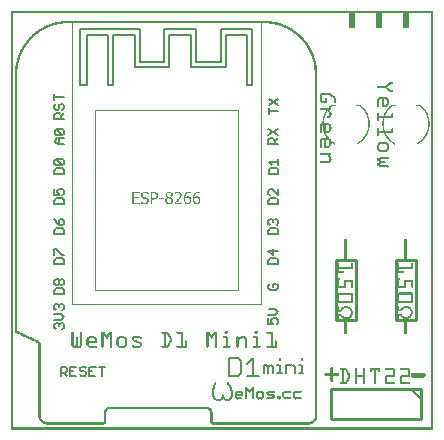
<source format=gto>
G04 MADE WITH FRITZING*
G04 WWW.FRITZING.ORG*
G04 DOUBLE SIDED*
G04 HOLES PLATED*
G04 CONTOUR ON CENTER OF CONTOUR VECTOR*
%ASAXBY*%
%FSLAX23Y23*%
%MOIN*%
%OFA0B0*%
%SFA1.0B1.0*%
%ADD10R,0.632695X0.947653X0.627139X0.942097*%
%ADD11C,0.002778*%
%ADD12R,0.477764X0.602764X0.472208X0.597208*%
%ADD13C,0.010000*%
%ADD14C,0.005000*%
%ADD15C,0.005556*%
%ADD16C,0.006944*%
%ADD17R,0.001000X0.001000*%
%LNSILK1*%
G90*
G70*
G54D11*
X204Y1363D02*
X833Y1363D01*
X833Y418D01*
X204Y418D01*
X204Y1363D01*
D02*
X281Y1067D02*
X756Y1067D01*
X756Y467D01*
X281Y467D01*
X281Y1067D01*
D02*
G54D13*
X1351Y567D02*
X1351Y367D01*
D02*
X1351Y367D02*
X1285Y367D01*
D02*
X1285Y367D02*
X1285Y567D01*
D02*
X1285Y567D02*
X1351Y567D01*
D02*
X1151Y567D02*
X1151Y367D01*
D02*
X1151Y367D02*
X1085Y367D01*
D02*
X1085Y367D02*
X1085Y567D01*
D02*
X1085Y567D02*
X1151Y567D01*
D02*
X1368Y137D02*
X1068Y137D01*
D02*
X1068Y137D02*
X1068Y37D01*
D02*
X1068Y37D02*
X1368Y37D01*
D02*
X1368Y37D02*
X1368Y137D01*
G54D14*
D02*
X1333Y137D02*
X1368Y102D01*
X805Y1150D02*
X788Y1150D01*
X788Y1317D01*
X717Y1317D01*
X717Y1210D01*
X601Y1210D01*
X601Y1317D01*
X528Y1317D01*
X528Y1210D01*
X413Y1210D01*
X413Y1317D01*
X342Y1317D01*
X342Y1150D01*
X325Y1150D01*
X325Y1317D01*
X255Y1317D01*
X255Y1150D01*
X232Y1150D01*
X232Y1334D01*
X430Y1334D01*
X430Y1227D01*
X511Y1227D01*
X511Y1334D01*
X618Y1334D01*
X618Y1227D01*
X700Y1227D01*
X700Y1334D01*
X805Y1334D01*
X805Y1150D01*
D02*
G54D15*
X177Y1035D02*
X146Y1035D01*
X145Y1035D02*
X145Y1050D01*
X145Y1050D02*
X150Y1055D01*
X151Y1056D02*
X161Y1056D01*
X161Y1056D02*
X165Y1051D01*
X166Y1050D02*
X166Y1035D01*
X166Y1045D02*
X176Y1055D01*
X151Y1087D02*
X146Y1082D01*
X145Y1082D02*
X145Y1073D01*
X145Y1072D02*
X150Y1067D01*
X151Y1066D02*
X156Y1066D01*
X156Y1066D02*
X161Y1071D01*
X161Y1072D02*
X161Y1081D01*
X161Y1082D02*
X165Y1087D01*
X166Y1087D02*
X171Y1087D01*
X171Y1087D02*
X176Y1082D01*
X177Y1082D02*
X177Y1073D01*
X177Y1072D02*
X172Y1067D01*
X177Y1109D02*
X146Y1109D01*
X145Y1098D02*
X145Y1118D01*
D02*
X176Y951D02*
X156Y951D01*
X156Y951D02*
X147Y960D01*
X146Y961D02*
X155Y971D01*
X156Y971D02*
X176Y971D01*
X161Y951D02*
X161Y971D01*
X172Y982D02*
X151Y982D01*
X150Y982D02*
X146Y987D01*
X146Y987D02*
X146Y996D01*
X146Y997D02*
X150Y1002D01*
X150Y1003D02*
X171Y1003D01*
X172Y1003D02*
X176Y998D01*
X176Y997D02*
X176Y988D01*
X176Y987D02*
X172Y982D01*
X172Y982D02*
X151Y1002D01*
D02*
X145Y851D02*
X176Y851D01*
X177Y851D02*
X177Y866D01*
X177Y866D02*
X172Y871D01*
X171Y871D02*
X151Y871D01*
X151Y871D02*
X146Y866D01*
X145Y866D02*
X145Y851D01*
X171Y882D02*
X151Y882D01*
X151Y882D02*
X146Y887D01*
X145Y887D02*
X145Y896D01*
X145Y897D02*
X150Y902D01*
X151Y903D02*
X171Y903D01*
X171Y903D02*
X176Y898D01*
X177Y897D02*
X177Y888D01*
X177Y887D02*
X172Y882D01*
X171Y882D02*
X151Y903D01*
D02*
X145Y751D02*
X176Y751D01*
X177Y751D02*
X177Y766D01*
X177Y766D02*
X172Y771D01*
X171Y771D02*
X151Y771D01*
X151Y771D02*
X146Y766D01*
X145Y766D02*
X145Y751D01*
X145Y803D02*
X145Y783D01*
X145Y782D02*
X160Y782D01*
X161Y782D02*
X156Y792D01*
X155Y793D02*
X155Y797D01*
X155Y797D02*
X160Y802D01*
X161Y803D02*
X171Y803D01*
X171Y803D02*
X176Y798D01*
X177Y797D02*
X177Y788D01*
X177Y787D02*
X172Y782D01*
D02*
X145Y651D02*
X176Y651D01*
X177Y651D02*
X177Y666D01*
X177Y666D02*
X172Y671D01*
X171Y671D02*
X151Y671D01*
X151Y671D02*
X146Y666D01*
X145Y666D02*
X145Y651D01*
X145Y703D02*
X150Y694D01*
X151Y693D02*
X161Y683D01*
X161Y682D02*
X170Y682D01*
X171Y682D02*
X176Y687D01*
X177Y687D02*
X177Y696D01*
X177Y697D02*
X172Y702D01*
X171Y703D02*
X166Y703D01*
X166Y703D02*
X162Y698D01*
X161Y697D02*
X161Y682D01*
D02*
X145Y551D02*
X176Y551D01*
X177Y551D02*
X177Y566D01*
X177Y566D02*
X172Y571D01*
X171Y571D02*
X151Y571D01*
X151Y571D02*
X146Y566D01*
X145Y566D02*
X145Y551D01*
X145Y582D02*
X145Y602D01*
X145Y603D02*
X151Y603D01*
X151Y603D02*
X171Y583D01*
X171Y582D02*
X176Y582D01*
D02*
X145Y451D02*
X176Y451D01*
X177Y451D02*
X177Y466D01*
X177Y466D02*
X172Y471D01*
X171Y471D02*
X151Y471D01*
X151Y471D02*
X146Y466D01*
X145Y466D02*
X145Y451D01*
X151Y482D02*
X146Y487D01*
X145Y487D02*
X145Y496D01*
X145Y497D02*
X150Y502D01*
X151Y503D02*
X156Y503D01*
X156Y503D02*
X161Y498D01*
X161Y497D02*
X166Y502D01*
X167Y503D02*
X171Y503D01*
X171Y503D02*
X176Y498D01*
X177Y497D02*
X177Y488D01*
X177Y487D02*
X172Y482D01*
X171Y482D02*
X167Y482D01*
X167Y482D02*
X162Y487D01*
X161Y487D02*
X156Y482D01*
X156Y482D02*
X151Y482D01*
X161Y487D02*
X161Y496D01*
D02*
X151Y335D02*
X146Y340D01*
X145Y340D02*
X145Y349D01*
X145Y350D02*
X150Y355D01*
X151Y356D02*
X155Y356D01*
X155Y356D02*
X160Y351D01*
X161Y350D02*
X161Y345D01*
X161Y350D02*
X166Y355D01*
X166Y356D02*
X171Y356D01*
X171Y356D02*
X176Y351D01*
X177Y350D02*
X177Y341D01*
X177Y340D02*
X172Y335D01*
X145Y366D02*
X165Y366D01*
X166Y366D02*
X176Y376D01*
X177Y377D02*
X167Y386D01*
X166Y387D02*
X145Y387D01*
X151Y398D02*
X146Y403D01*
X145Y403D02*
X145Y414D01*
X145Y414D02*
X150Y418D01*
X151Y418D02*
X155Y418D01*
X155Y418D02*
X160Y414D01*
X161Y414D02*
X161Y409D01*
X161Y414D02*
X166Y418D01*
X166Y418D02*
X171Y418D01*
X171Y418D02*
X176Y414D01*
X177Y414D02*
X177Y404D01*
X177Y403D02*
X172Y398D01*
D02*
X859Y371D02*
X859Y351D01*
X859Y351D02*
X874Y351D01*
X874Y351D02*
X869Y360D01*
X869Y361D02*
X869Y366D01*
X869Y366D02*
X874Y371D01*
X874Y371D02*
X884Y371D01*
X885Y371D02*
X890Y366D01*
X891Y366D02*
X891Y357D01*
X891Y356D02*
X886Y351D01*
X859Y382D02*
X879Y382D01*
X880Y382D02*
X890Y392D01*
X891Y393D02*
X881Y402D01*
X880Y403D02*
X860Y403D01*
D02*
X865Y487D02*
X860Y482D01*
X859Y482D02*
X859Y473D01*
X859Y472D02*
X864Y467D01*
X865Y466D02*
X885Y466D01*
X885Y466D02*
X890Y471D01*
X891Y472D02*
X891Y481D01*
X891Y482D02*
X886Y487D01*
X885Y487D02*
X875Y487D01*
X874Y487D02*
X874Y477D01*
D02*
X859Y551D02*
X890Y551D01*
X891Y551D02*
X891Y566D01*
X891Y566D02*
X886Y571D01*
X885Y571D02*
X865Y571D01*
X865Y571D02*
X860Y566D01*
X859Y566D02*
X859Y551D01*
X891Y597D02*
X860Y597D01*
X859Y597D02*
X875Y582D01*
X875Y582D02*
X875Y602D01*
D02*
X859Y651D02*
X890Y651D01*
X891Y651D02*
X891Y666D01*
X891Y666D02*
X886Y671D01*
X885Y671D02*
X865Y671D01*
X865Y671D02*
X860Y666D01*
X859Y666D02*
X859Y651D01*
X865Y682D02*
X860Y687D01*
X859Y687D02*
X859Y696D01*
X859Y697D02*
X864Y702D01*
X865Y703D02*
X869Y703D01*
X869Y703D02*
X874Y698D01*
X874Y697D02*
X874Y693D01*
X874Y697D02*
X879Y702D01*
X880Y703D02*
X885Y703D01*
X885Y703D02*
X890Y698D01*
X891Y697D02*
X891Y688D01*
X891Y687D02*
X886Y682D01*
D02*
X859Y751D02*
X890Y751D01*
X891Y751D02*
X891Y766D01*
X891Y766D02*
X886Y771D01*
X885Y771D02*
X865Y771D01*
X865Y771D02*
X860Y766D01*
X859Y766D02*
X859Y751D01*
X891Y803D02*
X891Y783D01*
X891Y782D02*
X871Y802D01*
X870Y803D02*
X865Y803D01*
X865Y803D02*
X860Y798D01*
X859Y797D02*
X859Y788D01*
X859Y787D02*
X864Y782D01*
D02*
X860Y851D02*
X890Y851D01*
X890Y851D02*
X890Y866D01*
X890Y866D02*
X886Y871D01*
X886Y871D02*
X865Y871D01*
X864Y871D02*
X860Y866D01*
X860Y866D02*
X860Y851D01*
X870Y882D02*
X861Y892D01*
X860Y893D02*
X890Y893D01*
X890Y882D02*
X890Y902D01*
D02*
X891Y951D02*
X860Y951D01*
X859Y951D02*
X859Y966D01*
X859Y966D02*
X864Y971D01*
X865Y971D02*
X875Y971D01*
X875Y971D02*
X879Y966D01*
X880Y966D02*
X880Y951D01*
X880Y961D02*
X890Y971D01*
X859Y982D02*
X890Y1002D01*
X859Y1003D02*
X890Y983D01*
D02*
X890Y1061D02*
X860Y1061D01*
X860Y1051D02*
X860Y1071D01*
X860Y1082D02*
X890Y1102D01*
X860Y1103D02*
X890Y1083D01*
D02*
X167Y179D02*
X167Y210D01*
X167Y210D02*
X182Y210D01*
X182Y210D02*
X187Y205D01*
X187Y205D02*
X187Y195D01*
X187Y194D02*
X182Y189D01*
X182Y188D02*
X167Y188D01*
X177Y188D02*
X187Y179D01*
X219Y210D02*
X198Y210D01*
X198Y210D02*
X198Y179D01*
X198Y179D02*
X218Y179D01*
X198Y194D02*
X208Y194D01*
X251Y205D02*
X246Y210D01*
X246Y210D02*
X236Y210D01*
X235Y210D02*
X230Y205D01*
X230Y205D02*
X230Y200D01*
X230Y199D02*
X235Y194D01*
X235Y194D02*
X245Y194D01*
X246Y194D02*
X251Y189D01*
X251Y188D02*
X251Y184D01*
X251Y184D02*
X246Y179D01*
X246Y179D02*
X236Y179D01*
X235Y179D02*
X230Y184D01*
X283Y210D02*
X263Y210D01*
X262Y210D02*
X262Y179D01*
X262Y179D02*
X282Y179D01*
X262Y194D02*
X271Y194D01*
X304Y179D02*
X304Y210D01*
X293Y210D02*
X313Y210D01*
D02*
G54D16*
X729Y238D02*
X729Y180D01*
X729Y179D02*
X757Y179D01*
X758Y179D02*
X768Y189D01*
X768Y189D02*
X768Y227D01*
X768Y228D02*
X758Y238D01*
X758Y238D02*
X729Y238D01*
X788Y218D02*
X808Y238D01*
X808Y238D02*
X808Y180D01*
X788Y179D02*
X827Y179D01*
D02*
X845Y188D02*
X845Y216D01*
X845Y217D02*
X852Y217D01*
X852Y217D02*
X858Y210D01*
X858Y209D02*
X858Y188D01*
X858Y209D02*
X865Y216D01*
X866Y217D02*
X873Y210D01*
X873Y209D02*
X873Y188D01*
X888Y217D02*
X895Y217D01*
X896Y217D02*
X896Y189D01*
X888Y188D02*
X903Y188D01*
X896Y238D02*
X896Y231D01*
X918Y188D02*
X918Y216D01*
X918Y217D02*
X939Y217D01*
X940Y217D02*
X947Y210D01*
X947Y209D02*
X947Y188D01*
X962Y217D02*
X969Y217D01*
X970Y217D02*
X970Y189D01*
X962Y188D02*
X975Y188D01*
X970Y238D02*
X970Y231D01*
D02*
G54D17*
X0Y1396D02*
X1408Y1396D01*
X0Y1395D02*
X1408Y1395D01*
X0Y1394D02*
X1408Y1394D01*
X0Y1393D02*
X1408Y1393D01*
X0Y1392D02*
X1408Y1392D01*
X0Y1391D02*
X1408Y1391D01*
X0Y1390D02*
X1408Y1390D01*
X0Y1389D02*
X1408Y1389D01*
X0Y1388D02*
X7Y1388D01*
X1128Y1388D02*
X1148Y1388D01*
X1218Y1388D02*
X1238Y1388D01*
X1308Y1388D02*
X1328Y1388D01*
X1401Y1388D02*
X1408Y1388D01*
X0Y1387D02*
X7Y1387D01*
X1128Y1387D02*
X1148Y1387D01*
X1218Y1387D02*
X1238Y1387D01*
X1308Y1387D02*
X1328Y1387D01*
X1401Y1387D02*
X1408Y1387D01*
X0Y1386D02*
X7Y1386D01*
X1128Y1386D02*
X1148Y1386D01*
X1218Y1386D02*
X1238Y1386D01*
X1308Y1386D02*
X1328Y1386D01*
X1401Y1386D02*
X1408Y1386D01*
X0Y1385D02*
X7Y1385D01*
X1128Y1385D02*
X1148Y1385D01*
X1218Y1385D02*
X1238Y1385D01*
X1308Y1385D02*
X1328Y1385D01*
X1401Y1385D02*
X1408Y1385D01*
X0Y1384D02*
X7Y1384D01*
X1128Y1384D02*
X1148Y1384D01*
X1218Y1384D02*
X1238Y1384D01*
X1308Y1384D02*
X1328Y1384D01*
X1401Y1384D02*
X1408Y1384D01*
X0Y1383D02*
X7Y1383D01*
X1128Y1383D02*
X1148Y1383D01*
X1218Y1383D02*
X1238Y1383D01*
X1308Y1383D02*
X1328Y1383D01*
X1401Y1383D02*
X1408Y1383D01*
X0Y1382D02*
X7Y1382D01*
X1128Y1382D02*
X1148Y1382D01*
X1218Y1382D02*
X1238Y1382D01*
X1308Y1382D02*
X1328Y1382D01*
X1401Y1382D02*
X1408Y1382D01*
X0Y1381D02*
X7Y1381D01*
X1128Y1381D02*
X1148Y1381D01*
X1218Y1381D02*
X1238Y1381D01*
X1308Y1381D02*
X1328Y1381D01*
X1401Y1381D02*
X1408Y1381D01*
X0Y1380D02*
X7Y1380D01*
X1128Y1380D02*
X1148Y1380D01*
X1218Y1380D02*
X1238Y1380D01*
X1308Y1380D02*
X1328Y1380D01*
X1401Y1380D02*
X1408Y1380D01*
X0Y1379D02*
X7Y1379D01*
X1128Y1379D02*
X1148Y1379D01*
X1218Y1379D02*
X1238Y1379D01*
X1308Y1379D02*
X1328Y1379D01*
X1401Y1379D02*
X1408Y1379D01*
X0Y1378D02*
X7Y1378D01*
X1128Y1378D02*
X1148Y1378D01*
X1218Y1378D02*
X1238Y1378D01*
X1308Y1378D02*
X1328Y1378D01*
X1401Y1378D02*
X1408Y1378D01*
X0Y1377D02*
X7Y1377D01*
X1128Y1377D02*
X1148Y1377D01*
X1218Y1377D02*
X1238Y1377D01*
X1308Y1377D02*
X1328Y1377D01*
X1401Y1377D02*
X1408Y1377D01*
X0Y1376D02*
X7Y1376D01*
X1128Y1376D02*
X1148Y1376D01*
X1218Y1376D02*
X1238Y1376D01*
X1308Y1376D02*
X1328Y1376D01*
X1401Y1376D02*
X1408Y1376D01*
X0Y1375D02*
X7Y1375D01*
X1128Y1375D02*
X1148Y1375D01*
X1218Y1375D02*
X1238Y1375D01*
X1308Y1375D02*
X1328Y1375D01*
X1401Y1375D02*
X1408Y1375D01*
X0Y1374D02*
X7Y1374D01*
X1128Y1374D02*
X1148Y1374D01*
X1218Y1374D02*
X1238Y1374D01*
X1308Y1374D02*
X1328Y1374D01*
X1401Y1374D02*
X1408Y1374D01*
X0Y1373D02*
X7Y1373D01*
X1128Y1373D02*
X1148Y1373D01*
X1218Y1373D02*
X1238Y1373D01*
X1308Y1373D02*
X1328Y1373D01*
X1401Y1373D02*
X1408Y1373D01*
X0Y1372D02*
X7Y1372D01*
X1128Y1372D02*
X1148Y1372D01*
X1218Y1372D02*
X1238Y1372D01*
X1308Y1372D02*
X1328Y1372D01*
X1401Y1372D02*
X1408Y1372D01*
X0Y1371D02*
X7Y1371D01*
X1128Y1371D02*
X1148Y1371D01*
X1218Y1371D02*
X1238Y1371D01*
X1308Y1371D02*
X1328Y1371D01*
X1401Y1371D02*
X1408Y1371D01*
X0Y1370D02*
X7Y1370D01*
X1128Y1370D02*
X1148Y1370D01*
X1218Y1370D02*
X1238Y1370D01*
X1308Y1370D02*
X1328Y1370D01*
X1401Y1370D02*
X1408Y1370D01*
X0Y1369D02*
X7Y1369D01*
X1128Y1369D02*
X1148Y1369D01*
X1218Y1369D02*
X1238Y1369D01*
X1308Y1369D02*
X1328Y1369D01*
X1401Y1369D02*
X1408Y1369D01*
X0Y1368D02*
X7Y1368D01*
X1128Y1368D02*
X1148Y1368D01*
X1218Y1368D02*
X1238Y1368D01*
X1308Y1368D02*
X1328Y1368D01*
X1401Y1368D02*
X1408Y1368D01*
X0Y1367D02*
X7Y1367D01*
X1128Y1367D02*
X1148Y1367D01*
X1218Y1367D02*
X1238Y1367D01*
X1308Y1367D02*
X1328Y1367D01*
X1401Y1367D02*
X1408Y1367D01*
X0Y1366D02*
X7Y1366D01*
X1128Y1366D02*
X1148Y1366D01*
X1218Y1366D02*
X1238Y1366D01*
X1308Y1366D02*
X1328Y1366D01*
X1401Y1366D02*
X1408Y1366D01*
X0Y1365D02*
X7Y1365D01*
X1128Y1365D02*
X1148Y1365D01*
X1218Y1365D02*
X1238Y1365D01*
X1308Y1365D02*
X1328Y1365D01*
X1401Y1365D02*
X1408Y1365D01*
X0Y1364D02*
X7Y1364D01*
X1128Y1364D02*
X1148Y1364D01*
X1218Y1364D02*
X1238Y1364D01*
X1308Y1364D02*
X1328Y1364D01*
X1401Y1364D02*
X1408Y1364D01*
X0Y1363D02*
X7Y1363D01*
X1128Y1363D02*
X1148Y1363D01*
X1218Y1363D02*
X1238Y1363D01*
X1308Y1363D02*
X1328Y1363D01*
X1401Y1363D02*
X1408Y1363D01*
X0Y1362D02*
X7Y1362D01*
X176Y1362D02*
X860Y1362D01*
X1128Y1362D02*
X1148Y1362D01*
X1218Y1362D02*
X1238Y1362D01*
X1308Y1362D02*
X1328Y1362D01*
X1401Y1362D02*
X1408Y1362D01*
X0Y1361D02*
X7Y1361D01*
X167Y1361D02*
X869Y1361D01*
X1128Y1361D02*
X1148Y1361D01*
X1218Y1361D02*
X1238Y1361D01*
X1308Y1361D02*
X1328Y1361D01*
X1401Y1361D02*
X1408Y1361D01*
X0Y1360D02*
X7Y1360D01*
X161Y1360D02*
X875Y1360D01*
X1128Y1360D02*
X1148Y1360D01*
X1218Y1360D02*
X1238Y1360D01*
X1308Y1360D02*
X1328Y1360D01*
X1401Y1360D02*
X1408Y1360D01*
X0Y1359D02*
X7Y1359D01*
X156Y1359D02*
X880Y1359D01*
X1128Y1359D02*
X1148Y1359D01*
X1218Y1359D02*
X1238Y1359D01*
X1308Y1359D02*
X1328Y1359D01*
X1401Y1359D02*
X1408Y1359D01*
X0Y1358D02*
X7Y1358D01*
X151Y1358D02*
X885Y1358D01*
X1128Y1358D02*
X1148Y1358D01*
X1218Y1358D02*
X1238Y1358D01*
X1308Y1358D02*
X1328Y1358D01*
X1401Y1358D02*
X1408Y1358D01*
X0Y1357D02*
X7Y1357D01*
X147Y1357D02*
X889Y1357D01*
X1128Y1357D02*
X1148Y1357D01*
X1218Y1357D02*
X1238Y1357D01*
X1308Y1357D02*
X1328Y1357D01*
X1401Y1357D02*
X1408Y1357D01*
X0Y1356D02*
X7Y1356D01*
X144Y1356D02*
X892Y1356D01*
X1128Y1356D02*
X1148Y1356D01*
X1218Y1356D02*
X1238Y1356D01*
X1308Y1356D02*
X1328Y1356D01*
X1401Y1356D02*
X1408Y1356D01*
X0Y1355D02*
X7Y1355D01*
X140Y1355D02*
X896Y1355D01*
X1128Y1355D02*
X1148Y1355D01*
X1218Y1355D02*
X1238Y1355D01*
X1308Y1355D02*
X1328Y1355D01*
X1401Y1355D02*
X1408Y1355D01*
X0Y1354D02*
X7Y1354D01*
X137Y1354D02*
X175Y1354D01*
X861Y1354D02*
X899Y1354D01*
X1128Y1354D02*
X1148Y1354D01*
X1218Y1354D02*
X1238Y1354D01*
X1308Y1354D02*
X1328Y1354D01*
X1401Y1354D02*
X1408Y1354D01*
X0Y1353D02*
X7Y1353D01*
X134Y1353D02*
X166Y1353D01*
X869Y1353D02*
X902Y1353D01*
X1128Y1353D02*
X1148Y1353D01*
X1218Y1353D02*
X1238Y1353D01*
X1308Y1353D02*
X1328Y1353D01*
X1401Y1353D02*
X1408Y1353D01*
X0Y1352D02*
X7Y1352D01*
X131Y1352D02*
X161Y1352D01*
X875Y1352D02*
X905Y1352D01*
X1128Y1352D02*
X1148Y1352D01*
X1218Y1352D02*
X1238Y1352D01*
X1308Y1352D02*
X1328Y1352D01*
X1401Y1352D02*
X1408Y1352D01*
X0Y1351D02*
X7Y1351D01*
X129Y1351D02*
X155Y1351D01*
X880Y1351D02*
X908Y1351D01*
X1128Y1351D02*
X1148Y1351D01*
X1218Y1351D02*
X1238Y1351D01*
X1308Y1351D02*
X1328Y1351D01*
X1401Y1351D02*
X1408Y1351D01*
X0Y1350D02*
X7Y1350D01*
X126Y1350D02*
X151Y1350D01*
X885Y1350D02*
X910Y1350D01*
X1128Y1350D02*
X1148Y1350D01*
X1218Y1350D02*
X1238Y1350D01*
X1308Y1350D02*
X1328Y1350D01*
X1401Y1350D02*
X1408Y1350D01*
X0Y1349D02*
X7Y1349D01*
X124Y1349D02*
X147Y1349D01*
X889Y1349D02*
X913Y1349D01*
X1128Y1349D02*
X1148Y1349D01*
X1218Y1349D02*
X1238Y1349D01*
X1308Y1349D02*
X1328Y1349D01*
X1401Y1349D02*
X1408Y1349D01*
X0Y1348D02*
X7Y1348D01*
X121Y1348D02*
X144Y1348D01*
X892Y1348D02*
X915Y1348D01*
X1128Y1348D02*
X1148Y1348D01*
X1218Y1348D02*
X1238Y1348D01*
X1308Y1348D02*
X1328Y1348D01*
X1401Y1348D02*
X1408Y1348D01*
X0Y1347D02*
X7Y1347D01*
X119Y1347D02*
X140Y1347D01*
X895Y1347D02*
X917Y1347D01*
X1128Y1347D02*
X1148Y1347D01*
X1218Y1347D02*
X1238Y1347D01*
X1308Y1347D02*
X1328Y1347D01*
X1401Y1347D02*
X1408Y1347D01*
X0Y1346D02*
X7Y1346D01*
X117Y1346D02*
X137Y1346D01*
X898Y1346D02*
X919Y1346D01*
X1128Y1346D02*
X1148Y1346D01*
X1218Y1346D02*
X1238Y1346D01*
X1308Y1346D02*
X1328Y1346D01*
X1401Y1346D02*
X1408Y1346D01*
X0Y1345D02*
X7Y1345D01*
X115Y1345D02*
X134Y1345D01*
X901Y1345D02*
X921Y1345D01*
X1128Y1345D02*
X1148Y1345D01*
X1218Y1345D02*
X1238Y1345D01*
X1308Y1345D02*
X1328Y1345D01*
X1401Y1345D02*
X1408Y1345D01*
X0Y1344D02*
X7Y1344D01*
X113Y1344D02*
X132Y1344D01*
X904Y1344D02*
X923Y1344D01*
X1128Y1344D02*
X1148Y1344D01*
X1218Y1344D02*
X1238Y1344D01*
X1308Y1344D02*
X1328Y1344D01*
X1401Y1344D02*
X1408Y1344D01*
X0Y1343D02*
X7Y1343D01*
X111Y1343D02*
X129Y1343D01*
X907Y1343D02*
X925Y1343D01*
X1128Y1343D02*
X1148Y1343D01*
X1218Y1343D02*
X1238Y1343D01*
X1308Y1343D02*
X1328Y1343D01*
X1401Y1343D02*
X1408Y1343D01*
X0Y1342D02*
X7Y1342D01*
X109Y1342D02*
X126Y1342D01*
X909Y1342D02*
X927Y1342D01*
X1128Y1342D02*
X1148Y1342D01*
X1218Y1342D02*
X1238Y1342D01*
X1308Y1342D02*
X1328Y1342D01*
X1401Y1342D02*
X1408Y1342D01*
X0Y1341D02*
X7Y1341D01*
X107Y1341D02*
X124Y1341D01*
X912Y1341D02*
X929Y1341D01*
X1128Y1341D02*
X1148Y1341D01*
X1218Y1341D02*
X1238Y1341D01*
X1308Y1341D02*
X1328Y1341D01*
X1401Y1341D02*
X1408Y1341D01*
X0Y1340D02*
X7Y1340D01*
X105Y1340D02*
X122Y1340D01*
X914Y1340D02*
X931Y1340D01*
X1128Y1340D02*
X1148Y1340D01*
X1218Y1340D02*
X1238Y1340D01*
X1308Y1340D02*
X1328Y1340D01*
X1401Y1340D02*
X1408Y1340D01*
X0Y1339D02*
X7Y1339D01*
X104Y1339D02*
X120Y1339D01*
X916Y1339D02*
X933Y1339D01*
X1128Y1339D02*
X1134Y1339D01*
X1141Y1339D02*
X1148Y1339D01*
X1218Y1339D02*
X1224Y1339D01*
X1231Y1339D02*
X1238Y1339D01*
X1308Y1339D02*
X1314Y1339D01*
X1321Y1339D02*
X1328Y1339D01*
X1401Y1339D02*
X1408Y1339D01*
X0Y1338D02*
X7Y1338D01*
X102Y1338D02*
X117Y1338D01*
X918Y1338D02*
X934Y1338D01*
X1128Y1338D02*
X1128Y1338D01*
X1148Y1338D02*
X1148Y1338D01*
X1218Y1338D02*
X1218Y1338D01*
X1238Y1338D02*
X1238Y1338D01*
X1308Y1338D02*
X1308Y1338D01*
X1328Y1338D02*
X1328Y1338D01*
X1401Y1338D02*
X1408Y1338D01*
X0Y1337D02*
X7Y1337D01*
X100Y1337D02*
X116Y1337D01*
X920Y1337D02*
X936Y1337D01*
X1401Y1337D02*
X1408Y1337D01*
X0Y1336D02*
X7Y1336D01*
X99Y1336D02*
X114Y1336D01*
X922Y1336D02*
X938Y1336D01*
X1401Y1336D02*
X1408Y1336D01*
X0Y1335D02*
X7Y1335D01*
X97Y1335D02*
X112Y1335D01*
X924Y1335D02*
X939Y1335D01*
X1401Y1335D02*
X1408Y1335D01*
X0Y1334D02*
X7Y1334D01*
X95Y1334D02*
X110Y1334D01*
X926Y1334D02*
X941Y1334D01*
X1401Y1334D02*
X1408Y1334D01*
X0Y1333D02*
X7Y1333D01*
X94Y1333D02*
X108Y1333D01*
X928Y1333D02*
X942Y1333D01*
X1401Y1333D02*
X1408Y1333D01*
X0Y1332D02*
X7Y1332D01*
X92Y1332D02*
X106Y1332D01*
X929Y1332D02*
X944Y1332D01*
X1401Y1332D02*
X1408Y1332D01*
X0Y1331D02*
X7Y1331D01*
X91Y1331D02*
X105Y1331D01*
X931Y1331D02*
X945Y1331D01*
X1401Y1331D02*
X1408Y1331D01*
X0Y1330D02*
X7Y1330D01*
X90Y1330D02*
X103Y1330D01*
X933Y1330D02*
X947Y1330D01*
X1401Y1330D02*
X1408Y1330D01*
X0Y1329D02*
X7Y1329D01*
X88Y1329D02*
X101Y1329D01*
X934Y1329D02*
X948Y1329D01*
X1401Y1329D02*
X1408Y1329D01*
X0Y1328D02*
X7Y1328D01*
X87Y1328D02*
X100Y1328D01*
X936Y1328D02*
X950Y1328D01*
X1401Y1328D02*
X1408Y1328D01*
X0Y1327D02*
X7Y1327D01*
X85Y1327D02*
X98Y1327D01*
X937Y1327D02*
X951Y1327D01*
X1401Y1327D02*
X1408Y1327D01*
X0Y1326D02*
X7Y1326D01*
X84Y1326D02*
X97Y1326D01*
X939Y1326D02*
X952Y1326D01*
X1401Y1326D02*
X1408Y1326D01*
X0Y1325D02*
X7Y1325D01*
X83Y1325D02*
X95Y1325D01*
X940Y1325D02*
X953Y1325D01*
X1401Y1325D02*
X1408Y1325D01*
X0Y1324D02*
X7Y1324D01*
X82Y1324D02*
X94Y1324D01*
X942Y1324D02*
X955Y1324D01*
X1401Y1324D02*
X1408Y1324D01*
X0Y1323D02*
X7Y1323D01*
X80Y1323D02*
X92Y1323D01*
X943Y1323D02*
X956Y1323D01*
X1401Y1323D02*
X1408Y1323D01*
X0Y1322D02*
X7Y1322D01*
X79Y1322D02*
X91Y1322D01*
X945Y1322D02*
X957Y1322D01*
X1401Y1322D02*
X1408Y1322D01*
X0Y1321D02*
X7Y1321D01*
X78Y1321D02*
X90Y1321D01*
X946Y1321D02*
X958Y1321D01*
X1401Y1321D02*
X1408Y1321D01*
X0Y1320D02*
X7Y1320D01*
X77Y1320D02*
X88Y1320D01*
X947Y1320D02*
X959Y1320D01*
X1401Y1320D02*
X1408Y1320D01*
X0Y1319D02*
X7Y1319D01*
X76Y1319D02*
X87Y1319D01*
X949Y1319D02*
X961Y1319D01*
X1401Y1319D02*
X1408Y1319D01*
X0Y1318D02*
X7Y1318D01*
X74Y1318D02*
X86Y1318D01*
X950Y1318D02*
X962Y1318D01*
X1401Y1318D02*
X1408Y1318D01*
X0Y1317D02*
X7Y1317D01*
X73Y1317D02*
X84Y1317D01*
X951Y1317D02*
X963Y1317D01*
X1401Y1317D02*
X1408Y1317D01*
X0Y1316D02*
X7Y1316D01*
X72Y1316D02*
X83Y1316D01*
X952Y1316D02*
X964Y1316D01*
X1401Y1316D02*
X1408Y1316D01*
X0Y1315D02*
X7Y1315D01*
X71Y1315D02*
X82Y1315D01*
X954Y1315D02*
X965Y1315D01*
X1401Y1315D02*
X1408Y1315D01*
X0Y1314D02*
X7Y1314D01*
X70Y1314D02*
X81Y1314D01*
X955Y1314D02*
X966Y1314D01*
X1401Y1314D02*
X1408Y1314D01*
X0Y1313D02*
X7Y1313D01*
X69Y1313D02*
X80Y1313D01*
X956Y1313D02*
X967Y1313D01*
X1401Y1313D02*
X1408Y1313D01*
X0Y1312D02*
X7Y1312D01*
X68Y1312D02*
X79Y1312D01*
X957Y1312D02*
X968Y1312D01*
X1401Y1312D02*
X1408Y1312D01*
X0Y1311D02*
X7Y1311D01*
X67Y1311D02*
X77Y1311D01*
X958Y1311D02*
X969Y1311D01*
X1401Y1311D02*
X1408Y1311D01*
X0Y1310D02*
X7Y1310D01*
X66Y1310D02*
X76Y1310D01*
X959Y1310D02*
X970Y1310D01*
X1401Y1310D02*
X1408Y1310D01*
X0Y1309D02*
X7Y1309D01*
X65Y1309D02*
X75Y1309D01*
X960Y1309D02*
X971Y1309D01*
X1401Y1309D02*
X1408Y1309D01*
X0Y1308D02*
X7Y1308D01*
X64Y1308D02*
X74Y1308D01*
X961Y1308D02*
X972Y1308D01*
X1401Y1308D02*
X1408Y1308D01*
X0Y1307D02*
X7Y1307D01*
X63Y1307D02*
X73Y1307D01*
X962Y1307D02*
X973Y1307D01*
X1401Y1307D02*
X1408Y1307D01*
X0Y1306D02*
X7Y1306D01*
X62Y1306D02*
X72Y1306D01*
X963Y1306D02*
X974Y1306D01*
X1401Y1306D02*
X1408Y1306D01*
X0Y1305D02*
X7Y1305D01*
X61Y1305D02*
X71Y1305D01*
X964Y1305D02*
X975Y1305D01*
X1401Y1305D02*
X1408Y1305D01*
X0Y1304D02*
X7Y1304D01*
X60Y1304D02*
X70Y1304D01*
X965Y1304D02*
X976Y1304D01*
X1401Y1304D02*
X1408Y1304D01*
X0Y1303D02*
X7Y1303D01*
X59Y1303D02*
X69Y1303D01*
X966Y1303D02*
X977Y1303D01*
X1401Y1303D02*
X1408Y1303D01*
X0Y1302D02*
X7Y1302D01*
X59Y1302D02*
X68Y1302D01*
X967Y1302D02*
X978Y1302D01*
X1401Y1302D02*
X1408Y1302D01*
X0Y1301D02*
X7Y1301D01*
X58Y1301D02*
X67Y1301D01*
X968Y1301D02*
X978Y1301D01*
X1401Y1301D02*
X1408Y1301D01*
X0Y1300D02*
X7Y1300D01*
X57Y1300D02*
X66Y1300D01*
X969Y1300D02*
X979Y1300D01*
X1401Y1300D02*
X1408Y1300D01*
X0Y1299D02*
X7Y1299D01*
X56Y1299D02*
X65Y1299D01*
X970Y1299D02*
X980Y1299D01*
X1401Y1299D02*
X1408Y1299D01*
X0Y1298D02*
X7Y1298D01*
X55Y1298D02*
X65Y1298D01*
X971Y1298D02*
X981Y1298D01*
X1401Y1298D02*
X1408Y1298D01*
X0Y1297D02*
X7Y1297D01*
X54Y1297D02*
X64Y1297D01*
X972Y1297D02*
X982Y1297D01*
X1401Y1297D02*
X1408Y1297D01*
X0Y1296D02*
X7Y1296D01*
X54Y1296D02*
X63Y1296D01*
X973Y1296D02*
X983Y1296D01*
X1401Y1296D02*
X1408Y1296D01*
X0Y1295D02*
X7Y1295D01*
X53Y1295D02*
X62Y1295D01*
X974Y1295D02*
X983Y1295D01*
X1401Y1295D02*
X1408Y1295D01*
X0Y1294D02*
X7Y1294D01*
X52Y1294D02*
X61Y1294D01*
X975Y1294D02*
X984Y1294D01*
X1401Y1294D02*
X1408Y1294D01*
X0Y1293D02*
X7Y1293D01*
X51Y1293D02*
X60Y1293D01*
X975Y1293D02*
X985Y1293D01*
X1401Y1293D02*
X1408Y1293D01*
X0Y1292D02*
X7Y1292D01*
X50Y1292D02*
X59Y1292D01*
X976Y1292D02*
X986Y1292D01*
X1401Y1292D02*
X1408Y1292D01*
X0Y1291D02*
X7Y1291D01*
X50Y1291D02*
X59Y1291D01*
X977Y1291D02*
X986Y1291D01*
X1401Y1291D02*
X1408Y1291D01*
X0Y1290D02*
X7Y1290D01*
X49Y1290D02*
X58Y1290D01*
X978Y1290D02*
X987Y1290D01*
X1401Y1290D02*
X1408Y1290D01*
X0Y1289D02*
X7Y1289D01*
X48Y1289D02*
X57Y1289D01*
X979Y1289D02*
X988Y1289D01*
X1401Y1289D02*
X1408Y1289D01*
X0Y1288D02*
X7Y1288D01*
X47Y1288D02*
X56Y1288D01*
X979Y1288D02*
X989Y1288D01*
X1401Y1288D02*
X1408Y1288D01*
X0Y1287D02*
X7Y1287D01*
X47Y1287D02*
X56Y1287D01*
X980Y1287D02*
X989Y1287D01*
X1401Y1287D02*
X1408Y1287D01*
X0Y1286D02*
X7Y1286D01*
X46Y1286D02*
X55Y1286D01*
X981Y1286D02*
X990Y1286D01*
X1401Y1286D02*
X1408Y1286D01*
X0Y1285D02*
X7Y1285D01*
X45Y1285D02*
X54Y1285D01*
X982Y1285D02*
X991Y1285D01*
X1401Y1285D02*
X1408Y1285D01*
X0Y1284D02*
X7Y1284D01*
X45Y1284D02*
X53Y1284D01*
X982Y1284D02*
X991Y1284D01*
X1401Y1284D02*
X1408Y1284D01*
X0Y1283D02*
X7Y1283D01*
X44Y1283D02*
X53Y1283D01*
X983Y1283D02*
X992Y1283D01*
X1401Y1283D02*
X1408Y1283D01*
X0Y1282D02*
X7Y1282D01*
X43Y1282D02*
X52Y1282D01*
X984Y1282D02*
X993Y1282D01*
X1401Y1282D02*
X1408Y1282D01*
X0Y1281D02*
X7Y1281D01*
X43Y1281D02*
X51Y1281D01*
X984Y1281D02*
X993Y1281D01*
X1401Y1281D02*
X1408Y1281D01*
X0Y1280D02*
X7Y1280D01*
X42Y1280D02*
X51Y1280D01*
X985Y1280D02*
X994Y1280D01*
X1401Y1280D02*
X1408Y1280D01*
X0Y1279D02*
X7Y1279D01*
X41Y1279D02*
X50Y1279D01*
X986Y1279D02*
X995Y1279D01*
X1401Y1279D02*
X1408Y1279D01*
X0Y1278D02*
X7Y1278D01*
X41Y1278D02*
X49Y1278D01*
X986Y1278D02*
X995Y1278D01*
X1401Y1278D02*
X1408Y1278D01*
X0Y1277D02*
X7Y1277D01*
X40Y1277D02*
X49Y1277D01*
X987Y1277D02*
X996Y1277D01*
X1401Y1277D02*
X1408Y1277D01*
X0Y1276D02*
X7Y1276D01*
X40Y1276D02*
X48Y1276D01*
X988Y1276D02*
X996Y1276D01*
X1401Y1276D02*
X1408Y1276D01*
X0Y1275D02*
X7Y1275D01*
X39Y1275D02*
X47Y1275D01*
X988Y1275D02*
X997Y1275D01*
X1401Y1275D02*
X1408Y1275D01*
X0Y1274D02*
X7Y1274D01*
X38Y1274D02*
X47Y1274D01*
X989Y1274D02*
X998Y1274D01*
X1401Y1274D02*
X1408Y1274D01*
X0Y1273D02*
X7Y1273D01*
X38Y1273D02*
X46Y1273D01*
X990Y1273D02*
X998Y1273D01*
X1401Y1273D02*
X1408Y1273D01*
X0Y1272D02*
X7Y1272D01*
X37Y1272D02*
X45Y1272D01*
X990Y1272D02*
X999Y1272D01*
X1401Y1272D02*
X1408Y1272D01*
X0Y1271D02*
X7Y1271D01*
X37Y1271D02*
X45Y1271D01*
X991Y1271D02*
X999Y1271D01*
X1401Y1271D02*
X1408Y1271D01*
X0Y1270D02*
X7Y1270D01*
X36Y1270D02*
X44Y1270D01*
X991Y1270D02*
X1000Y1270D01*
X1401Y1270D02*
X1408Y1270D01*
X0Y1269D02*
X7Y1269D01*
X36Y1269D02*
X44Y1269D01*
X992Y1269D02*
X1000Y1269D01*
X1401Y1269D02*
X1408Y1269D01*
X0Y1268D02*
X7Y1268D01*
X35Y1268D02*
X43Y1268D01*
X992Y1268D02*
X1001Y1268D01*
X1401Y1268D02*
X1408Y1268D01*
X0Y1267D02*
X7Y1267D01*
X35Y1267D02*
X43Y1267D01*
X993Y1267D02*
X1001Y1267D01*
X1401Y1267D02*
X1408Y1267D01*
X0Y1266D02*
X7Y1266D01*
X34Y1266D02*
X42Y1266D01*
X994Y1266D02*
X1002Y1266D01*
X1401Y1266D02*
X1408Y1266D01*
X0Y1265D02*
X7Y1265D01*
X34Y1265D02*
X42Y1265D01*
X994Y1265D02*
X1002Y1265D01*
X1401Y1265D02*
X1408Y1265D01*
X0Y1264D02*
X7Y1264D01*
X33Y1264D02*
X41Y1264D01*
X995Y1264D02*
X1003Y1264D01*
X1401Y1264D02*
X1408Y1264D01*
X0Y1263D02*
X7Y1263D01*
X33Y1263D02*
X40Y1263D01*
X995Y1263D02*
X1003Y1263D01*
X1401Y1263D02*
X1408Y1263D01*
X0Y1262D02*
X7Y1262D01*
X32Y1262D02*
X40Y1262D01*
X996Y1262D02*
X1004Y1262D01*
X1401Y1262D02*
X1408Y1262D01*
X0Y1261D02*
X7Y1261D01*
X32Y1261D02*
X39Y1261D01*
X996Y1261D02*
X1004Y1261D01*
X1401Y1261D02*
X1408Y1261D01*
X0Y1260D02*
X7Y1260D01*
X31Y1260D02*
X39Y1260D01*
X997Y1260D02*
X1005Y1260D01*
X1401Y1260D02*
X1408Y1260D01*
X0Y1259D02*
X7Y1259D01*
X31Y1259D02*
X38Y1259D01*
X997Y1259D02*
X1005Y1259D01*
X1401Y1259D02*
X1408Y1259D01*
X0Y1258D02*
X7Y1258D01*
X30Y1258D02*
X38Y1258D01*
X998Y1258D02*
X1006Y1258D01*
X1401Y1258D02*
X1408Y1258D01*
X0Y1257D02*
X7Y1257D01*
X30Y1257D02*
X38Y1257D01*
X998Y1257D02*
X1006Y1257D01*
X1401Y1257D02*
X1408Y1257D01*
X0Y1256D02*
X7Y1256D01*
X29Y1256D02*
X37Y1256D01*
X999Y1256D02*
X1007Y1256D01*
X1401Y1256D02*
X1408Y1256D01*
X0Y1255D02*
X7Y1255D01*
X29Y1255D02*
X37Y1255D01*
X999Y1255D02*
X1007Y1255D01*
X1401Y1255D02*
X1408Y1255D01*
X0Y1254D02*
X7Y1254D01*
X28Y1254D02*
X36Y1254D01*
X999Y1254D02*
X1007Y1254D01*
X1401Y1254D02*
X1408Y1254D01*
X0Y1253D02*
X7Y1253D01*
X28Y1253D02*
X36Y1253D01*
X1000Y1253D02*
X1008Y1253D01*
X1401Y1253D02*
X1408Y1253D01*
X0Y1252D02*
X7Y1252D01*
X28Y1252D02*
X35Y1252D01*
X1000Y1252D02*
X1008Y1252D01*
X1401Y1252D02*
X1408Y1252D01*
X0Y1251D02*
X7Y1251D01*
X27Y1251D02*
X35Y1251D01*
X1001Y1251D02*
X1009Y1251D01*
X1401Y1251D02*
X1408Y1251D01*
X0Y1250D02*
X7Y1250D01*
X27Y1250D02*
X34Y1250D01*
X1001Y1250D02*
X1009Y1250D01*
X1401Y1250D02*
X1408Y1250D01*
X0Y1249D02*
X7Y1249D01*
X26Y1249D02*
X34Y1249D01*
X1002Y1249D02*
X1009Y1249D01*
X1401Y1249D02*
X1408Y1249D01*
X0Y1248D02*
X7Y1248D01*
X26Y1248D02*
X34Y1248D01*
X1002Y1248D02*
X1010Y1248D01*
X1401Y1248D02*
X1408Y1248D01*
X0Y1247D02*
X7Y1247D01*
X26Y1247D02*
X33Y1247D01*
X1002Y1247D02*
X1010Y1247D01*
X1401Y1247D02*
X1408Y1247D01*
X0Y1246D02*
X7Y1246D01*
X25Y1246D02*
X33Y1246D01*
X1003Y1246D02*
X1011Y1246D01*
X1401Y1246D02*
X1408Y1246D01*
X0Y1245D02*
X7Y1245D01*
X25Y1245D02*
X32Y1245D01*
X1003Y1245D02*
X1011Y1245D01*
X1401Y1245D02*
X1408Y1245D01*
X0Y1244D02*
X7Y1244D01*
X25Y1244D02*
X32Y1244D01*
X1004Y1244D02*
X1011Y1244D01*
X1401Y1244D02*
X1408Y1244D01*
X0Y1243D02*
X7Y1243D01*
X24Y1243D02*
X32Y1243D01*
X1004Y1243D02*
X1012Y1243D01*
X1401Y1243D02*
X1408Y1243D01*
X0Y1242D02*
X7Y1242D01*
X24Y1242D02*
X31Y1242D01*
X1004Y1242D02*
X1012Y1242D01*
X1401Y1242D02*
X1408Y1242D01*
X0Y1241D02*
X7Y1241D01*
X24Y1241D02*
X31Y1241D01*
X1005Y1241D02*
X1012Y1241D01*
X1401Y1241D02*
X1408Y1241D01*
X0Y1240D02*
X7Y1240D01*
X23Y1240D02*
X31Y1240D01*
X1005Y1240D02*
X1013Y1240D01*
X1401Y1240D02*
X1408Y1240D01*
X0Y1239D02*
X7Y1239D01*
X23Y1239D02*
X30Y1239D01*
X1005Y1239D02*
X1013Y1239D01*
X1401Y1239D02*
X1408Y1239D01*
X0Y1238D02*
X7Y1238D01*
X23Y1238D02*
X30Y1238D01*
X1006Y1238D02*
X1013Y1238D01*
X1401Y1238D02*
X1408Y1238D01*
X0Y1237D02*
X7Y1237D01*
X22Y1237D02*
X30Y1237D01*
X1006Y1237D02*
X1013Y1237D01*
X1401Y1237D02*
X1408Y1237D01*
X0Y1236D02*
X7Y1236D01*
X22Y1236D02*
X29Y1236D01*
X1006Y1236D02*
X1014Y1236D01*
X1401Y1236D02*
X1408Y1236D01*
X0Y1235D02*
X7Y1235D01*
X22Y1235D02*
X29Y1235D01*
X1007Y1235D02*
X1014Y1235D01*
X1401Y1235D02*
X1408Y1235D01*
X0Y1234D02*
X7Y1234D01*
X21Y1234D02*
X29Y1234D01*
X1007Y1234D02*
X1014Y1234D01*
X1401Y1234D02*
X1408Y1234D01*
X0Y1233D02*
X7Y1233D01*
X21Y1233D02*
X28Y1233D01*
X1007Y1233D02*
X1015Y1233D01*
X1401Y1233D02*
X1408Y1233D01*
X0Y1232D02*
X7Y1232D01*
X21Y1232D02*
X28Y1232D01*
X1007Y1232D02*
X1015Y1232D01*
X1401Y1232D02*
X1408Y1232D01*
X0Y1231D02*
X7Y1231D01*
X21Y1231D02*
X28Y1231D01*
X1008Y1231D02*
X1015Y1231D01*
X1401Y1231D02*
X1408Y1231D01*
X0Y1230D02*
X7Y1230D01*
X20Y1230D02*
X28Y1230D01*
X1008Y1230D02*
X1015Y1230D01*
X1401Y1230D02*
X1408Y1230D01*
X0Y1229D02*
X7Y1229D01*
X20Y1229D02*
X27Y1229D01*
X1008Y1229D02*
X1016Y1229D01*
X1401Y1229D02*
X1408Y1229D01*
X0Y1228D02*
X7Y1228D01*
X20Y1228D02*
X27Y1228D01*
X1009Y1228D02*
X1016Y1228D01*
X1401Y1228D02*
X1408Y1228D01*
X0Y1227D02*
X7Y1227D01*
X20Y1227D02*
X27Y1227D01*
X1009Y1227D02*
X1016Y1227D01*
X1401Y1227D02*
X1408Y1227D01*
X0Y1226D02*
X7Y1226D01*
X19Y1226D02*
X27Y1226D01*
X1009Y1226D02*
X1016Y1226D01*
X1401Y1226D02*
X1408Y1226D01*
X0Y1225D02*
X7Y1225D01*
X19Y1225D02*
X26Y1225D01*
X1009Y1225D02*
X1017Y1225D01*
X1401Y1225D02*
X1408Y1225D01*
X0Y1224D02*
X7Y1224D01*
X19Y1224D02*
X26Y1224D01*
X1010Y1224D02*
X1017Y1224D01*
X1401Y1224D02*
X1408Y1224D01*
X0Y1223D02*
X7Y1223D01*
X19Y1223D02*
X26Y1223D01*
X1010Y1223D02*
X1017Y1223D01*
X1401Y1223D02*
X1408Y1223D01*
X0Y1222D02*
X7Y1222D01*
X18Y1222D02*
X26Y1222D01*
X1010Y1222D02*
X1017Y1222D01*
X1401Y1222D02*
X1408Y1222D01*
X0Y1221D02*
X7Y1221D01*
X18Y1221D02*
X25Y1221D01*
X1010Y1221D02*
X1018Y1221D01*
X1401Y1221D02*
X1408Y1221D01*
X0Y1220D02*
X7Y1220D01*
X18Y1220D02*
X25Y1220D01*
X1011Y1220D02*
X1018Y1220D01*
X1401Y1220D02*
X1408Y1220D01*
X0Y1219D02*
X7Y1219D01*
X18Y1219D02*
X25Y1219D01*
X1011Y1219D02*
X1018Y1219D01*
X1401Y1219D02*
X1408Y1219D01*
X0Y1218D02*
X7Y1218D01*
X18Y1218D02*
X25Y1218D01*
X1011Y1218D02*
X1018Y1218D01*
X1401Y1218D02*
X1408Y1218D01*
X0Y1217D02*
X7Y1217D01*
X17Y1217D02*
X25Y1217D01*
X1011Y1217D02*
X1018Y1217D01*
X1401Y1217D02*
X1408Y1217D01*
X0Y1216D02*
X7Y1216D01*
X17Y1216D02*
X24Y1216D01*
X1011Y1216D02*
X1018Y1216D01*
X1401Y1216D02*
X1408Y1216D01*
X0Y1215D02*
X7Y1215D01*
X17Y1215D02*
X24Y1215D01*
X1011Y1215D02*
X1019Y1215D01*
X1401Y1215D02*
X1408Y1215D01*
X0Y1214D02*
X7Y1214D01*
X17Y1214D02*
X24Y1214D01*
X1012Y1214D02*
X1019Y1214D01*
X1401Y1214D02*
X1408Y1214D01*
X0Y1213D02*
X7Y1213D01*
X17Y1213D02*
X24Y1213D01*
X1012Y1213D02*
X1019Y1213D01*
X1401Y1213D02*
X1408Y1213D01*
X0Y1212D02*
X7Y1212D01*
X17Y1212D02*
X24Y1212D01*
X1012Y1212D02*
X1019Y1212D01*
X1401Y1212D02*
X1408Y1212D01*
X0Y1211D02*
X7Y1211D01*
X16Y1211D02*
X23Y1211D01*
X1012Y1211D02*
X1019Y1211D01*
X1401Y1211D02*
X1408Y1211D01*
X0Y1210D02*
X7Y1210D01*
X16Y1210D02*
X23Y1210D01*
X1012Y1210D02*
X1019Y1210D01*
X1401Y1210D02*
X1408Y1210D01*
X0Y1209D02*
X7Y1209D01*
X16Y1209D02*
X23Y1209D01*
X1012Y1209D02*
X1019Y1209D01*
X1401Y1209D02*
X1408Y1209D01*
X0Y1208D02*
X7Y1208D01*
X16Y1208D02*
X23Y1208D01*
X1013Y1208D02*
X1020Y1208D01*
X1401Y1208D02*
X1408Y1208D01*
X0Y1207D02*
X7Y1207D01*
X16Y1207D02*
X23Y1207D01*
X1013Y1207D02*
X1020Y1207D01*
X1401Y1207D02*
X1408Y1207D01*
X0Y1206D02*
X7Y1206D01*
X16Y1206D02*
X23Y1206D01*
X1013Y1206D02*
X1020Y1206D01*
X1401Y1206D02*
X1408Y1206D01*
X0Y1205D02*
X7Y1205D01*
X16Y1205D02*
X23Y1205D01*
X1013Y1205D02*
X1020Y1205D01*
X1401Y1205D02*
X1408Y1205D01*
X0Y1204D02*
X7Y1204D01*
X16Y1204D02*
X23Y1204D01*
X1013Y1204D02*
X1020Y1204D01*
X1401Y1204D02*
X1408Y1204D01*
X0Y1203D02*
X7Y1203D01*
X15Y1203D02*
X22Y1203D01*
X1013Y1203D02*
X1020Y1203D01*
X1401Y1203D02*
X1408Y1203D01*
X0Y1202D02*
X7Y1202D01*
X15Y1202D02*
X22Y1202D01*
X1013Y1202D02*
X1020Y1202D01*
X1401Y1202D02*
X1408Y1202D01*
X0Y1201D02*
X7Y1201D01*
X15Y1201D02*
X22Y1201D01*
X1013Y1201D02*
X1020Y1201D01*
X1401Y1201D02*
X1408Y1201D01*
X0Y1200D02*
X7Y1200D01*
X15Y1200D02*
X22Y1200D01*
X1013Y1200D02*
X1020Y1200D01*
X1401Y1200D02*
X1408Y1200D01*
X0Y1199D02*
X7Y1199D01*
X15Y1199D02*
X22Y1199D01*
X1013Y1199D02*
X1021Y1199D01*
X1401Y1199D02*
X1408Y1199D01*
X0Y1198D02*
X7Y1198D01*
X15Y1198D02*
X22Y1198D01*
X1014Y1198D02*
X1021Y1198D01*
X1401Y1198D02*
X1408Y1198D01*
X0Y1197D02*
X7Y1197D01*
X15Y1197D02*
X22Y1197D01*
X1014Y1197D02*
X1021Y1197D01*
X1401Y1197D02*
X1408Y1197D01*
X0Y1196D02*
X7Y1196D01*
X15Y1196D02*
X22Y1196D01*
X1014Y1196D02*
X1021Y1196D01*
X1401Y1196D02*
X1408Y1196D01*
X0Y1195D02*
X7Y1195D01*
X15Y1195D02*
X22Y1195D01*
X1014Y1195D02*
X1021Y1195D01*
X1401Y1195D02*
X1408Y1195D01*
X0Y1194D02*
X7Y1194D01*
X15Y1194D02*
X22Y1194D01*
X1014Y1194D02*
X1021Y1194D01*
X1401Y1194D02*
X1408Y1194D01*
X0Y1193D02*
X7Y1193D01*
X15Y1193D02*
X22Y1193D01*
X1014Y1193D02*
X1021Y1193D01*
X1401Y1193D02*
X1408Y1193D01*
X0Y1192D02*
X7Y1192D01*
X15Y1192D02*
X22Y1192D01*
X1014Y1192D02*
X1021Y1192D01*
X1401Y1192D02*
X1408Y1192D01*
X0Y1191D02*
X7Y1191D01*
X15Y1191D02*
X22Y1191D01*
X1014Y1191D02*
X1021Y1191D01*
X1401Y1191D02*
X1408Y1191D01*
X0Y1190D02*
X7Y1190D01*
X15Y1190D02*
X22Y1190D01*
X1014Y1190D02*
X1021Y1190D01*
X1401Y1190D02*
X1408Y1190D01*
X0Y1189D02*
X7Y1189D01*
X15Y1189D02*
X22Y1189D01*
X1014Y1189D02*
X1021Y1189D01*
X1401Y1189D02*
X1408Y1189D01*
X0Y1188D02*
X7Y1188D01*
X15Y1188D02*
X22Y1188D01*
X1014Y1188D02*
X1021Y1188D01*
X1401Y1188D02*
X1408Y1188D01*
X0Y1187D02*
X7Y1187D01*
X15Y1187D02*
X22Y1187D01*
X1014Y1187D02*
X1021Y1187D01*
X1401Y1187D02*
X1408Y1187D01*
X0Y1186D02*
X7Y1186D01*
X15Y1186D02*
X22Y1186D01*
X1014Y1186D02*
X1021Y1186D01*
X1401Y1186D02*
X1408Y1186D01*
X0Y1185D02*
X7Y1185D01*
X15Y1185D02*
X22Y1185D01*
X1014Y1185D02*
X1021Y1185D01*
X1401Y1185D02*
X1408Y1185D01*
X0Y1184D02*
X7Y1184D01*
X15Y1184D02*
X22Y1184D01*
X1014Y1184D02*
X1021Y1184D01*
X1401Y1184D02*
X1408Y1184D01*
X0Y1183D02*
X7Y1183D01*
X15Y1183D02*
X22Y1183D01*
X1014Y1183D02*
X1021Y1183D01*
X1401Y1183D02*
X1408Y1183D01*
X0Y1182D02*
X7Y1182D01*
X15Y1182D02*
X22Y1182D01*
X1014Y1182D02*
X1021Y1182D01*
X1401Y1182D02*
X1408Y1182D01*
X0Y1181D02*
X7Y1181D01*
X15Y1181D02*
X22Y1181D01*
X1014Y1181D02*
X1021Y1181D01*
X1401Y1181D02*
X1408Y1181D01*
X0Y1180D02*
X7Y1180D01*
X15Y1180D02*
X22Y1180D01*
X1014Y1180D02*
X1021Y1180D01*
X1401Y1180D02*
X1408Y1180D01*
X0Y1179D02*
X7Y1179D01*
X15Y1179D02*
X22Y1179D01*
X1014Y1179D02*
X1021Y1179D01*
X1401Y1179D02*
X1408Y1179D01*
X0Y1178D02*
X7Y1178D01*
X15Y1178D02*
X22Y1178D01*
X1014Y1178D02*
X1021Y1178D01*
X1401Y1178D02*
X1408Y1178D01*
X0Y1177D02*
X7Y1177D01*
X15Y1177D02*
X22Y1177D01*
X1014Y1177D02*
X1021Y1177D01*
X1401Y1177D02*
X1408Y1177D01*
X0Y1176D02*
X7Y1176D01*
X15Y1176D02*
X22Y1176D01*
X1014Y1176D02*
X1021Y1176D01*
X1401Y1176D02*
X1408Y1176D01*
X0Y1175D02*
X7Y1175D01*
X15Y1175D02*
X22Y1175D01*
X1014Y1175D02*
X1021Y1175D01*
X1401Y1175D02*
X1408Y1175D01*
X0Y1174D02*
X7Y1174D01*
X15Y1174D02*
X22Y1174D01*
X1014Y1174D02*
X1021Y1174D01*
X1401Y1174D02*
X1408Y1174D01*
X0Y1173D02*
X7Y1173D01*
X15Y1173D02*
X22Y1173D01*
X1014Y1173D02*
X1021Y1173D01*
X1401Y1173D02*
X1408Y1173D01*
X0Y1172D02*
X7Y1172D01*
X15Y1172D02*
X22Y1172D01*
X1014Y1172D02*
X1021Y1172D01*
X1401Y1172D02*
X1408Y1172D01*
X0Y1171D02*
X7Y1171D01*
X15Y1171D02*
X22Y1171D01*
X1014Y1171D02*
X1021Y1171D01*
X1401Y1171D02*
X1408Y1171D01*
X0Y1170D02*
X7Y1170D01*
X15Y1170D02*
X22Y1170D01*
X1014Y1170D02*
X1021Y1170D01*
X1401Y1170D02*
X1408Y1170D01*
X0Y1169D02*
X7Y1169D01*
X15Y1169D02*
X22Y1169D01*
X1014Y1169D02*
X1021Y1169D01*
X1401Y1169D02*
X1408Y1169D01*
X0Y1168D02*
X7Y1168D01*
X15Y1168D02*
X22Y1168D01*
X1014Y1168D02*
X1021Y1168D01*
X1401Y1168D02*
X1408Y1168D01*
X0Y1167D02*
X7Y1167D01*
X15Y1167D02*
X22Y1167D01*
X1014Y1167D02*
X1021Y1167D01*
X1401Y1167D02*
X1408Y1167D01*
X0Y1166D02*
X7Y1166D01*
X15Y1166D02*
X22Y1166D01*
X1014Y1166D02*
X1021Y1166D01*
X1401Y1166D02*
X1408Y1166D01*
X0Y1165D02*
X7Y1165D01*
X15Y1165D02*
X22Y1165D01*
X1014Y1165D02*
X1021Y1165D01*
X1401Y1165D02*
X1408Y1165D01*
X0Y1164D02*
X7Y1164D01*
X15Y1164D02*
X22Y1164D01*
X1014Y1164D02*
X1021Y1164D01*
X1401Y1164D02*
X1408Y1164D01*
X0Y1163D02*
X7Y1163D01*
X15Y1163D02*
X22Y1163D01*
X1014Y1163D02*
X1021Y1163D01*
X1401Y1163D02*
X1408Y1163D01*
X0Y1162D02*
X7Y1162D01*
X15Y1162D02*
X22Y1162D01*
X1014Y1162D02*
X1021Y1162D01*
X1401Y1162D02*
X1408Y1162D01*
X0Y1161D02*
X7Y1161D01*
X15Y1161D02*
X22Y1161D01*
X1014Y1161D02*
X1021Y1161D01*
X1401Y1161D02*
X1408Y1161D01*
X0Y1160D02*
X7Y1160D01*
X15Y1160D02*
X22Y1160D01*
X1014Y1160D02*
X1021Y1160D01*
X1401Y1160D02*
X1408Y1160D01*
X0Y1159D02*
X7Y1159D01*
X15Y1159D02*
X22Y1159D01*
X1014Y1159D02*
X1021Y1159D01*
X1266Y1159D02*
X1273Y1159D01*
X1401Y1159D02*
X1408Y1159D01*
X0Y1158D02*
X7Y1158D01*
X15Y1158D02*
X22Y1158D01*
X1014Y1158D02*
X1021Y1158D01*
X1264Y1158D02*
X1274Y1158D01*
X1401Y1158D02*
X1408Y1158D01*
X0Y1157D02*
X7Y1157D01*
X15Y1157D02*
X22Y1157D01*
X1014Y1157D02*
X1021Y1157D01*
X1263Y1157D02*
X1275Y1157D01*
X1401Y1157D02*
X1408Y1157D01*
X0Y1156D02*
X7Y1156D01*
X15Y1156D02*
X22Y1156D01*
X1014Y1156D02*
X1021Y1156D01*
X1262Y1156D02*
X1275Y1156D01*
X1401Y1156D02*
X1408Y1156D01*
X0Y1155D02*
X7Y1155D01*
X15Y1155D02*
X22Y1155D01*
X1014Y1155D02*
X1021Y1155D01*
X1261Y1155D02*
X1275Y1155D01*
X1401Y1155D02*
X1408Y1155D01*
X0Y1154D02*
X7Y1154D01*
X15Y1154D02*
X22Y1154D01*
X1014Y1154D02*
X1021Y1154D01*
X1259Y1154D02*
X1275Y1154D01*
X1401Y1154D02*
X1408Y1154D01*
X0Y1153D02*
X7Y1153D01*
X15Y1153D02*
X22Y1153D01*
X1014Y1153D02*
X1021Y1153D01*
X1258Y1153D02*
X1274Y1153D01*
X1401Y1153D02*
X1408Y1153D01*
X0Y1152D02*
X7Y1152D01*
X15Y1152D02*
X22Y1152D01*
X1014Y1152D02*
X1021Y1152D01*
X1257Y1152D02*
X1267Y1152D01*
X1401Y1152D02*
X1408Y1152D01*
X0Y1151D02*
X7Y1151D01*
X15Y1151D02*
X22Y1151D01*
X1014Y1151D02*
X1021Y1151D01*
X1255Y1151D02*
X1266Y1151D01*
X1401Y1151D02*
X1408Y1151D01*
X0Y1150D02*
X7Y1150D01*
X15Y1150D02*
X22Y1150D01*
X1014Y1150D02*
X1021Y1150D01*
X1254Y1150D02*
X1265Y1150D01*
X1401Y1150D02*
X1408Y1150D01*
X0Y1149D02*
X7Y1149D01*
X15Y1149D02*
X22Y1149D01*
X1014Y1149D02*
X1021Y1149D01*
X1253Y1149D02*
X1263Y1149D01*
X1401Y1149D02*
X1408Y1149D01*
X0Y1148D02*
X7Y1148D01*
X15Y1148D02*
X22Y1148D01*
X1014Y1148D02*
X1021Y1148D01*
X1252Y1148D02*
X1262Y1148D01*
X1401Y1148D02*
X1408Y1148D01*
X0Y1147D02*
X7Y1147D01*
X15Y1147D02*
X22Y1147D01*
X1014Y1147D02*
X1021Y1147D01*
X1250Y1147D02*
X1261Y1147D01*
X1401Y1147D02*
X1408Y1147D01*
X0Y1146D02*
X7Y1146D01*
X15Y1146D02*
X22Y1146D01*
X1014Y1146D02*
X1021Y1146D01*
X1249Y1146D02*
X1259Y1146D01*
X1401Y1146D02*
X1408Y1146D01*
X0Y1145D02*
X7Y1145D01*
X15Y1145D02*
X22Y1145D01*
X1014Y1145D02*
X1021Y1145D01*
X1224Y1145D02*
X1258Y1145D01*
X1401Y1145D02*
X1408Y1145D01*
X0Y1144D02*
X7Y1144D01*
X15Y1144D02*
X22Y1144D01*
X1014Y1144D02*
X1021Y1144D01*
X1223Y1144D02*
X1257Y1144D01*
X1401Y1144D02*
X1408Y1144D01*
X0Y1143D02*
X7Y1143D01*
X15Y1143D02*
X22Y1143D01*
X1014Y1143D02*
X1021Y1143D01*
X1223Y1143D02*
X1256Y1143D01*
X1401Y1143D02*
X1408Y1143D01*
X0Y1142D02*
X7Y1142D01*
X15Y1142D02*
X22Y1142D01*
X1014Y1142D02*
X1021Y1142D01*
X1222Y1142D02*
X1254Y1142D01*
X1401Y1142D02*
X1408Y1142D01*
X0Y1141D02*
X7Y1141D01*
X15Y1141D02*
X22Y1141D01*
X1014Y1141D02*
X1021Y1141D01*
X1222Y1141D02*
X1255Y1141D01*
X1401Y1141D02*
X1408Y1141D01*
X0Y1140D02*
X7Y1140D01*
X15Y1140D02*
X22Y1140D01*
X1014Y1140D02*
X1021Y1140D01*
X1223Y1140D02*
X1256Y1140D01*
X1401Y1140D02*
X1408Y1140D01*
X0Y1139D02*
X7Y1139D01*
X15Y1139D02*
X22Y1139D01*
X1014Y1139D02*
X1021Y1139D01*
X1224Y1139D02*
X1258Y1139D01*
X1401Y1139D02*
X1408Y1139D01*
X0Y1138D02*
X7Y1138D01*
X15Y1138D02*
X22Y1138D01*
X1014Y1138D02*
X1021Y1138D01*
X1249Y1138D02*
X1259Y1138D01*
X1401Y1138D02*
X1408Y1138D01*
X0Y1137D02*
X7Y1137D01*
X15Y1137D02*
X22Y1137D01*
X1014Y1137D02*
X1021Y1137D01*
X1250Y1137D02*
X1260Y1137D01*
X1401Y1137D02*
X1408Y1137D01*
X0Y1136D02*
X7Y1136D01*
X15Y1136D02*
X22Y1136D01*
X1014Y1136D02*
X1021Y1136D01*
X1251Y1136D02*
X1262Y1136D01*
X1401Y1136D02*
X1408Y1136D01*
X0Y1135D02*
X7Y1135D01*
X15Y1135D02*
X22Y1135D01*
X1014Y1135D02*
X1021Y1135D01*
X1252Y1135D02*
X1263Y1135D01*
X1401Y1135D02*
X1408Y1135D01*
X0Y1134D02*
X7Y1134D01*
X15Y1134D02*
X22Y1134D01*
X1014Y1134D02*
X1021Y1134D01*
X1254Y1134D02*
X1264Y1134D01*
X1401Y1134D02*
X1408Y1134D01*
X0Y1133D02*
X7Y1133D01*
X15Y1133D02*
X22Y1133D01*
X1014Y1133D02*
X1021Y1133D01*
X1255Y1133D02*
X1265Y1133D01*
X1401Y1133D02*
X1408Y1133D01*
X0Y1132D02*
X7Y1132D01*
X15Y1132D02*
X22Y1132D01*
X1014Y1132D02*
X1021Y1132D01*
X1256Y1132D02*
X1267Y1132D01*
X1401Y1132D02*
X1408Y1132D01*
X0Y1131D02*
X7Y1131D01*
X15Y1131D02*
X22Y1131D01*
X1014Y1131D02*
X1021Y1131D01*
X1258Y1131D02*
X1274Y1131D01*
X1401Y1131D02*
X1408Y1131D01*
X0Y1130D02*
X7Y1130D01*
X15Y1130D02*
X22Y1130D01*
X1014Y1130D02*
X1021Y1130D01*
X1259Y1130D02*
X1275Y1130D01*
X1401Y1130D02*
X1408Y1130D01*
X0Y1129D02*
X7Y1129D01*
X15Y1129D02*
X22Y1129D01*
X1014Y1129D02*
X1021Y1129D01*
X1260Y1129D02*
X1275Y1129D01*
X1401Y1129D02*
X1408Y1129D01*
X0Y1128D02*
X7Y1128D01*
X15Y1128D02*
X22Y1128D01*
X1014Y1128D02*
X1021Y1128D01*
X1261Y1128D02*
X1275Y1128D01*
X1401Y1128D02*
X1408Y1128D01*
X0Y1127D02*
X7Y1127D01*
X15Y1127D02*
X22Y1127D01*
X1014Y1127D02*
X1021Y1127D01*
X1263Y1127D02*
X1275Y1127D01*
X1401Y1127D02*
X1408Y1127D01*
X0Y1126D02*
X7Y1126D01*
X15Y1126D02*
X22Y1126D01*
X1014Y1126D02*
X1021Y1126D01*
X1264Y1126D02*
X1275Y1126D01*
X1401Y1126D02*
X1408Y1126D01*
X0Y1125D02*
X7Y1125D01*
X15Y1125D02*
X22Y1125D01*
X1014Y1125D02*
X1021Y1125D01*
X1265Y1125D02*
X1274Y1125D01*
X1401Y1125D02*
X1408Y1125D01*
X0Y1124D02*
X7Y1124D01*
X15Y1124D02*
X22Y1124D01*
X1014Y1124D02*
X1021Y1124D01*
X1401Y1124D02*
X1408Y1124D01*
X0Y1123D02*
X7Y1123D01*
X15Y1123D02*
X22Y1123D01*
X1014Y1123D02*
X1021Y1123D01*
X1039Y1123D02*
X1060Y1123D01*
X1401Y1123D02*
X1408Y1123D01*
X0Y1122D02*
X7Y1122D01*
X15Y1122D02*
X22Y1122D01*
X1014Y1122D02*
X1021Y1122D01*
X1036Y1122D02*
X1064Y1122D01*
X1401Y1122D02*
X1408Y1122D01*
X0Y1121D02*
X7Y1121D01*
X15Y1121D02*
X22Y1121D01*
X1014Y1121D02*
X1021Y1121D01*
X1034Y1121D02*
X1066Y1121D01*
X1401Y1121D02*
X1408Y1121D01*
X0Y1120D02*
X7Y1120D01*
X15Y1120D02*
X22Y1120D01*
X1014Y1120D02*
X1021Y1120D01*
X1033Y1120D02*
X1067Y1120D01*
X1401Y1120D02*
X1408Y1120D01*
X0Y1119D02*
X7Y1119D01*
X15Y1119D02*
X22Y1119D01*
X1014Y1119D02*
X1021Y1119D01*
X1032Y1119D02*
X1069Y1119D01*
X1401Y1119D02*
X1408Y1119D01*
X0Y1118D02*
X7Y1118D01*
X15Y1118D02*
X22Y1118D01*
X1014Y1118D02*
X1021Y1118D01*
X1032Y1118D02*
X1070Y1118D01*
X1401Y1118D02*
X1408Y1118D01*
X0Y1117D02*
X7Y1117D01*
X15Y1117D02*
X22Y1117D01*
X1014Y1117D02*
X1021Y1117D01*
X1031Y1117D02*
X1071Y1117D01*
X1401Y1117D02*
X1408Y1117D01*
X0Y1116D02*
X7Y1116D01*
X15Y1116D02*
X22Y1116D01*
X1014Y1116D02*
X1021Y1116D01*
X1031Y1116D02*
X1039Y1116D01*
X1060Y1116D02*
X1072Y1116D01*
X1401Y1116D02*
X1408Y1116D01*
X0Y1115D02*
X7Y1115D01*
X15Y1115D02*
X22Y1115D01*
X1014Y1115D02*
X1021Y1115D01*
X1030Y1115D02*
X1037Y1115D01*
X1063Y1115D02*
X1074Y1115D01*
X1401Y1115D02*
X1408Y1115D01*
X0Y1114D02*
X7Y1114D01*
X15Y1114D02*
X22Y1114D01*
X1014Y1114D02*
X1021Y1114D01*
X1030Y1114D02*
X1036Y1114D01*
X1065Y1114D02*
X1075Y1114D01*
X1401Y1114D02*
X1408Y1114D01*
X0Y1113D02*
X7Y1113D01*
X15Y1113D02*
X22Y1113D01*
X1014Y1113D02*
X1021Y1113D01*
X1030Y1113D02*
X1036Y1113D01*
X1066Y1113D02*
X1076Y1113D01*
X1401Y1113D02*
X1408Y1113D01*
X0Y1112D02*
X7Y1112D01*
X15Y1112D02*
X22Y1112D01*
X1014Y1112D02*
X1021Y1112D01*
X1030Y1112D02*
X1036Y1112D01*
X1067Y1112D02*
X1078Y1112D01*
X1401Y1112D02*
X1408Y1112D01*
X0Y1111D02*
X7Y1111D01*
X15Y1111D02*
X22Y1111D01*
X1014Y1111D02*
X1021Y1111D01*
X1030Y1111D02*
X1036Y1111D01*
X1068Y1111D02*
X1079Y1111D01*
X1401Y1111D02*
X1408Y1111D01*
X0Y1110D02*
X7Y1110D01*
X15Y1110D02*
X22Y1110D01*
X1014Y1110D02*
X1021Y1110D01*
X1030Y1110D02*
X1036Y1110D01*
X1070Y1110D02*
X1080Y1110D01*
X1401Y1110D02*
X1408Y1110D01*
X0Y1109D02*
X7Y1109D01*
X15Y1109D02*
X22Y1109D01*
X1014Y1109D02*
X1021Y1109D01*
X1030Y1109D02*
X1036Y1109D01*
X1071Y1109D02*
X1081Y1109D01*
X1234Y1109D02*
X1249Y1109D01*
X1401Y1109D02*
X1408Y1109D01*
X0Y1108D02*
X7Y1108D01*
X15Y1108D02*
X22Y1108D01*
X1014Y1108D02*
X1021Y1108D01*
X1030Y1108D02*
X1036Y1108D01*
X1072Y1108D02*
X1082Y1108D01*
X1230Y1108D02*
X1253Y1108D01*
X1401Y1108D02*
X1408Y1108D01*
X0Y1107D02*
X7Y1107D01*
X15Y1107D02*
X22Y1107D01*
X1014Y1107D02*
X1021Y1107D01*
X1030Y1107D02*
X1036Y1107D01*
X1074Y1107D02*
X1082Y1107D01*
X1229Y1107D02*
X1254Y1107D01*
X1401Y1107D02*
X1408Y1107D01*
X0Y1106D02*
X7Y1106D01*
X15Y1106D02*
X22Y1106D01*
X1014Y1106D02*
X1021Y1106D01*
X1030Y1106D02*
X1036Y1106D01*
X1075Y1106D02*
X1083Y1106D01*
X1227Y1106D02*
X1256Y1106D01*
X1401Y1106D02*
X1408Y1106D01*
X0Y1105D02*
X7Y1105D01*
X15Y1105D02*
X22Y1105D01*
X1014Y1105D02*
X1021Y1105D01*
X1030Y1105D02*
X1036Y1105D01*
X1049Y1105D02*
X1053Y1105D01*
X1076Y1105D02*
X1083Y1105D01*
X1226Y1105D02*
X1256Y1105D01*
X1401Y1105D02*
X1408Y1105D01*
X0Y1104D02*
X7Y1104D01*
X15Y1104D02*
X22Y1104D01*
X1014Y1104D02*
X1021Y1104D01*
X1030Y1104D02*
X1036Y1104D01*
X1048Y1104D02*
X1053Y1104D01*
X1077Y1104D02*
X1083Y1104D01*
X1226Y1104D02*
X1257Y1104D01*
X1401Y1104D02*
X1408Y1104D01*
X0Y1103D02*
X7Y1103D01*
X15Y1103D02*
X22Y1103D01*
X1014Y1103D02*
X1021Y1103D01*
X1030Y1103D02*
X1036Y1103D01*
X1048Y1103D02*
X1054Y1103D01*
X1077Y1103D02*
X1083Y1103D01*
X1225Y1103D02*
X1258Y1103D01*
X1401Y1103D02*
X1408Y1103D01*
X0Y1102D02*
X7Y1102D01*
X15Y1102D02*
X22Y1102D01*
X1014Y1102D02*
X1021Y1102D01*
X1030Y1102D02*
X1036Y1102D01*
X1048Y1102D02*
X1054Y1102D01*
X1077Y1102D02*
X1083Y1102D01*
X1224Y1102D02*
X1233Y1102D01*
X1237Y1102D02*
X1243Y1102D01*
X1250Y1102D02*
X1259Y1102D01*
X1401Y1102D02*
X1408Y1102D01*
X0Y1101D02*
X7Y1101D01*
X15Y1101D02*
X22Y1101D01*
X1014Y1101D02*
X1021Y1101D01*
X1030Y1101D02*
X1036Y1101D01*
X1048Y1101D02*
X1054Y1101D01*
X1077Y1101D02*
X1083Y1101D01*
X1223Y1101D02*
X1231Y1101D01*
X1237Y1101D02*
X1243Y1101D01*
X1252Y1101D02*
X1260Y1101D01*
X1401Y1101D02*
X1408Y1101D01*
X0Y1100D02*
X7Y1100D01*
X15Y1100D02*
X22Y1100D01*
X1014Y1100D02*
X1021Y1100D01*
X1030Y1100D02*
X1036Y1100D01*
X1048Y1100D02*
X1054Y1100D01*
X1077Y1100D02*
X1083Y1100D01*
X1223Y1100D02*
X1230Y1100D01*
X1237Y1100D02*
X1243Y1100D01*
X1253Y1100D02*
X1260Y1100D01*
X1401Y1100D02*
X1408Y1100D01*
X0Y1099D02*
X7Y1099D01*
X15Y1099D02*
X22Y1099D01*
X1014Y1099D02*
X1021Y1099D01*
X1030Y1099D02*
X1036Y1099D01*
X1048Y1099D02*
X1054Y1099D01*
X1077Y1099D02*
X1083Y1099D01*
X1223Y1099D02*
X1230Y1099D01*
X1237Y1099D02*
X1243Y1099D01*
X1253Y1099D02*
X1260Y1099D01*
X1401Y1099D02*
X1408Y1099D01*
X0Y1098D02*
X7Y1098D01*
X15Y1098D02*
X22Y1098D01*
X1014Y1098D02*
X1021Y1098D01*
X1030Y1098D02*
X1036Y1098D01*
X1048Y1098D02*
X1054Y1098D01*
X1077Y1098D02*
X1083Y1098D01*
X1222Y1098D02*
X1229Y1098D01*
X1237Y1098D02*
X1243Y1098D01*
X1254Y1098D02*
X1261Y1098D01*
X1401Y1098D02*
X1408Y1098D01*
X0Y1097D02*
X7Y1097D01*
X15Y1097D02*
X22Y1097D01*
X1014Y1097D02*
X1021Y1097D01*
X1030Y1097D02*
X1037Y1097D01*
X1048Y1097D02*
X1054Y1097D01*
X1077Y1097D02*
X1083Y1097D01*
X1222Y1097D02*
X1228Y1097D01*
X1237Y1097D02*
X1243Y1097D01*
X1255Y1097D02*
X1261Y1097D01*
X1401Y1097D02*
X1408Y1097D01*
X0Y1096D02*
X7Y1096D01*
X15Y1096D02*
X22Y1096D01*
X1014Y1096D02*
X1021Y1096D01*
X1031Y1096D02*
X1038Y1096D01*
X1048Y1096D02*
X1054Y1096D01*
X1077Y1096D02*
X1083Y1096D01*
X1222Y1096D02*
X1228Y1096D01*
X1237Y1096D02*
X1243Y1096D01*
X1255Y1096D02*
X1261Y1096D01*
X1401Y1096D02*
X1408Y1096D01*
X0Y1095D02*
X7Y1095D01*
X15Y1095D02*
X22Y1095D01*
X1014Y1095D02*
X1021Y1095D01*
X1031Y1095D02*
X1054Y1095D01*
X1077Y1095D02*
X1083Y1095D01*
X1222Y1095D02*
X1228Y1095D01*
X1237Y1095D02*
X1243Y1095D01*
X1255Y1095D02*
X1261Y1095D01*
X1401Y1095D02*
X1408Y1095D01*
X0Y1094D02*
X7Y1094D01*
X15Y1094D02*
X22Y1094D01*
X1014Y1094D02*
X1021Y1094D01*
X1031Y1094D02*
X1054Y1094D01*
X1077Y1094D02*
X1083Y1094D01*
X1222Y1094D02*
X1228Y1094D01*
X1237Y1094D02*
X1243Y1094D01*
X1255Y1094D02*
X1261Y1094D01*
X1401Y1094D02*
X1408Y1094D01*
X0Y1093D02*
X7Y1093D01*
X15Y1093D02*
X22Y1093D01*
X1014Y1093D02*
X1021Y1093D01*
X1032Y1093D02*
X1054Y1093D01*
X1077Y1093D02*
X1083Y1093D01*
X1222Y1093D02*
X1228Y1093D01*
X1237Y1093D02*
X1243Y1093D01*
X1255Y1093D02*
X1261Y1093D01*
X1401Y1093D02*
X1408Y1093D01*
X0Y1092D02*
X7Y1092D01*
X15Y1092D02*
X22Y1092D01*
X1014Y1092D02*
X1021Y1092D01*
X1033Y1092D02*
X1054Y1092D01*
X1077Y1092D02*
X1083Y1092D01*
X1222Y1092D02*
X1228Y1092D01*
X1237Y1092D02*
X1243Y1092D01*
X1255Y1092D02*
X1261Y1092D01*
X1401Y1092D02*
X1408Y1092D01*
X0Y1091D02*
X7Y1091D01*
X15Y1091D02*
X22Y1091D01*
X1014Y1091D02*
X1021Y1091D01*
X1034Y1091D02*
X1054Y1091D01*
X1077Y1091D02*
X1083Y1091D01*
X1222Y1091D02*
X1228Y1091D01*
X1237Y1091D02*
X1243Y1091D01*
X1255Y1091D02*
X1261Y1091D01*
X1401Y1091D02*
X1408Y1091D01*
X0Y1090D02*
X7Y1090D01*
X15Y1090D02*
X22Y1090D01*
X1014Y1090D02*
X1021Y1090D01*
X1035Y1090D02*
X1054Y1090D01*
X1078Y1090D02*
X1082Y1090D01*
X1222Y1090D02*
X1228Y1090D01*
X1237Y1090D02*
X1243Y1090D01*
X1255Y1090D02*
X1261Y1090D01*
X1401Y1090D02*
X1408Y1090D01*
X0Y1089D02*
X7Y1089D01*
X15Y1089D02*
X22Y1089D01*
X1014Y1089D02*
X1021Y1089D01*
X1038Y1089D02*
X1054Y1089D01*
X1079Y1089D02*
X1081Y1089D01*
X1222Y1089D02*
X1228Y1089D01*
X1237Y1089D02*
X1243Y1089D01*
X1255Y1089D02*
X1261Y1089D01*
X1401Y1089D02*
X1408Y1089D01*
X0Y1088D02*
X7Y1088D01*
X15Y1088D02*
X22Y1088D01*
X1014Y1088D02*
X1021Y1088D01*
X1222Y1088D02*
X1228Y1088D01*
X1237Y1088D02*
X1243Y1088D01*
X1255Y1088D02*
X1261Y1088D01*
X1401Y1088D02*
X1408Y1088D01*
X0Y1087D02*
X7Y1087D01*
X15Y1087D02*
X22Y1087D01*
X1014Y1087D02*
X1021Y1087D01*
X1222Y1087D02*
X1228Y1087D01*
X1237Y1087D02*
X1243Y1087D01*
X1255Y1087D02*
X1261Y1087D01*
X1401Y1087D02*
X1408Y1087D01*
X0Y1086D02*
X7Y1086D01*
X15Y1086D02*
X22Y1086D01*
X1014Y1086D02*
X1021Y1086D01*
X1222Y1086D02*
X1228Y1086D01*
X1237Y1086D02*
X1243Y1086D01*
X1254Y1086D02*
X1261Y1086D01*
X1401Y1086D02*
X1408Y1086D01*
X0Y1085D02*
X7Y1085D01*
X15Y1085D02*
X22Y1085D01*
X1014Y1085D02*
X1021Y1085D01*
X1222Y1085D02*
X1228Y1085D01*
X1237Y1085D02*
X1243Y1085D01*
X1254Y1085D02*
X1260Y1085D01*
X1401Y1085D02*
X1408Y1085D01*
X0Y1084D02*
X7Y1084D01*
X15Y1084D02*
X22Y1084D01*
X1014Y1084D02*
X1021Y1084D01*
X1222Y1084D02*
X1228Y1084D01*
X1237Y1084D02*
X1243Y1084D01*
X1253Y1084D02*
X1260Y1084D01*
X1401Y1084D02*
X1408Y1084D01*
X0Y1083D02*
X7Y1083D01*
X15Y1083D02*
X22Y1083D01*
X1014Y1083D02*
X1021Y1083D01*
X1070Y1083D02*
X1086Y1083D01*
X1150Y1083D02*
X1165Y1083D01*
X1222Y1083D02*
X1228Y1083D01*
X1237Y1083D02*
X1243Y1083D01*
X1252Y1083D02*
X1260Y1083D01*
X1270Y1083D02*
X1285Y1083D01*
X1350Y1083D02*
X1365Y1083D01*
X1401Y1083D02*
X1408Y1083D01*
X0Y1082D02*
X7Y1082D01*
X15Y1082D02*
X22Y1082D01*
X1014Y1082D02*
X1021Y1082D01*
X1069Y1082D02*
X1085Y1082D01*
X1150Y1082D02*
X1166Y1082D01*
X1222Y1082D02*
X1228Y1082D01*
X1237Y1082D02*
X1243Y1082D01*
X1251Y1082D02*
X1259Y1082D01*
X1269Y1082D02*
X1285Y1082D01*
X1350Y1082D02*
X1366Y1082D01*
X1401Y1082D02*
X1408Y1082D01*
X0Y1081D02*
X7Y1081D01*
X15Y1081D02*
X22Y1081D01*
X1014Y1081D02*
X1021Y1081D01*
X1068Y1081D02*
X1085Y1081D01*
X1151Y1081D02*
X1168Y1081D01*
X1222Y1081D02*
X1228Y1081D01*
X1237Y1081D02*
X1258Y1081D01*
X1268Y1081D02*
X1285Y1081D01*
X1351Y1081D02*
X1368Y1081D01*
X1401Y1081D02*
X1408Y1081D01*
X0Y1080D02*
X7Y1080D01*
X15Y1080D02*
X22Y1080D01*
X1014Y1080D02*
X1021Y1080D01*
X1066Y1080D02*
X1084Y1080D01*
X1151Y1080D02*
X1169Y1080D01*
X1222Y1080D02*
X1228Y1080D01*
X1237Y1080D02*
X1258Y1080D01*
X1266Y1080D02*
X1284Y1080D01*
X1351Y1080D02*
X1369Y1080D01*
X1401Y1080D02*
X1408Y1080D01*
X0Y1079D02*
X7Y1079D01*
X15Y1079D02*
X22Y1079D01*
X1014Y1079D02*
X1021Y1079D01*
X1065Y1079D02*
X1084Y1079D01*
X1152Y1079D02*
X1170Y1079D01*
X1222Y1079D02*
X1228Y1079D01*
X1237Y1079D02*
X1257Y1079D01*
X1265Y1079D02*
X1284Y1079D01*
X1352Y1079D02*
X1370Y1079D01*
X1401Y1079D02*
X1408Y1079D01*
X0Y1078D02*
X7Y1078D01*
X15Y1078D02*
X22Y1078D01*
X1014Y1078D02*
X1021Y1078D01*
X1064Y1078D02*
X1071Y1078D01*
X1164Y1078D02*
X1171Y1078D01*
X1222Y1078D02*
X1228Y1078D01*
X1237Y1078D02*
X1256Y1078D01*
X1264Y1078D02*
X1271Y1078D01*
X1364Y1078D02*
X1371Y1078D01*
X1401Y1078D02*
X1408Y1078D01*
X0Y1077D02*
X7Y1077D01*
X15Y1077D02*
X22Y1077D01*
X1014Y1077D02*
X1021Y1077D01*
X1063Y1077D02*
X1070Y1077D01*
X1165Y1077D02*
X1172Y1077D01*
X1223Y1077D02*
X1228Y1077D01*
X1237Y1077D02*
X1255Y1077D01*
X1263Y1077D02*
X1270Y1077D01*
X1365Y1077D02*
X1372Y1077D01*
X1401Y1077D02*
X1408Y1077D01*
X0Y1076D02*
X7Y1076D01*
X15Y1076D02*
X22Y1076D01*
X1014Y1076D02*
X1021Y1076D01*
X1062Y1076D02*
X1069Y1076D01*
X1167Y1076D02*
X1173Y1076D01*
X1223Y1076D02*
X1228Y1076D01*
X1238Y1076D02*
X1253Y1076D01*
X1262Y1076D02*
X1269Y1076D01*
X1367Y1076D02*
X1373Y1076D01*
X1401Y1076D02*
X1408Y1076D01*
X0Y1075D02*
X7Y1075D01*
X15Y1075D02*
X22Y1075D01*
X1014Y1075D02*
X1021Y1075D01*
X1061Y1075D02*
X1068Y1075D01*
X1168Y1075D02*
X1174Y1075D01*
X1224Y1075D02*
X1226Y1075D01*
X1239Y1075D02*
X1251Y1075D01*
X1261Y1075D02*
X1267Y1075D01*
X1368Y1075D02*
X1374Y1075D01*
X1401Y1075D02*
X1408Y1075D01*
X0Y1074D02*
X7Y1074D01*
X15Y1074D02*
X22Y1074D01*
X1014Y1074D02*
X1021Y1074D01*
X1060Y1074D02*
X1066Y1074D01*
X1169Y1074D02*
X1175Y1074D01*
X1260Y1074D02*
X1266Y1074D01*
X1369Y1074D02*
X1375Y1074D01*
X1401Y1074D02*
X1408Y1074D01*
X0Y1073D02*
X7Y1073D01*
X15Y1073D02*
X22Y1073D01*
X1014Y1073D02*
X1021Y1073D01*
X1033Y1073D02*
X1066Y1073D01*
X1170Y1073D02*
X1176Y1073D01*
X1259Y1073D02*
X1265Y1073D01*
X1370Y1073D02*
X1376Y1073D01*
X1401Y1073D02*
X1408Y1073D01*
X0Y1072D02*
X7Y1072D01*
X15Y1072D02*
X22Y1072D01*
X1014Y1072D02*
X1021Y1072D01*
X1031Y1072D02*
X1068Y1072D01*
X1171Y1072D02*
X1177Y1072D01*
X1258Y1072D02*
X1264Y1072D01*
X1371Y1072D02*
X1377Y1072D01*
X1401Y1072D02*
X1408Y1072D01*
X0Y1071D02*
X7Y1071D01*
X15Y1071D02*
X22Y1071D01*
X1014Y1071D02*
X1021Y1071D01*
X1030Y1071D02*
X1068Y1071D01*
X1172Y1071D02*
X1178Y1071D01*
X1257Y1071D02*
X1263Y1071D01*
X1372Y1071D02*
X1378Y1071D01*
X1401Y1071D02*
X1408Y1071D01*
X0Y1070D02*
X7Y1070D01*
X15Y1070D02*
X22Y1070D01*
X1014Y1070D02*
X1021Y1070D01*
X1030Y1070D02*
X1068Y1070D01*
X1173Y1070D02*
X1178Y1070D01*
X1257Y1070D02*
X1262Y1070D01*
X1373Y1070D02*
X1378Y1070D01*
X1401Y1070D02*
X1408Y1070D01*
X0Y1069D02*
X7Y1069D01*
X15Y1069D02*
X22Y1069D01*
X1014Y1069D02*
X1021Y1069D01*
X1030Y1069D02*
X1068Y1069D01*
X1174Y1069D02*
X1179Y1069D01*
X1256Y1069D02*
X1261Y1069D01*
X1374Y1069D02*
X1379Y1069D01*
X1401Y1069D02*
X1408Y1069D01*
X0Y1068D02*
X7Y1068D01*
X15Y1068D02*
X22Y1068D01*
X1014Y1068D02*
X1021Y1068D01*
X1031Y1068D02*
X1068Y1068D01*
X1175Y1068D02*
X1180Y1068D01*
X1255Y1068D02*
X1261Y1068D01*
X1375Y1068D02*
X1380Y1068D01*
X1401Y1068D02*
X1408Y1068D01*
X0Y1067D02*
X7Y1067D01*
X15Y1067D02*
X22Y1067D01*
X1014Y1067D02*
X1021Y1067D01*
X1031Y1067D02*
X1067Y1067D01*
X1175Y1067D02*
X1181Y1067D01*
X1254Y1067D02*
X1260Y1067D01*
X1375Y1067D02*
X1381Y1067D01*
X1401Y1067D02*
X1408Y1067D01*
X0Y1066D02*
X7Y1066D01*
X15Y1066D02*
X22Y1066D01*
X1014Y1066D02*
X1021Y1066D01*
X1053Y1066D02*
X1061Y1066D01*
X1176Y1066D02*
X1182Y1066D01*
X1254Y1066D02*
X1259Y1066D01*
X1376Y1066D02*
X1382Y1066D01*
X1401Y1066D02*
X1408Y1066D01*
X0Y1065D02*
X7Y1065D01*
X15Y1065D02*
X22Y1065D01*
X1014Y1065D02*
X1021Y1065D01*
X1053Y1065D02*
X1062Y1065D01*
X1177Y1065D02*
X1182Y1065D01*
X1253Y1065D02*
X1258Y1065D01*
X1377Y1065D02*
X1382Y1065D01*
X1401Y1065D02*
X1408Y1065D01*
X0Y1064D02*
X7Y1064D01*
X15Y1064D02*
X22Y1064D01*
X1014Y1064D02*
X1021Y1064D01*
X1052Y1064D02*
X1063Y1064D01*
X1178Y1064D02*
X1183Y1064D01*
X1252Y1064D02*
X1257Y1064D01*
X1378Y1064D02*
X1383Y1064D01*
X1401Y1064D02*
X1408Y1064D01*
X0Y1063D02*
X7Y1063D01*
X15Y1063D02*
X22Y1063D01*
X1014Y1063D02*
X1021Y1063D01*
X1052Y1063D02*
X1064Y1063D01*
X1179Y1063D02*
X1184Y1063D01*
X1252Y1063D02*
X1257Y1063D01*
X1379Y1063D02*
X1383Y1063D01*
X1401Y1063D02*
X1408Y1063D01*
X0Y1062D02*
X7Y1062D01*
X15Y1062D02*
X22Y1062D01*
X1014Y1062D02*
X1021Y1062D01*
X1051Y1062D02*
X1064Y1062D01*
X1179Y1062D02*
X1184Y1062D01*
X1251Y1062D02*
X1256Y1062D01*
X1379Y1062D02*
X1384Y1062D01*
X1401Y1062D02*
X1408Y1062D01*
X0Y1061D02*
X7Y1061D01*
X15Y1061D02*
X22Y1061D01*
X1014Y1061D02*
X1021Y1061D01*
X1050Y1061D02*
X1055Y1061D01*
X1057Y1061D02*
X1065Y1061D01*
X1180Y1061D02*
X1185Y1061D01*
X1250Y1061D02*
X1255Y1061D01*
X1380Y1061D02*
X1385Y1061D01*
X1401Y1061D02*
X1408Y1061D01*
X0Y1060D02*
X7Y1060D01*
X15Y1060D02*
X22Y1060D01*
X1014Y1060D02*
X1021Y1060D01*
X1050Y1060D02*
X1055Y1060D01*
X1058Y1060D02*
X1066Y1060D01*
X1181Y1060D02*
X1185Y1060D01*
X1250Y1060D02*
X1255Y1060D01*
X1381Y1060D02*
X1385Y1060D01*
X1401Y1060D02*
X1408Y1060D01*
X0Y1059D02*
X7Y1059D01*
X15Y1059D02*
X22Y1059D01*
X1014Y1059D02*
X1021Y1059D01*
X1049Y1059D02*
X1054Y1059D01*
X1059Y1059D02*
X1067Y1059D01*
X1181Y1059D02*
X1186Y1059D01*
X1249Y1059D02*
X1254Y1059D01*
X1381Y1059D02*
X1386Y1059D01*
X1401Y1059D02*
X1408Y1059D01*
X0Y1058D02*
X7Y1058D01*
X15Y1058D02*
X22Y1058D01*
X1014Y1058D02*
X1021Y1058D01*
X1049Y1058D02*
X1053Y1058D01*
X1060Y1058D02*
X1068Y1058D01*
X1182Y1058D02*
X1187Y1058D01*
X1249Y1058D02*
X1253Y1058D01*
X1382Y1058D02*
X1386Y1058D01*
X1401Y1058D02*
X1408Y1058D01*
X0Y1057D02*
X7Y1057D01*
X15Y1057D02*
X22Y1057D01*
X1014Y1057D02*
X1021Y1057D01*
X1048Y1057D02*
X1053Y1057D01*
X1060Y1057D02*
X1068Y1057D01*
X1183Y1057D02*
X1187Y1057D01*
X1248Y1057D02*
X1253Y1057D01*
X1382Y1057D02*
X1387Y1057D01*
X1401Y1057D02*
X1408Y1057D01*
X0Y1056D02*
X7Y1056D01*
X15Y1056D02*
X22Y1056D01*
X1014Y1056D02*
X1021Y1056D01*
X1048Y1056D02*
X1052Y1056D01*
X1061Y1056D02*
X1068Y1056D01*
X1183Y1056D02*
X1188Y1056D01*
X1248Y1056D02*
X1252Y1056D01*
X1383Y1056D02*
X1387Y1056D01*
X1401Y1056D02*
X1408Y1056D01*
X0Y1055D02*
X7Y1055D01*
X15Y1055D02*
X22Y1055D01*
X1014Y1055D02*
X1021Y1055D01*
X1047Y1055D02*
X1052Y1055D01*
X1062Y1055D02*
X1069Y1055D01*
X1184Y1055D02*
X1188Y1055D01*
X1224Y1055D02*
X1227Y1055D01*
X1247Y1055D02*
X1252Y1055D01*
X1271Y1055D02*
X1274Y1055D01*
X1384Y1055D02*
X1388Y1055D01*
X1401Y1055D02*
X1408Y1055D01*
X0Y1054D02*
X7Y1054D01*
X15Y1054D02*
X22Y1054D01*
X1014Y1054D02*
X1021Y1054D01*
X1047Y1054D02*
X1051Y1054D01*
X1062Y1054D02*
X1069Y1054D01*
X1184Y1054D02*
X1189Y1054D01*
X1223Y1054D02*
X1228Y1054D01*
X1246Y1054D02*
X1251Y1054D01*
X1270Y1054D02*
X1275Y1054D01*
X1384Y1054D02*
X1389Y1054D01*
X1401Y1054D02*
X1408Y1054D01*
X0Y1053D02*
X7Y1053D01*
X15Y1053D02*
X22Y1053D01*
X1014Y1053D02*
X1021Y1053D01*
X1046Y1053D02*
X1051Y1053D01*
X1062Y1053D02*
X1069Y1053D01*
X1185Y1053D02*
X1189Y1053D01*
X1222Y1053D02*
X1228Y1053D01*
X1246Y1053D02*
X1251Y1053D01*
X1270Y1053D02*
X1275Y1053D01*
X1385Y1053D02*
X1389Y1053D01*
X1401Y1053D02*
X1408Y1053D01*
X0Y1052D02*
X7Y1052D01*
X15Y1052D02*
X22Y1052D01*
X1014Y1052D02*
X1021Y1052D01*
X1046Y1052D02*
X1050Y1052D01*
X1062Y1052D02*
X1069Y1052D01*
X1185Y1052D02*
X1190Y1052D01*
X1222Y1052D02*
X1228Y1052D01*
X1246Y1052D02*
X1250Y1052D01*
X1269Y1052D02*
X1275Y1052D01*
X1385Y1052D02*
X1389Y1052D01*
X1401Y1052D02*
X1408Y1052D01*
X0Y1051D02*
X7Y1051D01*
X15Y1051D02*
X22Y1051D01*
X1014Y1051D02*
X1021Y1051D01*
X1045Y1051D02*
X1050Y1051D01*
X1062Y1051D02*
X1069Y1051D01*
X1186Y1051D02*
X1190Y1051D01*
X1222Y1051D02*
X1228Y1051D01*
X1245Y1051D02*
X1250Y1051D01*
X1269Y1051D02*
X1275Y1051D01*
X1386Y1051D02*
X1390Y1051D01*
X1401Y1051D02*
X1408Y1051D01*
X0Y1050D02*
X7Y1050D01*
X15Y1050D02*
X22Y1050D01*
X1014Y1050D02*
X1021Y1050D01*
X1045Y1050D02*
X1049Y1050D01*
X1062Y1050D02*
X1069Y1050D01*
X1186Y1050D02*
X1190Y1050D01*
X1222Y1050D02*
X1228Y1050D01*
X1245Y1050D02*
X1249Y1050D01*
X1269Y1050D02*
X1275Y1050D01*
X1386Y1050D02*
X1390Y1050D01*
X1401Y1050D02*
X1408Y1050D01*
X0Y1049D02*
X7Y1049D01*
X15Y1049D02*
X22Y1049D01*
X1014Y1049D02*
X1021Y1049D01*
X1044Y1049D02*
X1049Y1049D01*
X1062Y1049D02*
X1068Y1049D01*
X1187Y1049D02*
X1191Y1049D01*
X1222Y1049D02*
X1228Y1049D01*
X1244Y1049D02*
X1249Y1049D01*
X1269Y1049D02*
X1275Y1049D01*
X1386Y1049D02*
X1391Y1049D01*
X1401Y1049D02*
X1408Y1049D01*
X0Y1048D02*
X7Y1048D01*
X15Y1048D02*
X22Y1048D01*
X1014Y1048D02*
X1021Y1048D01*
X1044Y1048D02*
X1048Y1048D01*
X1062Y1048D02*
X1068Y1048D01*
X1187Y1048D02*
X1191Y1048D01*
X1222Y1048D02*
X1228Y1048D01*
X1244Y1048D02*
X1248Y1048D01*
X1269Y1048D02*
X1275Y1048D01*
X1387Y1048D02*
X1391Y1048D01*
X1401Y1048D02*
X1408Y1048D01*
X0Y1047D02*
X7Y1047D01*
X15Y1047D02*
X22Y1047D01*
X1014Y1047D02*
X1021Y1047D01*
X1044Y1047D02*
X1048Y1047D01*
X1062Y1047D02*
X1068Y1047D01*
X1187Y1047D02*
X1191Y1047D01*
X1222Y1047D02*
X1228Y1047D01*
X1244Y1047D02*
X1248Y1047D01*
X1269Y1047D02*
X1275Y1047D01*
X1387Y1047D02*
X1391Y1047D01*
X1401Y1047D02*
X1408Y1047D01*
X0Y1046D02*
X7Y1046D01*
X15Y1046D02*
X22Y1046D01*
X1014Y1046D02*
X1021Y1046D01*
X1043Y1046D02*
X1048Y1046D01*
X1061Y1046D02*
X1068Y1046D01*
X1188Y1046D02*
X1192Y1046D01*
X1222Y1046D02*
X1228Y1046D01*
X1243Y1046D02*
X1248Y1046D01*
X1269Y1046D02*
X1275Y1046D01*
X1388Y1046D02*
X1392Y1046D01*
X1401Y1046D02*
X1408Y1046D01*
X0Y1045D02*
X7Y1045D01*
X15Y1045D02*
X22Y1045D01*
X1014Y1045D02*
X1021Y1045D01*
X1043Y1045D02*
X1047Y1045D01*
X1055Y1045D02*
X1068Y1045D01*
X1188Y1045D02*
X1192Y1045D01*
X1222Y1045D02*
X1275Y1045D01*
X1388Y1045D02*
X1392Y1045D01*
X1401Y1045D02*
X1408Y1045D01*
X0Y1044D02*
X7Y1044D01*
X15Y1044D02*
X22Y1044D01*
X1014Y1044D02*
X1021Y1044D01*
X1043Y1044D02*
X1047Y1044D01*
X1054Y1044D02*
X1067Y1044D01*
X1188Y1044D02*
X1192Y1044D01*
X1222Y1044D02*
X1275Y1044D01*
X1388Y1044D02*
X1392Y1044D01*
X1401Y1044D02*
X1408Y1044D01*
X0Y1043D02*
X7Y1043D01*
X15Y1043D02*
X22Y1043D01*
X1014Y1043D02*
X1021Y1043D01*
X1042Y1043D02*
X1047Y1043D01*
X1054Y1043D02*
X1067Y1043D01*
X1189Y1043D02*
X1193Y1043D01*
X1222Y1043D02*
X1275Y1043D01*
X1389Y1043D02*
X1393Y1043D01*
X1401Y1043D02*
X1408Y1043D01*
X0Y1042D02*
X7Y1042D01*
X15Y1042D02*
X22Y1042D01*
X1014Y1042D02*
X1021Y1042D01*
X1042Y1042D02*
X1046Y1042D01*
X1054Y1042D02*
X1066Y1042D01*
X1189Y1042D02*
X1193Y1042D01*
X1222Y1042D02*
X1275Y1042D01*
X1389Y1042D02*
X1393Y1042D01*
X1401Y1042D02*
X1408Y1042D01*
X0Y1041D02*
X7Y1041D01*
X15Y1041D02*
X22Y1041D01*
X1014Y1041D02*
X1021Y1041D01*
X1042Y1041D02*
X1046Y1041D01*
X1054Y1041D02*
X1065Y1041D01*
X1189Y1041D02*
X1193Y1041D01*
X1222Y1041D02*
X1275Y1041D01*
X1389Y1041D02*
X1393Y1041D01*
X1401Y1041D02*
X1408Y1041D01*
X0Y1040D02*
X7Y1040D01*
X15Y1040D02*
X22Y1040D01*
X1014Y1040D02*
X1021Y1040D01*
X1042Y1040D02*
X1046Y1040D01*
X1054Y1040D02*
X1063Y1040D01*
X1190Y1040D02*
X1194Y1040D01*
X1222Y1040D02*
X1275Y1040D01*
X1390Y1040D02*
X1394Y1040D01*
X1401Y1040D02*
X1408Y1040D01*
X0Y1039D02*
X7Y1039D01*
X15Y1039D02*
X22Y1039D01*
X1014Y1039D02*
X1021Y1039D01*
X1041Y1039D02*
X1045Y1039D01*
X1056Y1039D02*
X1061Y1039D01*
X1190Y1039D02*
X1194Y1039D01*
X1222Y1039D02*
X1274Y1039D01*
X1390Y1039D02*
X1394Y1039D01*
X1401Y1039D02*
X1408Y1039D01*
X0Y1038D02*
X7Y1038D01*
X15Y1038D02*
X22Y1038D01*
X1014Y1038D02*
X1021Y1038D01*
X1041Y1038D02*
X1045Y1038D01*
X1190Y1038D02*
X1194Y1038D01*
X1222Y1038D02*
X1228Y1038D01*
X1241Y1038D02*
X1245Y1038D01*
X1390Y1038D02*
X1394Y1038D01*
X1401Y1038D02*
X1408Y1038D01*
X0Y1037D02*
X7Y1037D01*
X15Y1037D02*
X22Y1037D01*
X1014Y1037D02*
X1021Y1037D01*
X1041Y1037D02*
X1045Y1037D01*
X1191Y1037D02*
X1194Y1037D01*
X1222Y1037D02*
X1228Y1037D01*
X1241Y1037D02*
X1245Y1037D01*
X1390Y1037D02*
X1394Y1037D01*
X1401Y1037D02*
X1408Y1037D01*
X0Y1036D02*
X7Y1036D01*
X15Y1036D02*
X22Y1036D01*
X1014Y1036D02*
X1021Y1036D01*
X1041Y1036D02*
X1045Y1036D01*
X1191Y1036D02*
X1195Y1036D01*
X1222Y1036D02*
X1228Y1036D01*
X1241Y1036D02*
X1245Y1036D01*
X1391Y1036D02*
X1395Y1036D01*
X1401Y1036D02*
X1408Y1036D01*
X0Y1035D02*
X7Y1035D01*
X15Y1035D02*
X22Y1035D01*
X1014Y1035D02*
X1021Y1035D01*
X1040Y1035D02*
X1044Y1035D01*
X1191Y1035D02*
X1195Y1035D01*
X1222Y1035D02*
X1228Y1035D01*
X1240Y1035D02*
X1244Y1035D01*
X1391Y1035D02*
X1395Y1035D01*
X1401Y1035D02*
X1408Y1035D01*
X0Y1034D02*
X7Y1034D01*
X15Y1034D02*
X22Y1034D01*
X1014Y1034D02*
X1021Y1034D01*
X1040Y1034D02*
X1044Y1034D01*
X1191Y1034D02*
X1195Y1034D01*
X1222Y1034D02*
X1228Y1034D01*
X1240Y1034D02*
X1244Y1034D01*
X1391Y1034D02*
X1395Y1034D01*
X1401Y1034D02*
X1408Y1034D01*
X0Y1033D02*
X7Y1033D01*
X15Y1033D02*
X22Y1033D01*
X1014Y1033D02*
X1021Y1033D01*
X1040Y1033D02*
X1044Y1033D01*
X1191Y1033D02*
X1195Y1033D01*
X1222Y1033D02*
X1228Y1033D01*
X1240Y1033D02*
X1244Y1033D01*
X1391Y1033D02*
X1395Y1033D01*
X1401Y1033D02*
X1408Y1033D01*
X0Y1032D02*
X7Y1032D01*
X15Y1032D02*
X22Y1032D01*
X1014Y1032D02*
X1021Y1032D01*
X1040Y1032D02*
X1044Y1032D01*
X1191Y1032D02*
X1195Y1032D01*
X1222Y1032D02*
X1228Y1032D01*
X1240Y1032D02*
X1244Y1032D01*
X1391Y1032D02*
X1395Y1032D01*
X1401Y1032D02*
X1408Y1032D01*
X0Y1031D02*
X7Y1031D01*
X15Y1031D02*
X22Y1031D01*
X1014Y1031D02*
X1021Y1031D01*
X1040Y1031D02*
X1044Y1031D01*
X1192Y1031D02*
X1196Y1031D01*
X1222Y1031D02*
X1228Y1031D01*
X1240Y1031D02*
X1244Y1031D01*
X1392Y1031D02*
X1395Y1031D01*
X1401Y1031D02*
X1408Y1031D01*
X0Y1030D02*
X7Y1030D01*
X15Y1030D02*
X22Y1030D01*
X1014Y1030D02*
X1021Y1030D01*
X1040Y1030D02*
X1044Y1030D01*
X1192Y1030D02*
X1196Y1030D01*
X1223Y1030D02*
X1228Y1030D01*
X1240Y1030D02*
X1243Y1030D01*
X1392Y1030D02*
X1396Y1030D01*
X1401Y1030D02*
X1408Y1030D01*
X0Y1029D02*
X7Y1029D01*
X15Y1029D02*
X22Y1029D01*
X1014Y1029D02*
X1021Y1029D01*
X1040Y1029D02*
X1043Y1029D01*
X1192Y1029D02*
X1196Y1029D01*
X1224Y1029D02*
X1227Y1029D01*
X1239Y1029D02*
X1243Y1029D01*
X1392Y1029D02*
X1396Y1029D01*
X1401Y1029D02*
X1408Y1029D01*
X0Y1028D02*
X7Y1028D01*
X15Y1028D02*
X22Y1028D01*
X1014Y1028D02*
X1021Y1028D01*
X1039Y1028D02*
X1043Y1028D01*
X1192Y1028D02*
X1196Y1028D01*
X1239Y1028D02*
X1243Y1028D01*
X1392Y1028D02*
X1396Y1028D01*
X1401Y1028D02*
X1408Y1028D01*
X0Y1027D02*
X7Y1027D01*
X15Y1027D02*
X22Y1027D01*
X1014Y1027D02*
X1021Y1027D01*
X1039Y1027D02*
X1043Y1027D01*
X1192Y1027D02*
X1196Y1027D01*
X1239Y1027D02*
X1243Y1027D01*
X1392Y1027D02*
X1396Y1027D01*
X1401Y1027D02*
X1408Y1027D01*
X0Y1026D02*
X7Y1026D01*
X15Y1026D02*
X22Y1026D01*
X1014Y1026D02*
X1021Y1026D01*
X1039Y1026D02*
X1043Y1026D01*
X1192Y1026D02*
X1196Y1026D01*
X1239Y1026D02*
X1243Y1026D01*
X1392Y1026D02*
X1396Y1026D01*
X1401Y1026D02*
X1408Y1026D01*
X0Y1025D02*
X7Y1025D01*
X15Y1025D02*
X22Y1025D01*
X1014Y1025D02*
X1021Y1025D01*
X1039Y1025D02*
X1043Y1025D01*
X1192Y1025D02*
X1196Y1025D01*
X1239Y1025D02*
X1243Y1025D01*
X1392Y1025D02*
X1396Y1025D01*
X1401Y1025D02*
X1408Y1025D01*
X0Y1024D02*
X7Y1024D01*
X15Y1024D02*
X22Y1024D01*
X1014Y1024D02*
X1021Y1024D01*
X1039Y1024D02*
X1043Y1024D01*
X1192Y1024D02*
X1196Y1024D01*
X1239Y1024D02*
X1243Y1024D01*
X1392Y1024D02*
X1396Y1024D01*
X1401Y1024D02*
X1408Y1024D01*
X0Y1023D02*
X7Y1023D01*
X15Y1023D02*
X22Y1023D01*
X1014Y1023D02*
X1021Y1023D01*
X1039Y1023D02*
X1058Y1023D01*
X1192Y1023D02*
X1196Y1023D01*
X1239Y1023D02*
X1243Y1023D01*
X1392Y1023D02*
X1396Y1023D01*
X1401Y1023D02*
X1408Y1023D01*
X0Y1022D02*
X7Y1022D01*
X15Y1022D02*
X22Y1022D01*
X1014Y1022D02*
X1021Y1022D01*
X1038Y1022D02*
X1061Y1022D01*
X1192Y1022D02*
X1196Y1022D01*
X1239Y1022D02*
X1243Y1022D01*
X1392Y1022D02*
X1396Y1022D01*
X1401Y1022D02*
X1408Y1022D01*
X0Y1021D02*
X7Y1021D01*
X15Y1021D02*
X22Y1021D01*
X1014Y1021D02*
X1021Y1021D01*
X1036Y1021D02*
X1062Y1021D01*
X1192Y1021D02*
X1196Y1021D01*
X1239Y1021D02*
X1243Y1021D01*
X1392Y1021D02*
X1396Y1021D01*
X1401Y1021D02*
X1408Y1021D01*
X0Y1020D02*
X7Y1020D01*
X15Y1020D02*
X22Y1020D01*
X1014Y1020D02*
X1021Y1020D01*
X1035Y1020D02*
X1063Y1020D01*
X1192Y1020D02*
X1196Y1020D01*
X1239Y1020D02*
X1243Y1020D01*
X1392Y1020D02*
X1396Y1020D01*
X1401Y1020D02*
X1408Y1020D01*
X0Y1019D02*
X7Y1019D01*
X15Y1019D02*
X22Y1019D01*
X1014Y1019D02*
X1021Y1019D01*
X1034Y1019D02*
X1064Y1019D01*
X1192Y1019D02*
X1196Y1019D01*
X1239Y1019D02*
X1243Y1019D01*
X1392Y1019D02*
X1396Y1019D01*
X1401Y1019D02*
X1408Y1019D01*
X0Y1018D02*
X7Y1018D01*
X15Y1018D02*
X22Y1018D01*
X1014Y1018D02*
X1021Y1018D01*
X1033Y1018D02*
X1065Y1018D01*
X1192Y1018D02*
X1196Y1018D01*
X1239Y1018D02*
X1243Y1018D01*
X1392Y1018D02*
X1396Y1018D01*
X1401Y1018D02*
X1408Y1018D01*
X0Y1017D02*
X7Y1017D01*
X15Y1017D02*
X22Y1017D01*
X1014Y1017D02*
X1021Y1017D01*
X1032Y1017D02*
X1066Y1017D01*
X1192Y1017D02*
X1196Y1017D01*
X1239Y1017D02*
X1243Y1017D01*
X1392Y1017D02*
X1396Y1017D01*
X1401Y1017D02*
X1408Y1017D01*
X0Y1016D02*
X7Y1016D01*
X15Y1016D02*
X22Y1016D01*
X1014Y1016D02*
X1021Y1016D01*
X1032Y1016D02*
X1043Y1016D01*
X1045Y1016D02*
X1051Y1016D01*
X1058Y1016D02*
X1067Y1016D01*
X1192Y1016D02*
X1196Y1016D01*
X1239Y1016D02*
X1243Y1016D01*
X1392Y1016D02*
X1396Y1016D01*
X1401Y1016D02*
X1408Y1016D01*
X0Y1015D02*
X7Y1015D01*
X15Y1015D02*
X22Y1015D01*
X1014Y1015D02*
X1021Y1015D01*
X1031Y1015D02*
X1043Y1015D01*
X1045Y1015D02*
X1051Y1015D01*
X1059Y1015D02*
X1067Y1015D01*
X1192Y1015D02*
X1196Y1015D01*
X1239Y1015D02*
X1243Y1015D01*
X1392Y1015D02*
X1396Y1015D01*
X1401Y1015D02*
X1408Y1015D01*
X0Y1014D02*
X7Y1014D01*
X15Y1014D02*
X22Y1014D01*
X1014Y1014D02*
X1021Y1014D01*
X1031Y1014D02*
X1043Y1014D01*
X1045Y1014D02*
X1051Y1014D01*
X1060Y1014D02*
X1068Y1014D01*
X1192Y1014D02*
X1196Y1014D01*
X1239Y1014D02*
X1243Y1014D01*
X1392Y1014D02*
X1396Y1014D01*
X1401Y1014D02*
X1408Y1014D01*
X0Y1013D02*
X7Y1013D01*
X15Y1013D02*
X22Y1013D01*
X1014Y1013D02*
X1021Y1013D01*
X1030Y1013D02*
X1037Y1013D01*
X1039Y1013D02*
X1043Y1013D01*
X1045Y1013D02*
X1051Y1013D01*
X1061Y1013D02*
X1068Y1013D01*
X1192Y1013D02*
X1196Y1013D01*
X1239Y1013D02*
X1243Y1013D01*
X1392Y1013D02*
X1396Y1013D01*
X1401Y1013D02*
X1408Y1013D01*
X0Y1012D02*
X7Y1012D01*
X15Y1012D02*
X22Y1012D01*
X1014Y1012D02*
X1021Y1012D01*
X1030Y1012D02*
X1037Y1012D01*
X1039Y1012D02*
X1043Y1012D01*
X1045Y1012D02*
X1051Y1012D01*
X1062Y1012D02*
X1068Y1012D01*
X1192Y1012D02*
X1196Y1012D01*
X1239Y1012D02*
X1243Y1012D01*
X1392Y1012D02*
X1396Y1012D01*
X1401Y1012D02*
X1408Y1012D01*
X0Y1011D02*
X7Y1011D01*
X15Y1011D02*
X22Y1011D01*
X1014Y1011D02*
X1021Y1011D01*
X1030Y1011D02*
X1036Y1011D01*
X1040Y1011D02*
X1043Y1011D01*
X1045Y1011D02*
X1051Y1011D01*
X1062Y1011D02*
X1068Y1011D01*
X1192Y1011D02*
X1196Y1011D01*
X1240Y1011D02*
X1243Y1011D01*
X1392Y1011D02*
X1396Y1011D01*
X1401Y1011D02*
X1408Y1011D01*
X0Y1010D02*
X7Y1010D01*
X15Y1010D02*
X22Y1010D01*
X1014Y1010D02*
X1021Y1010D01*
X1030Y1010D02*
X1036Y1010D01*
X1040Y1010D02*
X1043Y1010D01*
X1045Y1010D02*
X1051Y1010D01*
X1062Y1010D02*
X1069Y1010D01*
X1192Y1010D02*
X1196Y1010D01*
X1240Y1010D02*
X1243Y1010D01*
X1392Y1010D02*
X1396Y1010D01*
X1401Y1010D02*
X1408Y1010D01*
X0Y1009D02*
X7Y1009D01*
X15Y1009D02*
X22Y1009D01*
X1014Y1009D02*
X1021Y1009D01*
X1030Y1009D02*
X1036Y1009D01*
X1040Y1009D02*
X1051Y1009D01*
X1062Y1009D02*
X1069Y1009D01*
X1192Y1009D02*
X1196Y1009D01*
X1240Y1009D02*
X1244Y1009D01*
X1392Y1009D02*
X1396Y1009D01*
X1401Y1009D02*
X1408Y1009D01*
X0Y1008D02*
X7Y1008D01*
X15Y1008D02*
X22Y1008D01*
X1014Y1008D02*
X1021Y1008D01*
X1030Y1008D02*
X1036Y1008D01*
X1040Y1008D02*
X1051Y1008D01*
X1062Y1008D02*
X1069Y1008D01*
X1192Y1008D02*
X1195Y1008D01*
X1240Y1008D02*
X1244Y1008D01*
X1391Y1008D02*
X1395Y1008D01*
X1401Y1008D02*
X1408Y1008D01*
X0Y1007D02*
X7Y1007D01*
X15Y1007D02*
X22Y1007D01*
X1014Y1007D02*
X1021Y1007D01*
X1030Y1007D02*
X1036Y1007D01*
X1040Y1007D02*
X1051Y1007D01*
X1062Y1007D02*
X1069Y1007D01*
X1191Y1007D02*
X1195Y1007D01*
X1240Y1007D02*
X1244Y1007D01*
X1391Y1007D02*
X1395Y1007D01*
X1401Y1007D02*
X1408Y1007D01*
X0Y1006D02*
X7Y1006D01*
X15Y1006D02*
X22Y1006D01*
X1014Y1006D02*
X1021Y1006D01*
X1030Y1006D02*
X1036Y1006D01*
X1040Y1006D02*
X1051Y1006D01*
X1062Y1006D02*
X1069Y1006D01*
X1191Y1006D02*
X1195Y1006D01*
X1240Y1006D02*
X1244Y1006D01*
X1391Y1006D02*
X1395Y1006D01*
X1401Y1006D02*
X1408Y1006D01*
X0Y1005D02*
X7Y1005D01*
X15Y1005D02*
X22Y1005D01*
X1014Y1005D02*
X1021Y1005D01*
X1030Y1005D02*
X1036Y1005D01*
X1040Y1005D02*
X1051Y1005D01*
X1062Y1005D02*
X1069Y1005D01*
X1191Y1005D02*
X1195Y1005D01*
X1224Y1005D02*
X1227Y1005D01*
X1240Y1005D02*
X1244Y1005D01*
X1271Y1005D02*
X1274Y1005D01*
X1391Y1005D02*
X1395Y1005D01*
X1401Y1005D02*
X1408Y1005D01*
X0Y1004D02*
X7Y1004D01*
X15Y1004D02*
X22Y1004D01*
X1014Y1004D02*
X1021Y1004D01*
X1030Y1004D02*
X1036Y1004D01*
X1041Y1004D02*
X1051Y1004D01*
X1062Y1004D02*
X1069Y1004D01*
X1191Y1004D02*
X1195Y1004D01*
X1223Y1004D02*
X1228Y1004D01*
X1241Y1004D02*
X1244Y1004D01*
X1270Y1004D02*
X1275Y1004D01*
X1391Y1004D02*
X1395Y1004D01*
X1401Y1004D02*
X1408Y1004D01*
X0Y1003D02*
X7Y1003D01*
X15Y1003D02*
X22Y1003D01*
X1014Y1003D02*
X1021Y1003D01*
X1030Y1003D02*
X1036Y1003D01*
X1041Y1003D02*
X1051Y1003D01*
X1062Y1003D02*
X1069Y1003D01*
X1191Y1003D02*
X1194Y1003D01*
X1222Y1003D02*
X1228Y1003D01*
X1241Y1003D02*
X1245Y1003D01*
X1270Y1003D02*
X1275Y1003D01*
X1390Y1003D02*
X1394Y1003D01*
X1401Y1003D02*
X1408Y1003D01*
X0Y1002D02*
X7Y1002D01*
X15Y1002D02*
X22Y1002D01*
X1014Y1002D02*
X1021Y1002D01*
X1030Y1002D02*
X1036Y1002D01*
X1041Y1002D02*
X1051Y1002D01*
X1062Y1002D02*
X1069Y1002D01*
X1190Y1002D02*
X1194Y1002D01*
X1222Y1002D02*
X1228Y1002D01*
X1241Y1002D02*
X1245Y1002D01*
X1269Y1002D02*
X1275Y1002D01*
X1390Y1002D02*
X1394Y1002D01*
X1401Y1002D02*
X1408Y1002D01*
X0Y1001D02*
X7Y1001D01*
X15Y1001D02*
X22Y1001D01*
X1014Y1001D02*
X1021Y1001D01*
X1030Y1001D02*
X1036Y1001D01*
X1041Y1001D02*
X1051Y1001D01*
X1062Y1001D02*
X1068Y1001D01*
X1190Y1001D02*
X1194Y1001D01*
X1222Y1001D02*
X1228Y1001D01*
X1241Y1001D02*
X1245Y1001D01*
X1269Y1001D02*
X1275Y1001D01*
X1390Y1001D02*
X1394Y1001D01*
X1401Y1001D02*
X1408Y1001D01*
X0Y1000D02*
X7Y1000D01*
X15Y1000D02*
X22Y1000D01*
X1014Y1000D02*
X1021Y1000D01*
X1030Y1000D02*
X1036Y1000D01*
X1042Y1000D02*
X1051Y1000D01*
X1062Y1000D02*
X1068Y1000D01*
X1190Y1000D02*
X1194Y1000D01*
X1222Y1000D02*
X1228Y1000D01*
X1242Y1000D02*
X1245Y1000D01*
X1269Y1000D02*
X1275Y1000D01*
X1390Y1000D02*
X1394Y1000D01*
X1401Y1000D02*
X1408Y1000D01*
X0Y999D02*
X7Y999D01*
X15Y999D02*
X22Y999D01*
X1014Y999D02*
X1021Y999D01*
X1030Y999D02*
X1036Y999D01*
X1042Y999D02*
X1051Y999D01*
X1062Y999D02*
X1068Y999D01*
X1189Y999D02*
X1194Y999D01*
X1222Y999D02*
X1228Y999D01*
X1242Y999D02*
X1246Y999D01*
X1269Y999D02*
X1275Y999D01*
X1389Y999D02*
X1393Y999D01*
X1401Y999D02*
X1408Y999D01*
X0Y998D02*
X7Y998D01*
X15Y998D02*
X22Y998D01*
X1014Y998D02*
X1021Y998D01*
X1030Y998D02*
X1036Y998D01*
X1042Y998D02*
X1051Y998D01*
X1061Y998D02*
X1068Y998D01*
X1189Y998D02*
X1193Y998D01*
X1222Y998D02*
X1228Y998D01*
X1242Y998D02*
X1246Y998D01*
X1269Y998D02*
X1275Y998D01*
X1389Y998D02*
X1393Y998D01*
X1401Y998D02*
X1408Y998D01*
X0Y997D02*
X7Y997D01*
X15Y997D02*
X22Y997D01*
X1014Y997D02*
X1021Y997D01*
X1030Y997D02*
X1036Y997D01*
X1042Y997D02*
X1051Y997D01*
X1060Y997D02*
X1067Y997D01*
X1189Y997D02*
X1193Y997D01*
X1222Y997D02*
X1228Y997D01*
X1242Y997D02*
X1246Y997D01*
X1269Y997D02*
X1275Y997D01*
X1389Y997D02*
X1393Y997D01*
X1401Y997D02*
X1408Y997D01*
X0Y996D02*
X7Y996D01*
X15Y996D02*
X22Y996D01*
X1014Y996D02*
X1021Y996D01*
X1030Y996D02*
X1036Y996D01*
X1043Y996D02*
X1051Y996D01*
X1058Y996D02*
X1067Y996D01*
X1188Y996D02*
X1193Y996D01*
X1222Y996D02*
X1228Y996D01*
X1243Y996D02*
X1247Y996D01*
X1269Y996D02*
X1275Y996D01*
X1388Y996D02*
X1393Y996D01*
X1401Y996D02*
X1408Y996D01*
X0Y995D02*
X7Y995D01*
X15Y995D02*
X22Y995D01*
X1014Y995D02*
X1021Y995D01*
X1030Y995D02*
X1036Y995D01*
X1043Y995D02*
X1066Y995D01*
X1188Y995D02*
X1192Y995D01*
X1222Y995D02*
X1275Y995D01*
X1388Y995D02*
X1392Y995D01*
X1401Y995D02*
X1408Y995D01*
X0Y994D02*
X7Y994D01*
X15Y994D02*
X22Y994D01*
X1014Y994D02*
X1021Y994D01*
X1030Y994D02*
X1036Y994D01*
X1043Y994D02*
X1065Y994D01*
X1188Y994D02*
X1192Y994D01*
X1222Y994D02*
X1275Y994D01*
X1388Y994D02*
X1392Y994D01*
X1401Y994D02*
X1408Y994D01*
X0Y993D02*
X7Y993D01*
X15Y993D02*
X22Y993D01*
X1014Y993D02*
X1021Y993D01*
X1030Y993D02*
X1036Y993D01*
X1044Y993D02*
X1064Y993D01*
X1187Y993D02*
X1192Y993D01*
X1222Y993D02*
X1275Y993D01*
X1387Y993D02*
X1392Y993D01*
X1401Y993D02*
X1408Y993D01*
X0Y992D02*
X7Y992D01*
X15Y992D02*
X22Y992D01*
X1014Y992D02*
X1021Y992D01*
X1030Y992D02*
X1036Y992D01*
X1044Y992D02*
X1064Y992D01*
X1187Y992D02*
X1191Y992D01*
X1222Y992D02*
X1275Y992D01*
X1387Y992D02*
X1391Y992D01*
X1401Y992D02*
X1408Y992D01*
X0Y991D02*
X7Y991D01*
X15Y991D02*
X22Y991D01*
X1014Y991D02*
X1021Y991D01*
X1030Y991D02*
X1036Y991D01*
X1044Y991D02*
X1062Y991D01*
X1187Y991D02*
X1191Y991D01*
X1222Y991D02*
X1275Y991D01*
X1386Y991D02*
X1391Y991D01*
X1401Y991D02*
X1408Y991D01*
X0Y990D02*
X7Y990D01*
X15Y990D02*
X22Y990D01*
X1014Y990D02*
X1021Y990D01*
X1031Y990D02*
X1035Y990D01*
X1045Y990D02*
X1061Y990D01*
X1186Y990D02*
X1191Y990D01*
X1222Y990D02*
X1275Y990D01*
X1386Y990D02*
X1390Y990D01*
X1401Y990D02*
X1408Y990D01*
X0Y989D02*
X7Y989D01*
X15Y989D02*
X22Y989D01*
X1014Y989D02*
X1021Y989D01*
X1032Y989D02*
X1034Y989D01*
X1045Y989D02*
X1059Y989D01*
X1186Y989D02*
X1190Y989D01*
X1222Y989D02*
X1274Y989D01*
X1386Y989D02*
X1390Y989D01*
X1401Y989D02*
X1408Y989D01*
X0Y988D02*
X7Y988D01*
X15Y988D02*
X22Y988D01*
X1014Y988D02*
X1021Y988D01*
X1046Y988D02*
X1050Y988D01*
X1185Y988D02*
X1190Y988D01*
X1222Y988D02*
X1228Y988D01*
X1246Y988D02*
X1250Y988D01*
X1385Y988D02*
X1390Y988D01*
X1401Y988D02*
X1408Y988D01*
X0Y987D02*
X7Y987D01*
X15Y987D02*
X22Y987D01*
X1014Y987D02*
X1021Y987D01*
X1046Y987D02*
X1051Y987D01*
X1185Y987D02*
X1189Y987D01*
X1222Y987D02*
X1228Y987D01*
X1246Y987D02*
X1250Y987D01*
X1385Y987D02*
X1389Y987D01*
X1401Y987D02*
X1408Y987D01*
X0Y986D02*
X7Y986D01*
X15Y986D02*
X22Y986D01*
X1014Y986D02*
X1021Y986D01*
X1047Y986D02*
X1051Y986D01*
X1184Y986D02*
X1189Y986D01*
X1222Y986D02*
X1228Y986D01*
X1247Y986D02*
X1251Y986D01*
X1384Y986D02*
X1389Y986D01*
X1401Y986D02*
X1408Y986D01*
X0Y985D02*
X7Y985D01*
X15Y985D02*
X22Y985D01*
X1014Y985D02*
X1021Y985D01*
X1047Y985D02*
X1052Y985D01*
X1184Y985D02*
X1188Y985D01*
X1222Y985D02*
X1228Y985D01*
X1247Y985D02*
X1252Y985D01*
X1384Y985D02*
X1388Y985D01*
X1401Y985D02*
X1408Y985D01*
X0Y984D02*
X7Y984D01*
X15Y984D02*
X22Y984D01*
X1014Y984D02*
X1021Y984D01*
X1048Y984D02*
X1052Y984D01*
X1183Y984D02*
X1188Y984D01*
X1222Y984D02*
X1228Y984D01*
X1248Y984D02*
X1252Y984D01*
X1383Y984D02*
X1388Y984D01*
X1401Y984D02*
X1408Y984D01*
X0Y983D02*
X7Y983D01*
X15Y983D02*
X22Y983D01*
X1014Y983D02*
X1021Y983D01*
X1048Y983D02*
X1053Y983D01*
X1183Y983D02*
X1187Y983D01*
X1222Y983D02*
X1228Y983D01*
X1248Y983D02*
X1253Y983D01*
X1382Y983D02*
X1387Y983D01*
X1401Y983D02*
X1408Y983D01*
X0Y982D02*
X7Y982D01*
X15Y982D02*
X22Y982D01*
X1014Y982D02*
X1021Y982D01*
X1049Y982D02*
X1053Y982D01*
X1182Y982D02*
X1187Y982D01*
X1222Y982D02*
X1228Y982D01*
X1249Y982D02*
X1253Y982D01*
X1382Y982D02*
X1387Y982D01*
X1401Y982D02*
X1408Y982D01*
X0Y981D02*
X7Y981D01*
X15Y981D02*
X22Y981D01*
X1014Y981D02*
X1021Y981D01*
X1049Y981D02*
X1054Y981D01*
X1181Y981D02*
X1186Y981D01*
X1222Y981D02*
X1228Y981D01*
X1249Y981D02*
X1254Y981D01*
X1381Y981D02*
X1386Y981D01*
X1401Y981D02*
X1408Y981D01*
X0Y980D02*
X7Y980D01*
X15Y980D02*
X22Y980D01*
X1014Y980D02*
X1021Y980D01*
X1050Y980D02*
X1055Y980D01*
X1181Y980D02*
X1186Y980D01*
X1223Y980D02*
X1228Y980D01*
X1250Y980D02*
X1254Y980D01*
X1381Y980D02*
X1386Y980D01*
X1401Y980D02*
X1408Y980D01*
X0Y979D02*
X7Y979D01*
X15Y979D02*
X22Y979D01*
X1014Y979D02*
X1021Y979D01*
X1050Y979D02*
X1055Y979D01*
X1180Y979D02*
X1185Y979D01*
X1224Y979D02*
X1227Y979D01*
X1250Y979D02*
X1255Y979D01*
X1380Y979D02*
X1385Y979D01*
X1401Y979D02*
X1408Y979D01*
X0Y978D02*
X7Y978D01*
X15Y978D02*
X22Y978D01*
X1014Y978D02*
X1021Y978D01*
X1051Y978D02*
X1056Y978D01*
X1179Y978D02*
X1185Y978D01*
X1251Y978D02*
X1256Y978D01*
X1379Y978D02*
X1384Y978D01*
X1401Y978D02*
X1408Y978D01*
X0Y977D02*
X7Y977D01*
X15Y977D02*
X22Y977D01*
X1014Y977D02*
X1021Y977D01*
X1052Y977D02*
X1056Y977D01*
X1179Y977D02*
X1184Y977D01*
X1252Y977D02*
X1256Y977D01*
X1379Y977D02*
X1384Y977D01*
X1401Y977D02*
X1408Y977D01*
X0Y976D02*
X7Y976D01*
X15Y976D02*
X22Y976D01*
X1014Y976D02*
X1021Y976D01*
X1052Y976D02*
X1057Y976D01*
X1178Y976D02*
X1183Y976D01*
X1252Y976D02*
X1257Y976D01*
X1378Y976D02*
X1383Y976D01*
X1401Y976D02*
X1408Y976D01*
X0Y975D02*
X7Y975D01*
X15Y975D02*
X22Y975D01*
X1014Y975D02*
X1021Y975D01*
X1053Y975D02*
X1058Y975D01*
X1177Y975D02*
X1182Y975D01*
X1253Y975D02*
X1258Y975D01*
X1377Y975D02*
X1382Y975D01*
X1401Y975D02*
X1408Y975D01*
X0Y974D02*
X7Y974D01*
X15Y974D02*
X22Y974D01*
X1014Y974D02*
X1021Y974D01*
X1053Y974D02*
X1059Y974D01*
X1176Y974D02*
X1182Y974D01*
X1253Y974D02*
X1259Y974D01*
X1376Y974D02*
X1382Y974D01*
X1401Y974D02*
X1408Y974D01*
X0Y973D02*
X7Y973D01*
X15Y973D02*
X22Y973D01*
X1014Y973D02*
X1021Y973D01*
X1041Y973D02*
X1060Y973D01*
X1176Y973D02*
X1181Y973D01*
X1254Y973D02*
X1260Y973D01*
X1376Y973D02*
X1381Y973D01*
X1401Y973D02*
X1408Y973D01*
X0Y972D02*
X7Y972D01*
X15Y972D02*
X22Y972D01*
X1014Y972D02*
X1021Y972D01*
X1038Y972D02*
X1061Y972D01*
X1175Y972D02*
X1180Y972D01*
X1255Y972D02*
X1260Y972D01*
X1375Y972D02*
X1380Y972D01*
X1401Y972D02*
X1408Y972D01*
X0Y971D02*
X7Y971D01*
X15Y971D02*
X22Y971D01*
X1014Y971D02*
X1021Y971D01*
X1036Y971D02*
X1062Y971D01*
X1174Y971D02*
X1180Y971D01*
X1256Y971D02*
X1261Y971D01*
X1374Y971D02*
X1380Y971D01*
X1401Y971D02*
X1408Y971D01*
X0Y970D02*
X7Y970D01*
X15Y970D02*
X22Y970D01*
X1014Y970D02*
X1021Y970D01*
X1035Y970D02*
X1063Y970D01*
X1173Y970D02*
X1179Y970D01*
X1257Y970D02*
X1262Y970D01*
X1373Y970D02*
X1379Y970D01*
X1401Y970D02*
X1408Y970D01*
X0Y969D02*
X7Y969D01*
X15Y969D02*
X22Y969D01*
X1014Y969D02*
X1021Y969D01*
X1034Y969D02*
X1064Y969D01*
X1172Y969D02*
X1178Y969D01*
X1257Y969D02*
X1263Y969D01*
X1372Y969D02*
X1378Y969D01*
X1401Y969D02*
X1408Y969D01*
X0Y968D02*
X7Y968D01*
X15Y968D02*
X22Y968D01*
X1014Y968D02*
X1021Y968D01*
X1033Y968D02*
X1065Y968D01*
X1171Y968D02*
X1177Y968D01*
X1258Y968D02*
X1264Y968D01*
X1371Y968D02*
X1377Y968D01*
X1401Y968D02*
X1408Y968D01*
X0Y967D02*
X7Y967D01*
X15Y967D02*
X22Y967D01*
X1014Y967D02*
X1021Y967D01*
X1032Y967D02*
X1066Y967D01*
X1170Y967D02*
X1176Y967D01*
X1259Y967D02*
X1265Y967D01*
X1370Y967D02*
X1376Y967D01*
X1401Y967D02*
X1408Y967D01*
X0Y966D02*
X7Y966D01*
X15Y966D02*
X22Y966D01*
X1014Y966D02*
X1021Y966D01*
X1032Y966D02*
X1041Y966D01*
X1045Y966D02*
X1051Y966D01*
X1058Y966D02*
X1067Y966D01*
X1169Y966D02*
X1175Y966D01*
X1260Y966D02*
X1266Y966D01*
X1369Y966D02*
X1375Y966D01*
X1401Y966D02*
X1408Y966D01*
X0Y965D02*
X7Y965D01*
X15Y965D02*
X22Y965D01*
X1014Y965D02*
X1021Y965D01*
X1031Y965D02*
X1039Y965D01*
X1045Y965D02*
X1051Y965D01*
X1059Y965D02*
X1067Y965D01*
X1168Y965D02*
X1174Y965D01*
X1261Y965D02*
X1267Y965D01*
X1368Y965D02*
X1374Y965D01*
X1401Y965D02*
X1408Y965D01*
X0Y964D02*
X7Y964D01*
X15Y964D02*
X22Y964D01*
X1014Y964D02*
X1021Y964D01*
X1031Y964D02*
X1038Y964D01*
X1045Y964D02*
X1051Y964D01*
X1060Y964D02*
X1068Y964D01*
X1167Y964D02*
X1173Y964D01*
X1262Y964D02*
X1268Y964D01*
X1367Y964D02*
X1373Y964D01*
X1401Y964D02*
X1408Y964D01*
X0Y963D02*
X7Y963D01*
X15Y963D02*
X22Y963D01*
X1014Y963D02*
X1021Y963D01*
X1030Y963D02*
X1037Y963D01*
X1045Y963D02*
X1051Y963D01*
X1061Y963D02*
X1070Y963D01*
X1166Y963D02*
X1172Y963D01*
X1263Y963D02*
X1270Y963D01*
X1366Y963D02*
X1372Y963D01*
X1401Y963D02*
X1408Y963D01*
X0Y962D02*
X7Y962D01*
X15Y962D02*
X22Y962D01*
X1014Y962D02*
X1021Y962D01*
X1030Y962D02*
X1037Y962D01*
X1045Y962D02*
X1051Y962D01*
X1062Y962D02*
X1071Y962D01*
X1165Y962D02*
X1171Y962D01*
X1264Y962D02*
X1271Y962D01*
X1364Y962D02*
X1371Y962D01*
X1401Y962D02*
X1408Y962D01*
X0Y961D02*
X7Y961D01*
X15Y961D02*
X22Y961D01*
X1014Y961D02*
X1021Y961D01*
X1030Y961D02*
X1036Y961D01*
X1045Y961D02*
X1051Y961D01*
X1062Y961D02*
X1072Y961D01*
X1163Y961D02*
X1170Y961D01*
X1265Y961D02*
X1272Y961D01*
X1363Y961D02*
X1370Y961D01*
X1401Y961D02*
X1408Y961D01*
X0Y960D02*
X7Y960D01*
X15Y960D02*
X22Y960D01*
X1014Y960D02*
X1021Y960D01*
X1030Y960D02*
X1036Y960D01*
X1045Y960D02*
X1051Y960D01*
X1062Y960D02*
X1073Y960D01*
X1162Y960D02*
X1169Y960D01*
X1266Y960D02*
X1273Y960D01*
X1362Y960D02*
X1369Y960D01*
X1401Y960D02*
X1408Y960D01*
X0Y959D02*
X7Y959D01*
X15Y959D02*
X22Y959D01*
X1014Y959D02*
X1021Y959D01*
X1030Y959D02*
X1036Y959D01*
X1045Y959D02*
X1051Y959D01*
X1062Y959D02*
X1075Y959D01*
X1161Y959D02*
X1168Y959D01*
X1233Y959D02*
X1250Y959D01*
X1267Y959D02*
X1275Y959D01*
X1360Y959D02*
X1368Y959D01*
X1401Y959D02*
X1408Y959D01*
X0Y958D02*
X7Y958D01*
X15Y958D02*
X22Y958D01*
X1014Y958D02*
X1021Y958D01*
X1030Y958D02*
X1036Y958D01*
X1045Y958D02*
X1051Y958D01*
X1062Y958D02*
X1076Y958D01*
X1159Y958D02*
X1167Y958D01*
X1230Y958D02*
X1253Y958D01*
X1269Y958D02*
X1276Y958D01*
X1359Y958D02*
X1367Y958D01*
X1401Y958D02*
X1408Y958D01*
X0Y957D02*
X7Y957D01*
X15Y957D02*
X22Y957D01*
X1014Y957D02*
X1021Y957D01*
X1030Y957D02*
X1036Y957D01*
X1045Y957D02*
X1051Y957D01*
X1062Y957D02*
X1078Y957D01*
X1158Y957D02*
X1165Y957D01*
X1228Y957D02*
X1254Y957D01*
X1270Y957D02*
X1278Y957D01*
X1357Y957D02*
X1365Y957D01*
X1401Y957D02*
X1408Y957D01*
X0Y956D02*
X7Y956D01*
X15Y956D02*
X22Y956D01*
X1014Y956D02*
X1021Y956D01*
X1030Y956D02*
X1036Y956D01*
X1045Y956D02*
X1051Y956D01*
X1062Y956D02*
X1069Y956D01*
X1071Y956D02*
X1079Y956D01*
X1156Y956D02*
X1164Y956D01*
X1227Y956D02*
X1256Y956D01*
X1271Y956D02*
X1279Y956D01*
X1356Y956D02*
X1364Y956D01*
X1401Y956D02*
X1408Y956D01*
X0Y955D02*
X7Y955D01*
X15Y955D02*
X22Y955D01*
X1014Y955D02*
X1021Y955D01*
X1030Y955D02*
X1036Y955D01*
X1045Y955D02*
X1051Y955D01*
X1062Y955D02*
X1069Y955D01*
X1073Y955D02*
X1081Y955D01*
X1155Y955D02*
X1163Y955D01*
X1226Y955D02*
X1257Y955D01*
X1272Y955D02*
X1281Y955D01*
X1355Y955D02*
X1363Y955D01*
X1401Y955D02*
X1408Y955D01*
X0Y954D02*
X7Y954D01*
X15Y954D02*
X22Y954D01*
X1014Y954D02*
X1021Y954D01*
X1030Y954D02*
X1036Y954D01*
X1045Y954D02*
X1051Y954D01*
X1062Y954D02*
X1069Y954D01*
X1074Y954D02*
X1081Y954D01*
X1155Y954D02*
X1161Y954D01*
X1226Y954D02*
X1257Y954D01*
X1274Y954D02*
X1281Y954D01*
X1355Y954D02*
X1361Y954D01*
X1401Y954D02*
X1408Y954D01*
X0Y953D02*
X7Y953D01*
X15Y953D02*
X22Y953D01*
X1014Y953D02*
X1021Y953D01*
X1030Y953D02*
X1036Y953D01*
X1045Y953D02*
X1051Y953D01*
X1062Y953D02*
X1069Y953D01*
X1075Y953D02*
X1081Y953D01*
X1155Y953D02*
X1160Y953D01*
X1225Y953D02*
X1258Y953D01*
X1275Y953D02*
X1281Y953D01*
X1355Y953D02*
X1360Y953D01*
X1401Y953D02*
X1408Y953D01*
X0Y952D02*
X7Y952D01*
X15Y952D02*
X22Y952D01*
X1014Y952D02*
X1021Y952D01*
X1030Y952D02*
X1036Y952D01*
X1045Y952D02*
X1051Y952D01*
X1062Y952D02*
X1069Y952D01*
X1077Y952D02*
X1081Y952D01*
X1156Y952D02*
X1158Y952D01*
X1224Y952D02*
X1233Y952D01*
X1250Y952D02*
X1259Y952D01*
X1277Y952D02*
X1281Y952D01*
X1356Y952D02*
X1358Y952D01*
X1401Y952D02*
X1408Y952D01*
X0Y951D02*
X7Y951D01*
X15Y951D02*
X22Y951D01*
X1014Y951D02*
X1021Y951D01*
X1030Y951D02*
X1036Y951D01*
X1045Y951D02*
X1051Y951D01*
X1062Y951D02*
X1068Y951D01*
X1079Y951D02*
X1080Y951D01*
X1224Y951D02*
X1231Y951D01*
X1252Y951D02*
X1260Y951D01*
X1279Y951D02*
X1280Y951D01*
X1401Y951D02*
X1408Y951D01*
X0Y950D02*
X7Y950D01*
X15Y950D02*
X22Y950D01*
X1014Y950D02*
X1021Y950D01*
X1030Y950D02*
X1036Y950D01*
X1045Y950D02*
X1051Y950D01*
X1062Y950D02*
X1068Y950D01*
X1223Y950D02*
X1230Y950D01*
X1253Y950D02*
X1260Y950D01*
X1401Y950D02*
X1408Y950D01*
X0Y949D02*
X7Y949D01*
X15Y949D02*
X22Y949D01*
X1014Y949D02*
X1021Y949D01*
X1030Y949D02*
X1036Y949D01*
X1045Y949D02*
X1051Y949D01*
X1061Y949D02*
X1068Y949D01*
X1223Y949D02*
X1230Y949D01*
X1253Y949D02*
X1260Y949D01*
X1401Y949D02*
X1408Y949D01*
X0Y948D02*
X7Y948D01*
X15Y948D02*
X22Y948D01*
X1014Y948D02*
X1021Y948D01*
X1030Y948D02*
X1036Y948D01*
X1045Y948D02*
X1051Y948D01*
X1061Y948D02*
X1068Y948D01*
X1223Y948D02*
X1229Y948D01*
X1254Y948D02*
X1261Y948D01*
X1401Y948D02*
X1408Y948D01*
X0Y947D02*
X7Y947D01*
X15Y947D02*
X22Y947D01*
X1014Y947D02*
X1021Y947D01*
X1030Y947D02*
X1036Y947D01*
X1045Y947D02*
X1051Y947D01*
X1060Y947D02*
X1067Y947D01*
X1222Y947D02*
X1228Y947D01*
X1255Y947D02*
X1261Y947D01*
X1401Y947D02*
X1408Y947D01*
X0Y946D02*
X7Y946D01*
X15Y946D02*
X22Y946D01*
X1014Y946D02*
X1021Y946D01*
X1030Y946D02*
X1036Y946D01*
X1045Y946D02*
X1051Y946D01*
X1058Y946D02*
X1067Y946D01*
X1222Y946D02*
X1228Y946D01*
X1255Y946D02*
X1261Y946D01*
X1401Y946D02*
X1408Y946D01*
X0Y945D02*
X7Y945D01*
X15Y945D02*
X22Y945D01*
X1014Y945D02*
X1021Y945D01*
X1030Y945D02*
X1036Y945D01*
X1045Y945D02*
X1066Y945D01*
X1222Y945D02*
X1228Y945D01*
X1255Y945D02*
X1261Y945D01*
X1401Y945D02*
X1408Y945D01*
X0Y944D02*
X7Y944D01*
X15Y944D02*
X22Y944D01*
X1014Y944D02*
X1021Y944D01*
X1030Y944D02*
X1036Y944D01*
X1045Y944D02*
X1065Y944D01*
X1222Y944D02*
X1228Y944D01*
X1255Y944D02*
X1261Y944D01*
X1401Y944D02*
X1408Y944D01*
X0Y943D02*
X7Y943D01*
X15Y943D02*
X22Y943D01*
X1014Y943D02*
X1021Y943D01*
X1030Y943D02*
X1036Y943D01*
X1045Y943D02*
X1064Y943D01*
X1222Y943D02*
X1228Y943D01*
X1255Y943D02*
X1261Y943D01*
X1401Y943D02*
X1408Y943D01*
X0Y942D02*
X7Y942D01*
X15Y942D02*
X22Y942D01*
X1014Y942D02*
X1021Y942D01*
X1030Y942D02*
X1036Y942D01*
X1045Y942D02*
X1064Y942D01*
X1222Y942D02*
X1228Y942D01*
X1255Y942D02*
X1261Y942D01*
X1401Y942D02*
X1408Y942D01*
X0Y941D02*
X7Y941D01*
X15Y941D02*
X22Y941D01*
X1014Y941D02*
X1021Y941D01*
X1030Y941D02*
X1036Y941D01*
X1045Y941D02*
X1062Y941D01*
X1222Y941D02*
X1228Y941D01*
X1255Y941D02*
X1261Y941D01*
X1401Y941D02*
X1408Y941D01*
X0Y940D02*
X7Y940D01*
X15Y940D02*
X22Y940D01*
X1014Y940D02*
X1021Y940D01*
X1031Y940D02*
X1035Y940D01*
X1046Y940D02*
X1061Y940D01*
X1222Y940D02*
X1228Y940D01*
X1255Y940D02*
X1261Y940D01*
X1401Y940D02*
X1408Y940D01*
X0Y939D02*
X7Y939D01*
X15Y939D02*
X22Y939D01*
X1014Y939D02*
X1021Y939D01*
X1032Y939D02*
X1034Y939D01*
X1047Y939D02*
X1059Y939D01*
X1222Y939D02*
X1228Y939D01*
X1255Y939D02*
X1261Y939D01*
X1401Y939D02*
X1408Y939D01*
X0Y938D02*
X7Y938D01*
X15Y938D02*
X22Y938D01*
X1014Y938D02*
X1021Y938D01*
X1222Y938D02*
X1228Y938D01*
X1255Y938D02*
X1261Y938D01*
X1401Y938D02*
X1408Y938D01*
X0Y937D02*
X7Y937D01*
X15Y937D02*
X22Y937D01*
X1014Y937D02*
X1021Y937D01*
X1222Y937D02*
X1228Y937D01*
X1255Y937D02*
X1261Y937D01*
X1401Y937D02*
X1408Y937D01*
X0Y936D02*
X7Y936D01*
X15Y936D02*
X22Y936D01*
X1014Y936D02*
X1021Y936D01*
X1222Y936D02*
X1229Y936D01*
X1254Y936D02*
X1261Y936D01*
X1401Y936D02*
X1408Y936D01*
X0Y935D02*
X7Y935D01*
X15Y935D02*
X22Y935D01*
X1014Y935D02*
X1021Y935D01*
X1223Y935D02*
X1229Y935D01*
X1254Y935D02*
X1260Y935D01*
X1401Y935D02*
X1408Y935D01*
X0Y934D02*
X7Y934D01*
X15Y934D02*
X22Y934D01*
X1014Y934D02*
X1021Y934D01*
X1223Y934D02*
X1230Y934D01*
X1253Y934D02*
X1260Y934D01*
X1401Y934D02*
X1408Y934D01*
X0Y933D02*
X7Y933D01*
X15Y933D02*
X22Y933D01*
X1014Y933D02*
X1021Y933D01*
X1223Y933D02*
X1231Y933D01*
X1252Y933D02*
X1260Y933D01*
X1401Y933D02*
X1408Y933D01*
X0Y932D02*
X7Y932D01*
X15Y932D02*
X22Y932D01*
X1014Y932D02*
X1021Y932D01*
X1224Y932D02*
X1232Y932D01*
X1251Y932D02*
X1259Y932D01*
X1401Y932D02*
X1408Y932D01*
X0Y931D02*
X7Y931D01*
X15Y931D02*
X22Y931D01*
X1014Y931D02*
X1021Y931D01*
X1225Y931D02*
X1258Y931D01*
X1401Y931D02*
X1408Y931D01*
X0Y930D02*
X7Y930D01*
X15Y930D02*
X22Y930D01*
X1014Y930D02*
X1021Y930D01*
X1226Y930D02*
X1258Y930D01*
X1401Y930D02*
X1408Y930D01*
X0Y929D02*
X7Y929D01*
X15Y929D02*
X22Y929D01*
X1014Y929D02*
X1021Y929D01*
X1226Y929D02*
X1257Y929D01*
X1401Y929D02*
X1408Y929D01*
X0Y928D02*
X7Y928D01*
X15Y928D02*
X22Y928D01*
X1014Y928D02*
X1021Y928D01*
X1227Y928D02*
X1256Y928D01*
X1401Y928D02*
X1408Y928D01*
X0Y927D02*
X7Y927D01*
X15Y927D02*
X22Y927D01*
X1014Y927D02*
X1021Y927D01*
X1228Y927D02*
X1255Y927D01*
X1401Y927D02*
X1408Y927D01*
X0Y926D02*
X7Y926D01*
X15Y926D02*
X22Y926D01*
X1014Y926D02*
X1021Y926D01*
X1230Y926D02*
X1253Y926D01*
X1401Y926D02*
X1408Y926D01*
X0Y925D02*
X7Y925D01*
X15Y925D02*
X22Y925D01*
X1014Y925D02*
X1021Y925D01*
X1232Y925D02*
X1251Y925D01*
X1401Y925D02*
X1408Y925D01*
X0Y924D02*
X7Y924D01*
X15Y924D02*
X22Y924D01*
X1014Y924D02*
X1021Y924D01*
X1401Y924D02*
X1408Y924D01*
X0Y923D02*
X7Y923D01*
X15Y923D02*
X22Y923D01*
X1014Y923D02*
X1021Y923D01*
X1032Y923D02*
X1066Y923D01*
X1401Y923D02*
X1408Y923D01*
X0Y922D02*
X7Y922D01*
X15Y922D02*
X22Y922D01*
X1014Y922D02*
X1021Y922D01*
X1031Y922D02*
X1068Y922D01*
X1401Y922D02*
X1408Y922D01*
X0Y921D02*
X7Y921D01*
X15Y921D02*
X22Y921D01*
X1014Y921D02*
X1021Y921D01*
X1030Y921D02*
X1068Y921D01*
X1401Y921D02*
X1408Y921D01*
X0Y920D02*
X7Y920D01*
X15Y920D02*
X22Y920D01*
X1014Y920D02*
X1021Y920D01*
X1030Y920D02*
X1068Y920D01*
X1401Y920D02*
X1408Y920D01*
X0Y919D02*
X7Y919D01*
X15Y919D02*
X22Y919D01*
X1014Y919D02*
X1021Y919D01*
X1030Y919D02*
X1068Y919D01*
X1401Y919D02*
X1408Y919D01*
X0Y918D02*
X7Y918D01*
X15Y918D02*
X22Y918D01*
X1014Y918D02*
X1021Y918D01*
X1031Y918D02*
X1068Y918D01*
X1401Y918D02*
X1408Y918D01*
X0Y917D02*
X7Y917D01*
X15Y917D02*
X22Y917D01*
X1014Y917D02*
X1021Y917D01*
X1031Y917D02*
X1067Y917D01*
X1401Y917D02*
X1408Y917D01*
X0Y916D02*
X7Y916D01*
X15Y916D02*
X22Y916D01*
X1014Y916D02*
X1021Y916D01*
X1055Y916D02*
X1063Y916D01*
X1401Y916D02*
X1408Y916D01*
X0Y915D02*
X7Y915D01*
X15Y915D02*
X22Y915D01*
X1014Y915D02*
X1021Y915D01*
X1056Y915D02*
X1063Y915D01*
X1401Y915D02*
X1408Y915D01*
X0Y914D02*
X7Y914D01*
X15Y914D02*
X22Y914D01*
X1014Y914D02*
X1021Y914D01*
X1057Y914D02*
X1064Y914D01*
X1401Y914D02*
X1408Y914D01*
X0Y913D02*
X7Y913D01*
X15Y913D02*
X22Y913D01*
X1014Y913D02*
X1021Y913D01*
X1057Y913D02*
X1065Y913D01*
X1401Y913D02*
X1408Y913D01*
X0Y912D02*
X7Y912D01*
X15Y912D02*
X22Y912D01*
X1014Y912D02*
X1021Y912D01*
X1058Y912D02*
X1065Y912D01*
X1401Y912D02*
X1408Y912D01*
X0Y911D02*
X7Y911D01*
X15Y911D02*
X22Y911D01*
X1014Y911D02*
X1021Y911D01*
X1059Y911D02*
X1066Y911D01*
X1401Y911D02*
X1408Y911D01*
X0Y910D02*
X7Y910D01*
X15Y910D02*
X22Y910D01*
X1014Y910D02*
X1021Y910D01*
X1059Y910D02*
X1067Y910D01*
X1401Y910D02*
X1408Y910D01*
X0Y909D02*
X7Y909D01*
X15Y909D02*
X22Y909D01*
X1014Y909D02*
X1021Y909D01*
X1060Y909D02*
X1067Y909D01*
X1237Y909D02*
X1259Y909D01*
X1401Y909D02*
X1408Y909D01*
X0Y908D02*
X7Y908D01*
X15Y908D02*
X22Y908D01*
X1014Y908D02*
X1021Y908D01*
X1060Y908D02*
X1068Y908D01*
X1233Y908D02*
X1260Y908D01*
X1401Y908D02*
X1408Y908D01*
X0Y907D02*
X7Y907D01*
X15Y907D02*
X22Y907D01*
X1014Y907D02*
X1021Y907D01*
X1061Y907D02*
X1068Y907D01*
X1230Y907D02*
X1261Y907D01*
X1401Y907D02*
X1408Y907D01*
X0Y906D02*
X7Y906D01*
X15Y906D02*
X22Y906D01*
X1014Y906D02*
X1021Y906D01*
X1062Y906D02*
X1068Y906D01*
X1226Y906D02*
X1261Y906D01*
X1401Y906D02*
X1408Y906D01*
X0Y905D02*
X7Y905D01*
X15Y905D02*
X22Y905D01*
X1014Y905D02*
X1021Y905D01*
X1062Y905D02*
X1068Y905D01*
X1224Y905D02*
X1260Y905D01*
X1401Y905D02*
X1408Y905D01*
X0Y904D02*
X7Y904D01*
X15Y904D02*
X22Y904D01*
X1014Y904D02*
X1021Y904D01*
X1062Y904D02*
X1068Y904D01*
X1223Y904D02*
X1260Y904D01*
X1401Y904D02*
X1408Y904D01*
X0Y903D02*
X7Y903D01*
X15Y903D02*
X22Y903D01*
X1014Y903D02*
X1021Y903D01*
X1062Y903D02*
X1069Y903D01*
X1222Y903D02*
X1258Y903D01*
X1401Y903D02*
X1408Y903D01*
X0Y902D02*
X7Y902D01*
X15Y902D02*
X22Y902D01*
X1014Y902D02*
X1021Y902D01*
X1062Y902D02*
X1069Y902D01*
X1222Y902D02*
X1236Y902D01*
X1401Y902D02*
X1408Y902D01*
X0Y901D02*
X7Y901D01*
X15Y901D02*
X22Y901D01*
X1014Y901D02*
X1021Y901D01*
X1062Y901D02*
X1069Y901D01*
X1222Y901D02*
X1233Y901D01*
X1401Y901D02*
X1408Y901D01*
X0Y900D02*
X7Y900D01*
X15Y900D02*
X22Y900D01*
X1014Y900D02*
X1021Y900D01*
X1062Y900D02*
X1068Y900D01*
X1222Y900D02*
X1230Y900D01*
X1401Y900D02*
X1408Y900D01*
X0Y899D02*
X7Y899D01*
X15Y899D02*
X22Y899D01*
X1014Y899D02*
X1021Y899D01*
X1062Y899D02*
X1068Y899D01*
X1222Y899D02*
X1231Y899D01*
X1401Y899D02*
X1408Y899D01*
X0Y898D02*
X7Y898D01*
X15Y898D02*
X22Y898D01*
X1014Y898D02*
X1021Y898D01*
X1062Y898D02*
X1068Y898D01*
X1222Y898D02*
X1233Y898D01*
X1401Y898D02*
X1408Y898D01*
X0Y897D02*
X7Y897D01*
X15Y897D02*
X22Y897D01*
X1014Y897D02*
X1021Y897D01*
X1061Y897D02*
X1068Y897D01*
X1223Y897D02*
X1235Y897D01*
X1401Y897D02*
X1408Y897D01*
X0Y896D02*
X7Y896D01*
X15Y896D02*
X22Y896D01*
X1014Y896D02*
X1021Y896D01*
X1043Y896D02*
X1068Y896D01*
X1224Y896D02*
X1237Y896D01*
X1401Y896D02*
X1408Y896D01*
X0Y895D02*
X7Y895D01*
X15Y895D02*
X22Y895D01*
X1014Y895D02*
X1021Y895D01*
X1032Y895D02*
X1067Y895D01*
X1225Y895D02*
X1247Y895D01*
X1401Y895D02*
X1408Y895D01*
X0Y894D02*
X7Y894D01*
X15Y894D02*
X22Y894D01*
X1014Y894D02*
X1021Y894D01*
X1031Y894D02*
X1067Y894D01*
X1227Y894D02*
X1248Y894D01*
X1401Y894D02*
X1408Y894D01*
X0Y893D02*
X7Y893D01*
X15Y893D02*
X22Y893D01*
X1014Y893D02*
X1021Y893D01*
X1030Y893D02*
X1066Y893D01*
X1229Y893D02*
X1249Y893D01*
X1401Y893D02*
X1408Y893D01*
X0Y892D02*
X7Y892D01*
X15Y892D02*
X22Y892D01*
X1014Y892D02*
X1021Y892D01*
X1030Y892D02*
X1065Y892D01*
X1230Y892D02*
X1249Y892D01*
X1401Y892D02*
X1408Y892D01*
X0Y891D02*
X7Y891D01*
X15Y891D02*
X22Y891D01*
X1014Y891D02*
X1021Y891D01*
X1030Y891D02*
X1063Y891D01*
X1229Y891D02*
X1249Y891D01*
X1401Y891D02*
X1408Y891D01*
X0Y890D02*
X7Y890D01*
X15Y890D02*
X22Y890D01*
X1014Y890D02*
X1021Y890D01*
X1031Y890D02*
X1061Y890D01*
X1227Y890D02*
X1248Y890D01*
X1401Y890D02*
X1408Y890D01*
X0Y889D02*
X7Y889D01*
X15Y889D02*
X22Y889D01*
X1014Y889D02*
X1021Y889D01*
X1032Y889D02*
X1041Y889D01*
X1226Y889D02*
X1247Y889D01*
X1401Y889D02*
X1408Y889D01*
X0Y888D02*
X7Y888D01*
X15Y888D02*
X22Y888D01*
X1014Y888D02*
X1021Y888D01*
X1224Y888D02*
X1237Y888D01*
X1401Y888D02*
X1408Y888D01*
X0Y887D02*
X7Y887D01*
X15Y887D02*
X22Y887D01*
X1014Y887D02*
X1021Y887D01*
X1223Y887D02*
X1235Y887D01*
X1401Y887D02*
X1408Y887D01*
X0Y886D02*
X7Y886D01*
X15Y886D02*
X22Y886D01*
X1014Y886D02*
X1021Y886D01*
X1222Y886D02*
X1233Y886D01*
X1401Y886D02*
X1408Y886D01*
X0Y885D02*
X7Y885D01*
X15Y885D02*
X22Y885D01*
X1014Y885D02*
X1021Y885D01*
X1222Y885D02*
X1232Y885D01*
X1401Y885D02*
X1408Y885D01*
X0Y884D02*
X7Y884D01*
X15Y884D02*
X22Y884D01*
X1014Y884D02*
X1021Y884D01*
X1222Y884D02*
X1230Y884D01*
X1401Y884D02*
X1408Y884D01*
X0Y883D02*
X7Y883D01*
X15Y883D02*
X22Y883D01*
X1014Y883D02*
X1021Y883D01*
X1222Y883D02*
X1233Y883D01*
X1401Y883D02*
X1408Y883D01*
X0Y882D02*
X7Y882D01*
X15Y882D02*
X22Y882D01*
X1014Y882D02*
X1021Y882D01*
X1222Y882D02*
X1236Y882D01*
X1401Y882D02*
X1408Y882D01*
X0Y881D02*
X7Y881D01*
X15Y881D02*
X22Y881D01*
X1014Y881D02*
X1021Y881D01*
X1222Y881D02*
X1256Y881D01*
X1401Y881D02*
X1408Y881D01*
X0Y880D02*
X7Y880D01*
X15Y880D02*
X22Y880D01*
X1014Y880D02*
X1021Y880D01*
X1223Y880D02*
X1260Y880D01*
X1401Y880D02*
X1408Y880D01*
X0Y879D02*
X7Y879D01*
X15Y879D02*
X22Y879D01*
X1014Y879D02*
X1021Y879D01*
X1224Y879D02*
X1260Y879D01*
X1401Y879D02*
X1408Y879D01*
X0Y878D02*
X7Y878D01*
X15Y878D02*
X22Y878D01*
X1014Y878D02*
X1021Y878D01*
X1226Y878D02*
X1261Y878D01*
X1401Y878D02*
X1408Y878D01*
X0Y877D02*
X7Y877D01*
X15Y877D02*
X22Y877D01*
X1014Y877D02*
X1021Y877D01*
X1229Y877D02*
X1261Y877D01*
X1401Y877D02*
X1408Y877D01*
X0Y876D02*
X7Y876D01*
X15Y876D02*
X22Y876D01*
X1014Y876D02*
X1021Y876D01*
X1232Y876D02*
X1260Y876D01*
X1401Y876D02*
X1408Y876D01*
X0Y875D02*
X7Y875D01*
X15Y875D02*
X22Y875D01*
X1014Y875D02*
X1021Y875D01*
X1236Y875D02*
X1260Y875D01*
X1401Y875D02*
X1408Y875D01*
X0Y874D02*
X7Y874D01*
X15Y874D02*
X22Y874D01*
X1014Y874D02*
X1021Y874D01*
X1256Y874D02*
X1258Y874D01*
X1401Y874D02*
X1408Y874D01*
X0Y873D02*
X7Y873D01*
X15Y873D02*
X22Y873D01*
X1014Y873D02*
X1021Y873D01*
X1401Y873D02*
X1408Y873D01*
X0Y872D02*
X7Y872D01*
X15Y872D02*
X22Y872D01*
X1014Y872D02*
X1021Y872D01*
X1401Y872D02*
X1408Y872D01*
X0Y871D02*
X7Y871D01*
X15Y871D02*
X22Y871D01*
X1014Y871D02*
X1021Y871D01*
X1401Y871D02*
X1408Y871D01*
X0Y870D02*
X7Y870D01*
X15Y870D02*
X22Y870D01*
X1014Y870D02*
X1021Y870D01*
X1401Y870D02*
X1408Y870D01*
X0Y869D02*
X7Y869D01*
X15Y869D02*
X22Y869D01*
X1014Y869D02*
X1021Y869D01*
X1401Y869D02*
X1408Y869D01*
X0Y868D02*
X7Y868D01*
X15Y868D02*
X22Y868D01*
X1014Y868D02*
X1021Y868D01*
X1401Y868D02*
X1408Y868D01*
X0Y867D02*
X7Y867D01*
X15Y867D02*
X22Y867D01*
X1014Y867D02*
X1021Y867D01*
X1401Y867D02*
X1408Y867D01*
X0Y866D02*
X7Y866D01*
X15Y866D02*
X22Y866D01*
X1014Y866D02*
X1021Y866D01*
X1401Y866D02*
X1408Y866D01*
X0Y865D02*
X7Y865D01*
X15Y865D02*
X22Y865D01*
X1014Y865D02*
X1021Y865D01*
X1401Y865D02*
X1408Y865D01*
X0Y864D02*
X7Y864D01*
X15Y864D02*
X22Y864D01*
X1014Y864D02*
X1021Y864D01*
X1401Y864D02*
X1408Y864D01*
X0Y863D02*
X7Y863D01*
X15Y863D02*
X22Y863D01*
X1014Y863D02*
X1021Y863D01*
X1401Y863D02*
X1408Y863D01*
X0Y862D02*
X7Y862D01*
X15Y862D02*
X22Y862D01*
X1014Y862D02*
X1021Y862D01*
X1401Y862D02*
X1408Y862D01*
X0Y861D02*
X7Y861D01*
X15Y861D02*
X22Y861D01*
X1014Y861D02*
X1021Y861D01*
X1401Y861D02*
X1408Y861D01*
X0Y860D02*
X7Y860D01*
X15Y860D02*
X22Y860D01*
X1014Y860D02*
X1021Y860D01*
X1401Y860D02*
X1408Y860D01*
X0Y859D02*
X7Y859D01*
X15Y859D02*
X22Y859D01*
X1014Y859D02*
X1021Y859D01*
X1401Y859D02*
X1408Y859D01*
X0Y858D02*
X7Y858D01*
X15Y858D02*
X22Y858D01*
X1014Y858D02*
X1021Y858D01*
X1401Y858D02*
X1408Y858D01*
X0Y857D02*
X7Y857D01*
X15Y857D02*
X22Y857D01*
X1014Y857D02*
X1021Y857D01*
X1401Y857D02*
X1408Y857D01*
X0Y856D02*
X7Y856D01*
X15Y856D02*
X22Y856D01*
X1014Y856D02*
X1021Y856D01*
X1401Y856D02*
X1408Y856D01*
X0Y855D02*
X7Y855D01*
X15Y855D02*
X22Y855D01*
X1014Y855D02*
X1021Y855D01*
X1401Y855D02*
X1408Y855D01*
X0Y854D02*
X7Y854D01*
X15Y854D02*
X22Y854D01*
X1014Y854D02*
X1021Y854D01*
X1401Y854D02*
X1408Y854D01*
X0Y853D02*
X7Y853D01*
X15Y853D02*
X22Y853D01*
X1014Y853D02*
X1021Y853D01*
X1401Y853D02*
X1408Y853D01*
X0Y852D02*
X7Y852D01*
X15Y852D02*
X22Y852D01*
X1014Y852D02*
X1021Y852D01*
X1401Y852D02*
X1408Y852D01*
X0Y851D02*
X7Y851D01*
X15Y851D02*
X22Y851D01*
X1014Y851D02*
X1021Y851D01*
X1401Y851D02*
X1408Y851D01*
X0Y850D02*
X7Y850D01*
X15Y850D02*
X22Y850D01*
X1014Y850D02*
X1021Y850D01*
X1401Y850D02*
X1408Y850D01*
X0Y849D02*
X7Y849D01*
X15Y849D02*
X22Y849D01*
X1014Y849D02*
X1021Y849D01*
X1401Y849D02*
X1408Y849D01*
X0Y848D02*
X7Y848D01*
X15Y848D02*
X22Y848D01*
X1014Y848D02*
X1021Y848D01*
X1401Y848D02*
X1408Y848D01*
X0Y847D02*
X7Y847D01*
X15Y847D02*
X22Y847D01*
X1014Y847D02*
X1021Y847D01*
X1401Y847D02*
X1408Y847D01*
X0Y846D02*
X7Y846D01*
X15Y846D02*
X22Y846D01*
X1014Y846D02*
X1021Y846D01*
X1401Y846D02*
X1408Y846D01*
X0Y845D02*
X7Y845D01*
X15Y845D02*
X22Y845D01*
X1014Y845D02*
X1021Y845D01*
X1401Y845D02*
X1408Y845D01*
X0Y844D02*
X7Y844D01*
X15Y844D02*
X22Y844D01*
X1014Y844D02*
X1021Y844D01*
X1401Y844D02*
X1408Y844D01*
X0Y843D02*
X7Y843D01*
X15Y843D02*
X22Y843D01*
X1014Y843D02*
X1021Y843D01*
X1401Y843D02*
X1408Y843D01*
X0Y842D02*
X7Y842D01*
X15Y842D02*
X22Y842D01*
X1014Y842D02*
X1021Y842D01*
X1401Y842D02*
X1408Y842D01*
X0Y841D02*
X7Y841D01*
X15Y841D02*
X22Y841D01*
X1014Y841D02*
X1021Y841D01*
X1401Y841D02*
X1408Y841D01*
X0Y840D02*
X7Y840D01*
X15Y840D02*
X22Y840D01*
X1014Y840D02*
X1021Y840D01*
X1401Y840D02*
X1408Y840D01*
X0Y839D02*
X7Y839D01*
X15Y839D02*
X22Y839D01*
X1014Y839D02*
X1021Y839D01*
X1401Y839D02*
X1408Y839D01*
X0Y838D02*
X7Y838D01*
X15Y838D02*
X22Y838D01*
X1014Y838D02*
X1021Y838D01*
X1401Y838D02*
X1408Y838D01*
X0Y837D02*
X7Y837D01*
X15Y837D02*
X22Y837D01*
X1014Y837D02*
X1021Y837D01*
X1401Y837D02*
X1408Y837D01*
X0Y836D02*
X7Y836D01*
X15Y836D02*
X22Y836D01*
X1014Y836D02*
X1021Y836D01*
X1401Y836D02*
X1408Y836D01*
X0Y835D02*
X7Y835D01*
X15Y835D02*
X22Y835D01*
X1014Y835D02*
X1021Y835D01*
X1401Y835D02*
X1408Y835D01*
X0Y834D02*
X7Y834D01*
X15Y834D02*
X22Y834D01*
X1014Y834D02*
X1021Y834D01*
X1401Y834D02*
X1408Y834D01*
X0Y833D02*
X7Y833D01*
X15Y833D02*
X22Y833D01*
X1014Y833D02*
X1021Y833D01*
X1401Y833D02*
X1408Y833D01*
X0Y832D02*
X7Y832D01*
X15Y832D02*
X22Y832D01*
X1014Y832D02*
X1021Y832D01*
X1401Y832D02*
X1408Y832D01*
X0Y831D02*
X7Y831D01*
X15Y831D02*
X22Y831D01*
X1014Y831D02*
X1021Y831D01*
X1401Y831D02*
X1408Y831D01*
X0Y830D02*
X7Y830D01*
X15Y830D02*
X22Y830D01*
X1014Y830D02*
X1021Y830D01*
X1401Y830D02*
X1408Y830D01*
X0Y829D02*
X7Y829D01*
X15Y829D02*
X22Y829D01*
X1014Y829D02*
X1021Y829D01*
X1401Y829D02*
X1408Y829D01*
X0Y828D02*
X7Y828D01*
X15Y828D02*
X22Y828D01*
X1014Y828D02*
X1021Y828D01*
X1401Y828D02*
X1408Y828D01*
X0Y827D02*
X7Y827D01*
X15Y827D02*
X22Y827D01*
X1014Y827D02*
X1021Y827D01*
X1401Y827D02*
X1408Y827D01*
X0Y826D02*
X7Y826D01*
X15Y826D02*
X22Y826D01*
X1014Y826D02*
X1021Y826D01*
X1401Y826D02*
X1408Y826D01*
X0Y825D02*
X7Y825D01*
X15Y825D02*
X22Y825D01*
X1014Y825D02*
X1021Y825D01*
X1401Y825D02*
X1408Y825D01*
X0Y824D02*
X7Y824D01*
X15Y824D02*
X22Y824D01*
X1014Y824D02*
X1021Y824D01*
X1401Y824D02*
X1408Y824D01*
X0Y823D02*
X7Y823D01*
X15Y823D02*
X22Y823D01*
X1014Y823D02*
X1021Y823D01*
X1401Y823D02*
X1408Y823D01*
X0Y822D02*
X7Y822D01*
X15Y822D02*
X22Y822D01*
X1014Y822D02*
X1021Y822D01*
X1401Y822D02*
X1408Y822D01*
X0Y821D02*
X7Y821D01*
X15Y821D02*
X22Y821D01*
X1014Y821D02*
X1021Y821D01*
X1401Y821D02*
X1408Y821D01*
X0Y820D02*
X7Y820D01*
X15Y820D02*
X22Y820D01*
X1014Y820D02*
X1021Y820D01*
X1401Y820D02*
X1408Y820D01*
X0Y819D02*
X7Y819D01*
X15Y819D02*
X22Y819D01*
X1014Y819D02*
X1021Y819D01*
X1401Y819D02*
X1408Y819D01*
X0Y818D02*
X7Y818D01*
X15Y818D02*
X22Y818D01*
X1014Y818D02*
X1021Y818D01*
X1401Y818D02*
X1408Y818D01*
X0Y817D02*
X7Y817D01*
X15Y817D02*
X22Y817D01*
X1014Y817D02*
X1021Y817D01*
X1401Y817D02*
X1408Y817D01*
X0Y816D02*
X7Y816D01*
X15Y816D02*
X22Y816D01*
X1014Y816D02*
X1021Y816D01*
X1401Y816D02*
X1408Y816D01*
X0Y815D02*
X7Y815D01*
X15Y815D02*
X22Y815D01*
X1014Y815D02*
X1021Y815D01*
X1401Y815D02*
X1408Y815D01*
X0Y814D02*
X7Y814D01*
X15Y814D02*
X22Y814D01*
X1014Y814D02*
X1021Y814D01*
X1401Y814D02*
X1408Y814D01*
X0Y813D02*
X7Y813D01*
X15Y813D02*
X22Y813D01*
X1014Y813D02*
X1021Y813D01*
X1401Y813D02*
X1408Y813D01*
X0Y812D02*
X7Y812D01*
X15Y812D02*
X22Y812D01*
X1014Y812D02*
X1021Y812D01*
X1401Y812D02*
X1408Y812D01*
X0Y811D02*
X7Y811D01*
X15Y811D02*
X22Y811D01*
X1014Y811D02*
X1021Y811D01*
X1401Y811D02*
X1408Y811D01*
X0Y810D02*
X7Y810D01*
X15Y810D02*
X22Y810D01*
X1014Y810D02*
X1021Y810D01*
X1401Y810D02*
X1408Y810D01*
X0Y809D02*
X7Y809D01*
X15Y809D02*
X22Y809D01*
X1014Y809D02*
X1021Y809D01*
X1401Y809D02*
X1408Y809D01*
X0Y808D02*
X7Y808D01*
X15Y808D02*
X22Y808D01*
X1014Y808D02*
X1021Y808D01*
X1401Y808D02*
X1408Y808D01*
X0Y807D02*
X7Y807D01*
X15Y807D02*
X22Y807D01*
X1014Y807D02*
X1021Y807D01*
X1401Y807D02*
X1408Y807D01*
X0Y806D02*
X7Y806D01*
X15Y806D02*
X22Y806D01*
X1014Y806D02*
X1021Y806D01*
X1401Y806D02*
X1408Y806D01*
X0Y805D02*
X7Y805D01*
X15Y805D02*
X22Y805D01*
X1014Y805D02*
X1021Y805D01*
X1401Y805D02*
X1408Y805D01*
X0Y804D02*
X7Y804D01*
X15Y804D02*
X22Y804D01*
X1014Y804D02*
X1021Y804D01*
X1401Y804D02*
X1408Y804D01*
X0Y803D02*
X7Y803D01*
X15Y803D02*
X22Y803D01*
X1014Y803D02*
X1021Y803D01*
X1401Y803D02*
X1408Y803D01*
X0Y802D02*
X7Y802D01*
X15Y802D02*
X22Y802D01*
X1014Y802D02*
X1021Y802D01*
X1401Y802D02*
X1408Y802D01*
X0Y801D02*
X7Y801D01*
X15Y801D02*
X22Y801D01*
X1014Y801D02*
X1021Y801D01*
X1401Y801D02*
X1408Y801D01*
X0Y800D02*
X7Y800D01*
X15Y800D02*
X22Y800D01*
X1014Y800D02*
X1021Y800D01*
X1401Y800D02*
X1408Y800D01*
X0Y799D02*
X7Y799D01*
X15Y799D02*
X22Y799D01*
X1014Y799D02*
X1021Y799D01*
X1401Y799D02*
X1408Y799D01*
X0Y798D02*
X7Y798D01*
X15Y798D02*
X22Y798D01*
X1014Y798D02*
X1021Y798D01*
X1401Y798D02*
X1408Y798D01*
X0Y797D02*
X7Y797D01*
X15Y797D02*
X22Y797D01*
X1014Y797D02*
X1021Y797D01*
X1401Y797D02*
X1408Y797D01*
X0Y796D02*
X7Y796D01*
X15Y796D02*
X22Y796D01*
X1014Y796D02*
X1021Y796D01*
X1401Y796D02*
X1408Y796D01*
X0Y795D02*
X7Y795D01*
X15Y795D02*
X22Y795D01*
X1014Y795D02*
X1021Y795D01*
X1401Y795D02*
X1408Y795D01*
X0Y794D02*
X7Y794D01*
X15Y794D02*
X22Y794D01*
X1014Y794D02*
X1021Y794D01*
X1401Y794D02*
X1408Y794D01*
X0Y793D02*
X7Y793D01*
X15Y793D02*
X22Y793D01*
X526Y793D02*
X530Y793D01*
X557Y793D02*
X558Y793D01*
X1014Y793D02*
X1021Y793D01*
X1401Y793D02*
X1408Y793D01*
X0Y792D02*
X7Y792D01*
X15Y792D02*
X22Y792D01*
X405Y792D02*
X429Y792D01*
X442Y792D02*
X454Y792D01*
X467Y792D02*
X480Y792D01*
X523Y792D02*
X534Y792D01*
X552Y792D02*
X563Y792D01*
X589Y792D02*
X599Y792D01*
X619Y792D02*
X629Y792D01*
X1014Y792D02*
X1021Y792D01*
X1401Y792D02*
X1408Y792D01*
X0Y791D02*
X7Y791D01*
X15Y791D02*
X22Y791D01*
X405Y791D02*
X429Y791D01*
X440Y791D02*
X457Y791D01*
X467Y791D02*
X484Y791D01*
X521Y791D02*
X535Y791D01*
X549Y791D02*
X565Y791D01*
X586Y791D02*
X599Y791D01*
X617Y791D02*
X629Y791D01*
X1014Y791D02*
X1021Y791D01*
X1401Y791D02*
X1408Y791D01*
X0Y790D02*
X7Y790D01*
X15Y790D02*
X22Y790D01*
X405Y790D02*
X429Y790D01*
X438Y790D02*
X459Y790D01*
X467Y790D02*
X486Y790D01*
X520Y790D02*
X537Y790D01*
X548Y790D02*
X566Y790D01*
X585Y790D02*
X599Y790D01*
X616Y790D02*
X629Y790D01*
X1014Y790D02*
X1021Y790D01*
X1401Y790D02*
X1408Y790D01*
X0Y789D02*
X7Y789D01*
X15Y789D02*
X22Y789D01*
X405Y789D02*
X429Y789D01*
X437Y789D02*
X459Y789D01*
X467Y789D02*
X487Y789D01*
X519Y789D02*
X526Y789D01*
X530Y789D02*
X538Y789D01*
X548Y789D02*
X567Y789D01*
X584Y789D02*
X599Y789D01*
X614Y789D02*
X629Y789D01*
X1014Y789D02*
X1021Y789D01*
X1401Y789D02*
X1408Y789D01*
X0Y788D02*
X7Y788D01*
X15Y788D02*
X22Y788D01*
X405Y788D02*
X429Y788D01*
X436Y788D02*
X444Y788D01*
X451Y788D02*
X459Y788D01*
X467Y788D02*
X489Y788D01*
X518Y788D02*
X524Y788D01*
X533Y788D02*
X538Y788D01*
X548Y788D02*
X554Y788D01*
X560Y788D02*
X568Y788D01*
X583Y788D02*
X590Y788D01*
X597Y788D02*
X599Y788D01*
X613Y788D02*
X621Y788D01*
X627Y788D02*
X629Y788D01*
X1014Y788D02*
X1021Y788D01*
X1401Y788D02*
X1408Y788D01*
X0Y787D02*
X7Y787D01*
X15Y787D02*
X22Y787D01*
X405Y787D02*
X409Y787D01*
X436Y787D02*
X442Y787D01*
X454Y787D02*
X459Y787D01*
X467Y787D02*
X471Y787D01*
X482Y787D02*
X489Y787D01*
X517Y787D02*
X522Y787D01*
X534Y787D02*
X539Y787D01*
X548Y787D02*
X551Y787D01*
X562Y787D02*
X568Y787D01*
X582Y787D02*
X588Y787D01*
X612Y787D02*
X618Y787D01*
X1014Y787D02*
X1021Y787D01*
X1401Y787D02*
X1408Y787D01*
X0Y786D02*
X7Y786D01*
X15Y786D02*
X22Y786D01*
X405Y786D02*
X409Y786D01*
X435Y786D02*
X440Y786D01*
X456Y786D02*
X459Y786D01*
X467Y786D02*
X471Y786D01*
X484Y786D02*
X490Y786D01*
X517Y786D02*
X522Y786D01*
X534Y786D02*
X539Y786D01*
X548Y786D02*
X549Y786D01*
X563Y786D02*
X569Y786D01*
X581Y786D02*
X586Y786D01*
X612Y786D02*
X617Y786D01*
X1014Y786D02*
X1021Y786D01*
X1401Y786D02*
X1408Y786D01*
X0Y785D02*
X7Y785D01*
X15Y785D02*
X22Y785D01*
X405Y785D02*
X409Y785D01*
X435Y785D02*
X440Y785D01*
X458Y785D02*
X459Y785D01*
X467Y785D02*
X471Y785D01*
X485Y785D02*
X490Y785D01*
X517Y785D02*
X521Y785D01*
X535Y785D02*
X540Y785D01*
X564Y785D02*
X569Y785D01*
X580Y785D02*
X585Y785D01*
X611Y785D02*
X616Y785D01*
X1014Y785D02*
X1021Y785D01*
X1401Y785D02*
X1408Y785D01*
X0Y784D02*
X7Y784D01*
X15Y784D02*
X22Y784D01*
X405Y784D02*
X409Y784D01*
X434Y784D02*
X439Y784D01*
X467Y784D02*
X471Y784D01*
X486Y784D02*
X491Y784D01*
X517Y784D02*
X521Y784D01*
X535Y784D02*
X540Y784D01*
X564Y784D02*
X569Y784D01*
X580Y784D02*
X584Y784D01*
X610Y784D02*
X615Y784D01*
X1014Y784D02*
X1021Y784D01*
X1401Y784D02*
X1408Y784D01*
X0Y783D02*
X7Y783D01*
X15Y783D02*
X22Y783D01*
X405Y783D02*
X409Y783D01*
X434Y783D02*
X439Y783D01*
X467Y783D02*
X471Y783D01*
X486Y783D02*
X491Y783D01*
X516Y783D02*
X521Y783D01*
X535Y783D02*
X540Y783D01*
X565Y783D02*
X569Y783D01*
X579Y783D02*
X584Y783D01*
X610Y783D02*
X614Y783D01*
X1014Y783D02*
X1021Y783D01*
X1401Y783D02*
X1408Y783D01*
X0Y782D02*
X7Y782D01*
X15Y782D02*
X22Y782D01*
X405Y782D02*
X409Y782D01*
X434Y782D02*
X439Y782D01*
X467Y782D02*
X471Y782D01*
X487Y782D02*
X491Y782D01*
X516Y782D02*
X521Y782D01*
X535Y782D02*
X540Y782D01*
X565Y782D02*
X569Y782D01*
X579Y782D02*
X583Y782D01*
X609Y782D02*
X614Y782D01*
X1014Y782D02*
X1021Y782D01*
X1401Y782D02*
X1408Y782D01*
X0Y781D02*
X7Y781D01*
X15Y781D02*
X22Y781D01*
X405Y781D02*
X409Y781D01*
X434Y781D02*
X439Y781D01*
X467Y781D02*
X471Y781D01*
X487Y781D02*
X491Y781D01*
X517Y781D02*
X521Y781D01*
X535Y781D02*
X539Y781D01*
X565Y781D02*
X569Y781D01*
X579Y781D02*
X583Y781D01*
X609Y781D02*
X613Y781D01*
X1014Y781D02*
X1021Y781D01*
X1401Y781D02*
X1408Y781D01*
X0Y780D02*
X7Y780D01*
X15Y780D02*
X22Y780D01*
X405Y780D02*
X409Y780D01*
X434Y780D02*
X439Y780D01*
X467Y780D02*
X471Y780D01*
X487Y780D02*
X491Y780D01*
X517Y780D02*
X522Y780D01*
X535Y780D02*
X539Y780D01*
X565Y780D02*
X569Y780D01*
X578Y780D02*
X582Y780D01*
X609Y780D02*
X613Y780D01*
X1014Y780D02*
X1021Y780D01*
X1401Y780D02*
X1408Y780D01*
X0Y779D02*
X7Y779D01*
X15Y779D02*
X22Y779D01*
X405Y779D02*
X409Y779D01*
X434Y779D02*
X439Y779D01*
X467Y779D02*
X471Y779D01*
X487Y779D02*
X491Y779D01*
X517Y779D02*
X522Y779D01*
X535Y779D02*
X539Y779D01*
X564Y779D02*
X569Y779D01*
X578Y779D02*
X582Y779D01*
X608Y779D02*
X613Y779D01*
X1014Y779D02*
X1021Y779D01*
X1401Y779D02*
X1408Y779D01*
X0Y778D02*
X7Y778D01*
X15Y778D02*
X22Y778D01*
X405Y778D02*
X409Y778D01*
X435Y778D02*
X440Y778D01*
X467Y778D02*
X471Y778D01*
X487Y778D02*
X491Y778D01*
X518Y778D02*
X524Y778D01*
X534Y778D02*
X538Y778D01*
X564Y778D02*
X569Y778D01*
X578Y778D02*
X582Y778D01*
X608Y778D02*
X612Y778D01*
X1014Y778D02*
X1021Y778D01*
X1401Y778D02*
X1408Y778D01*
X0Y777D02*
X7Y777D01*
X15Y777D02*
X22Y777D01*
X405Y777D02*
X409Y777D01*
X435Y777D02*
X441Y777D01*
X467Y777D02*
X471Y777D01*
X486Y777D02*
X491Y777D01*
X518Y777D02*
X525Y777D01*
X534Y777D02*
X538Y777D01*
X564Y777D02*
X568Y777D01*
X578Y777D02*
X582Y777D01*
X587Y777D02*
X594Y777D01*
X608Y777D02*
X612Y777D01*
X617Y777D02*
X625Y777D01*
X1014Y777D02*
X1021Y777D01*
X1401Y777D02*
X1408Y777D01*
X0Y776D02*
X7Y776D01*
X15Y776D02*
X22Y776D01*
X405Y776D02*
X428Y776D01*
X435Y776D02*
X443Y776D01*
X467Y776D02*
X471Y776D01*
X486Y776D02*
X491Y776D01*
X519Y776D02*
X527Y776D01*
X533Y776D02*
X537Y776D01*
X563Y776D02*
X568Y776D01*
X577Y776D02*
X582Y776D01*
X584Y776D02*
X596Y776D01*
X608Y776D02*
X612Y776D01*
X615Y776D02*
X627Y776D01*
X1014Y776D02*
X1021Y776D01*
X1401Y776D02*
X1408Y776D01*
X0Y775D02*
X7Y775D01*
X15Y775D02*
X22Y775D01*
X405Y775D02*
X428Y775D01*
X436Y775D02*
X447Y775D01*
X467Y775D02*
X471Y775D01*
X485Y775D02*
X490Y775D01*
X520Y775D02*
X530Y775D01*
X532Y775D02*
X536Y775D01*
X563Y775D02*
X568Y775D01*
X577Y775D02*
X598Y775D01*
X608Y775D02*
X628Y775D01*
X1014Y775D02*
X1021Y775D01*
X1401Y775D02*
X1408Y775D01*
X0Y774D02*
X7Y774D01*
X15Y774D02*
X22Y774D01*
X405Y774D02*
X428Y774D01*
X437Y774D02*
X451Y774D01*
X467Y774D02*
X471Y774D01*
X485Y774D02*
X490Y774D01*
X522Y774D02*
X535Y774D01*
X562Y774D02*
X567Y774D01*
X577Y774D02*
X599Y774D01*
X608Y774D02*
X629Y774D01*
X1014Y774D02*
X1021Y774D01*
X1401Y774D02*
X1408Y774D01*
X0Y773D02*
X7Y773D01*
X15Y773D02*
X22Y773D01*
X405Y773D02*
X428Y773D01*
X438Y773D02*
X454Y773D01*
X467Y773D02*
X471Y773D01*
X483Y773D02*
X489Y773D01*
X522Y773D02*
X534Y773D01*
X561Y773D02*
X566Y773D01*
X577Y773D02*
X587Y773D01*
X592Y773D02*
X600Y773D01*
X608Y773D02*
X617Y773D01*
X622Y773D02*
X630Y773D01*
X1014Y773D02*
X1021Y773D01*
X1401Y773D02*
X1408Y773D01*
X0Y772D02*
X7Y772D01*
X15Y772D02*
X22Y772D01*
X405Y772D02*
X428Y772D01*
X440Y772D02*
X456Y772D01*
X467Y772D02*
X471Y772D01*
X481Y772D02*
X489Y772D01*
X520Y772D02*
X536Y772D01*
X561Y772D02*
X566Y772D01*
X577Y772D02*
X584Y772D01*
X594Y772D02*
X600Y772D01*
X607Y772D02*
X614Y772D01*
X625Y772D02*
X631Y772D01*
X1014Y772D02*
X1021Y772D01*
X1401Y772D02*
X1408Y772D01*
X0Y771D02*
X7Y771D01*
X15Y771D02*
X22Y771D01*
X405Y771D02*
X409Y771D01*
X442Y771D02*
X457Y771D01*
X467Y771D02*
X488Y771D01*
X496Y771D02*
X510Y771D01*
X519Y771D02*
X523Y771D01*
X528Y771D02*
X537Y771D01*
X560Y771D02*
X565Y771D01*
X577Y771D02*
X582Y771D01*
X595Y771D02*
X601Y771D01*
X607Y771D02*
X612Y771D01*
X626Y771D02*
X631Y771D01*
X1014Y771D02*
X1021Y771D01*
X1401Y771D02*
X1408Y771D01*
X0Y770D02*
X7Y770D01*
X15Y770D02*
X22Y770D01*
X405Y770D02*
X409Y770D01*
X446Y770D02*
X458Y770D01*
X467Y770D02*
X487Y770D01*
X496Y770D02*
X510Y770D01*
X518Y770D02*
X522Y770D01*
X530Y770D02*
X538Y770D01*
X559Y770D02*
X564Y770D01*
X577Y770D02*
X581Y770D01*
X596Y770D02*
X601Y770D01*
X607Y770D02*
X612Y770D01*
X627Y770D02*
X632Y770D01*
X1014Y770D02*
X1021Y770D01*
X1401Y770D02*
X1408Y770D01*
X0Y769D02*
X7Y769D01*
X15Y769D02*
X22Y769D01*
X405Y769D02*
X409Y769D01*
X450Y769D02*
X459Y769D01*
X467Y769D02*
X485Y769D01*
X496Y769D02*
X510Y769D01*
X517Y769D02*
X522Y769D01*
X532Y769D02*
X539Y769D01*
X558Y769D02*
X563Y769D01*
X577Y769D02*
X581Y769D01*
X597Y769D02*
X602Y769D01*
X607Y769D02*
X612Y769D01*
X627Y769D02*
X632Y769D01*
X1014Y769D02*
X1021Y769D01*
X1401Y769D02*
X1408Y769D01*
X0Y768D02*
X7Y768D01*
X15Y768D02*
X22Y768D01*
X405Y768D02*
X409Y768D01*
X452Y768D02*
X459Y768D01*
X467Y768D02*
X483Y768D01*
X496Y768D02*
X510Y768D01*
X517Y768D02*
X521Y768D01*
X534Y768D02*
X540Y768D01*
X557Y768D02*
X563Y768D01*
X577Y768D02*
X581Y768D01*
X597Y768D02*
X602Y768D01*
X607Y768D02*
X612Y768D01*
X628Y768D02*
X632Y768D01*
X1014Y768D02*
X1021Y768D01*
X1401Y768D02*
X1408Y768D01*
X0Y767D02*
X7Y767D01*
X15Y767D02*
X22Y767D01*
X405Y767D02*
X409Y767D01*
X454Y767D02*
X460Y767D01*
X467Y767D02*
X477Y767D01*
X516Y767D02*
X521Y767D01*
X535Y767D02*
X540Y767D01*
X556Y767D02*
X562Y767D01*
X577Y767D02*
X581Y767D01*
X597Y767D02*
X602Y767D01*
X608Y767D02*
X612Y767D01*
X628Y767D02*
X632Y767D01*
X1014Y767D02*
X1021Y767D01*
X1401Y767D02*
X1408Y767D01*
X0Y766D02*
X7Y766D01*
X15Y766D02*
X22Y766D01*
X405Y766D02*
X409Y766D01*
X455Y766D02*
X460Y766D01*
X467Y766D02*
X471Y766D01*
X516Y766D02*
X520Y766D01*
X535Y766D02*
X540Y766D01*
X555Y766D02*
X561Y766D01*
X577Y766D02*
X581Y766D01*
X597Y766D02*
X602Y766D01*
X608Y766D02*
X612Y766D01*
X628Y766D02*
X632Y766D01*
X1014Y766D02*
X1021Y766D01*
X1401Y766D02*
X1408Y766D01*
X0Y765D02*
X7Y765D01*
X15Y765D02*
X22Y765D01*
X405Y765D02*
X409Y765D01*
X455Y765D02*
X460Y765D01*
X467Y765D02*
X471Y765D01*
X516Y765D02*
X520Y765D01*
X536Y765D02*
X541Y765D01*
X554Y765D02*
X560Y765D01*
X577Y765D02*
X581Y765D01*
X597Y765D02*
X602Y765D01*
X608Y765D02*
X612Y765D01*
X628Y765D02*
X633Y765D01*
X1014Y765D02*
X1021Y765D01*
X1401Y765D02*
X1408Y765D01*
X0Y764D02*
X7Y764D01*
X15Y764D02*
X22Y764D01*
X405Y764D02*
X409Y764D01*
X456Y764D02*
X460Y764D01*
X467Y764D02*
X471Y764D01*
X516Y764D02*
X520Y764D01*
X536Y764D02*
X541Y764D01*
X554Y764D02*
X559Y764D01*
X577Y764D02*
X582Y764D01*
X597Y764D02*
X602Y764D01*
X608Y764D02*
X612Y764D01*
X628Y764D02*
X632Y764D01*
X1014Y764D02*
X1021Y764D01*
X1401Y764D02*
X1408Y764D01*
X0Y763D02*
X7Y763D01*
X15Y763D02*
X22Y763D01*
X405Y763D02*
X409Y763D01*
X456Y763D02*
X460Y763D01*
X467Y763D02*
X471Y763D01*
X515Y763D02*
X520Y763D01*
X536Y763D02*
X541Y763D01*
X553Y763D02*
X558Y763D01*
X577Y763D02*
X582Y763D01*
X597Y763D02*
X602Y763D01*
X608Y763D02*
X612Y763D01*
X628Y763D02*
X632Y763D01*
X1014Y763D02*
X1021Y763D01*
X1401Y763D02*
X1408Y763D01*
X0Y762D02*
X7Y762D01*
X15Y762D02*
X22Y762D01*
X405Y762D02*
X409Y762D01*
X456Y762D02*
X460Y762D01*
X467Y762D02*
X471Y762D01*
X516Y762D02*
X520Y762D01*
X536Y762D02*
X541Y762D01*
X552Y762D02*
X557Y762D01*
X578Y762D02*
X582Y762D01*
X597Y762D02*
X602Y762D01*
X608Y762D02*
X613Y762D01*
X628Y762D02*
X632Y762D01*
X1014Y762D02*
X1021Y762D01*
X1401Y762D02*
X1408Y762D01*
X0Y761D02*
X7Y761D01*
X15Y761D02*
X22Y761D01*
X405Y761D02*
X409Y761D01*
X456Y761D02*
X460Y761D01*
X467Y761D02*
X471Y761D01*
X516Y761D02*
X520Y761D01*
X536Y761D02*
X541Y761D01*
X551Y761D02*
X556Y761D01*
X578Y761D02*
X582Y761D01*
X597Y761D02*
X601Y761D01*
X608Y761D02*
X613Y761D01*
X628Y761D02*
X632Y761D01*
X1014Y761D02*
X1021Y761D01*
X1401Y761D02*
X1408Y761D01*
X0Y760D02*
X7Y760D01*
X15Y760D02*
X22Y760D01*
X405Y760D02*
X409Y760D01*
X434Y760D02*
X435Y760D01*
X455Y760D02*
X460Y760D01*
X467Y760D02*
X471Y760D01*
X516Y760D02*
X520Y760D01*
X536Y760D02*
X540Y760D01*
X549Y760D02*
X555Y760D01*
X578Y760D02*
X583Y760D01*
X597Y760D02*
X601Y760D01*
X609Y760D02*
X613Y760D01*
X627Y760D02*
X632Y760D01*
X1014Y760D02*
X1021Y760D01*
X1401Y760D02*
X1408Y760D01*
X0Y759D02*
X7Y759D01*
X15Y759D02*
X22Y759D01*
X405Y759D02*
X409Y759D01*
X434Y759D02*
X436Y759D01*
X455Y759D02*
X459Y759D01*
X467Y759D02*
X471Y759D01*
X516Y759D02*
X521Y759D01*
X535Y759D02*
X540Y759D01*
X548Y759D02*
X554Y759D01*
X579Y759D02*
X583Y759D01*
X596Y759D02*
X601Y759D01*
X609Y759D02*
X614Y759D01*
X627Y759D02*
X631Y759D01*
X1014Y759D02*
X1021Y759D01*
X1401Y759D02*
X1408Y759D01*
X0Y758D02*
X7Y758D01*
X15Y758D02*
X22Y758D01*
X405Y758D02*
X409Y758D01*
X434Y758D02*
X438Y758D01*
X454Y758D02*
X459Y758D01*
X467Y758D02*
X471Y758D01*
X516Y758D02*
X522Y758D01*
X535Y758D02*
X540Y758D01*
X547Y758D02*
X553Y758D01*
X579Y758D02*
X584Y758D01*
X596Y758D02*
X600Y758D01*
X610Y758D02*
X615Y758D01*
X626Y758D02*
X631Y758D01*
X1014Y758D02*
X1021Y758D01*
X1401Y758D02*
X1408Y758D01*
X0Y757D02*
X7Y757D01*
X15Y757D02*
X22Y757D01*
X405Y757D02*
X409Y757D01*
X434Y757D02*
X440Y757D01*
X453Y757D02*
X458Y757D01*
X467Y757D02*
X471Y757D01*
X517Y757D02*
X523Y757D01*
X534Y757D02*
X539Y757D01*
X547Y757D02*
X552Y757D01*
X580Y757D02*
X585Y757D01*
X595Y757D02*
X600Y757D01*
X610Y757D02*
X616Y757D01*
X625Y757D02*
X630Y757D01*
X1014Y757D02*
X1021Y757D01*
X1401Y757D02*
X1408Y757D01*
X0Y756D02*
X7Y756D01*
X15Y756D02*
X22Y756D01*
X405Y756D02*
X429Y756D01*
X434Y756D02*
X443Y756D01*
X449Y756D02*
X458Y756D01*
X467Y756D02*
X471Y756D01*
X518Y756D02*
X524Y756D01*
X533Y756D02*
X538Y756D01*
X547Y756D02*
X571Y756D01*
X580Y756D02*
X587Y756D01*
X593Y756D02*
X599Y756D01*
X611Y756D02*
X617Y756D01*
X624Y756D02*
X630Y756D01*
X1014Y756D02*
X1021Y756D01*
X1401Y756D02*
X1408Y756D01*
X0Y755D02*
X7Y755D01*
X15Y755D02*
X22Y755D01*
X405Y755D02*
X429Y755D01*
X434Y755D02*
X457Y755D01*
X467Y755D02*
X471Y755D01*
X518Y755D02*
X527Y755D01*
X529Y755D02*
X537Y755D01*
X547Y755D02*
X571Y755D01*
X581Y755D02*
X598Y755D01*
X612Y755D02*
X629Y755D01*
X1014Y755D02*
X1021Y755D01*
X1401Y755D02*
X1408Y755D01*
X0Y754D02*
X7Y754D01*
X15Y754D02*
X22Y754D01*
X405Y754D02*
X429Y754D01*
X434Y754D02*
X456Y754D01*
X467Y754D02*
X471Y754D01*
X519Y754D02*
X536Y754D01*
X547Y754D02*
X571Y754D01*
X582Y754D02*
X597Y754D01*
X613Y754D02*
X628Y754D01*
X1014Y754D02*
X1021Y754D01*
X1401Y754D02*
X1408Y754D01*
X0Y753D02*
X7Y753D01*
X15Y753D02*
X22Y753D01*
X405Y753D02*
X429Y753D01*
X437Y753D02*
X454Y753D01*
X467Y753D02*
X471Y753D01*
X521Y753D02*
X535Y753D01*
X547Y753D02*
X571Y753D01*
X583Y753D02*
X596Y753D01*
X614Y753D02*
X627Y753D01*
X1014Y753D02*
X1021Y753D01*
X1401Y753D02*
X1408Y753D01*
X0Y752D02*
X7Y752D01*
X15Y752D02*
X22Y752D01*
X405Y752D02*
X429Y752D01*
X440Y752D02*
X452Y752D01*
X467Y752D02*
X471Y752D01*
X523Y752D02*
X533Y752D01*
X547Y752D02*
X571Y752D01*
X585Y752D02*
X594Y752D01*
X616Y752D02*
X625Y752D01*
X1014Y752D02*
X1021Y752D01*
X1401Y752D02*
X1408Y752D01*
X0Y751D02*
X7Y751D01*
X15Y751D02*
X22Y751D01*
X528Y751D02*
X528Y751D01*
X1014Y751D02*
X1021Y751D01*
X1401Y751D02*
X1408Y751D01*
X0Y750D02*
X7Y750D01*
X15Y750D02*
X22Y750D01*
X1014Y750D02*
X1021Y750D01*
X1401Y750D02*
X1408Y750D01*
X0Y749D02*
X7Y749D01*
X15Y749D02*
X22Y749D01*
X1014Y749D02*
X1021Y749D01*
X1401Y749D02*
X1408Y749D01*
X0Y748D02*
X7Y748D01*
X15Y748D02*
X22Y748D01*
X1014Y748D02*
X1021Y748D01*
X1401Y748D02*
X1408Y748D01*
X0Y747D02*
X7Y747D01*
X15Y747D02*
X22Y747D01*
X1014Y747D02*
X1021Y747D01*
X1401Y747D02*
X1408Y747D01*
X0Y746D02*
X7Y746D01*
X15Y746D02*
X22Y746D01*
X1014Y746D02*
X1021Y746D01*
X1401Y746D02*
X1408Y746D01*
X0Y745D02*
X7Y745D01*
X15Y745D02*
X22Y745D01*
X1014Y745D02*
X1021Y745D01*
X1401Y745D02*
X1408Y745D01*
X0Y744D02*
X7Y744D01*
X15Y744D02*
X22Y744D01*
X1014Y744D02*
X1021Y744D01*
X1401Y744D02*
X1408Y744D01*
X0Y743D02*
X7Y743D01*
X15Y743D02*
X22Y743D01*
X1014Y743D02*
X1021Y743D01*
X1401Y743D02*
X1408Y743D01*
X0Y742D02*
X7Y742D01*
X15Y742D02*
X22Y742D01*
X1014Y742D02*
X1021Y742D01*
X1401Y742D02*
X1408Y742D01*
X0Y741D02*
X7Y741D01*
X15Y741D02*
X22Y741D01*
X1014Y741D02*
X1021Y741D01*
X1401Y741D02*
X1408Y741D01*
X0Y740D02*
X7Y740D01*
X15Y740D02*
X22Y740D01*
X1014Y740D02*
X1021Y740D01*
X1401Y740D02*
X1408Y740D01*
X0Y739D02*
X7Y739D01*
X15Y739D02*
X22Y739D01*
X1014Y739D02*
X1021Y739D01*
X1401Y739D02*
X1408Y739D01*
X0Y738D02*
X7Y738D01*
X15Y738D02*
X22Y738D01*
X1014Y738D02*
X1021Y738D01*
X1401Y738D02*
X1408Y738D01*
X0Y737D02*
X7Y737D01*
X15Y737D02*
X22Y737D01*
X1014Y737D02*
X1021Y737D01*
X1401Y737D02*
X1408Y737D01*
X0Y736D02*
X7Y736D01*
X15Y736D02*
X22Y736D01*
X1014Y736D02*
X1021Y736D01*
X1401Y736D02*
X1408Y736D01*
X0Y735D02*
X7Y735D01*
X15Y735D02*
X22Y735D01*
X1014Y735D02*
X1021Y735D01*
X1401Y735D02*
X1408Y735D01*
X0Y734D02*
X7Y734D01*
X15Y734D02*
X22Y734D01*
X1014Y734D02*
X1021Y734D01*
X1401Y734D02*
X1408Y734D01*
X0Y733D02*
X7Y733D01*
X15Y733D02*
X22Y733D01*
X1014Y733D02*
X1021Y733D01*
X1401Y733D02*
X1408Y733D01*
X0Y732D02*
X7Y732D01*
X15Y732D02*
X22Y732D01*
X1014Y732D02*
X1021Y732D01*
X1401Y732D02*
X1408Y732D01*
X0Y731D02*
X7Y731D01*
X15Y731D02*
X22Y731D01*
X1014Y731D02*
X1021Y731D01*
X1401Y731D02*
X1408Y731D01*
X0Y730D02*
X7Y730D01*
X15Y730D02*
X22Y730D01*
X1014Y730D02*
X1021Y730D01*
X1401Y730D02*
X1408Y730D01*
X0Y729D02*
X7Y729D01*
X15Y729D02*
X22Y729D01*
X1014Y729D02*
X1021Y729D01*
X1401Y729D02*
X1408Y729D01*
X0Y728D02*
X7Y728D01*
X15Y728D02*
X22Y728D01*
X1014Y728D02*
X1021Y728D01*
X1401Y728D02*
X1408Y728D01*
X0Y727D02*
X7Y727D01*
X15Y727D02*
X22Y727D01*
X1014Y727D02*
X1021Y727D01*
X1401Y727D02*
X1408Y727D01*
X0Y726D02*
X7Y726D01*
X15Y726D02*
X22Y726D01*
X1014Y726D02*
X1021Y726D01*
X1401Y726D02*
X1408Y726D01*
X0Y725D02*
X7Y725D01*
X15Y725D02*
X22Y725D01*
X1014Y725D02*
X1021Y725D01*
X1401Y725D02*
X1408Y725D01*
X0Y724D02*
X7Y724D01*
X15Y724D02*
X22Y724D01*
X1014Y724D02*
X1021Y724D01*
X1401Y724D02*
X1408Y724D01*
X0Y723D02*
X7Y723D01*
X15Y723D02*
X22Y723D01*
X1014Y723D02*
X1021Y723D01*
X1401Y723D02*
X1408Y723D01*
X0Y722D02*
X7Y722D01*
X15Y722D02*
X22Y722D01*
X1014Y722D02*
X1021Y722D01*
X1401Y722D02*
X1408Y722D01*
X0Y721D02*
X7Y721D01*
X15Y721D02*
X22Y721D01*
X1014Y721D02*
X1021Y721D01*
X1401Y721D02*
X1408Y721D01*
X0Y720D02*
X7Y720D01*
X15Y720D02*
X22Y720D01*
X1014Y720D02*
X1021Y720D01*
X1401Y720D02*
X1408Y720D01*
X0Y719D02*
X7Y719D01*
X15Y719D02*
X22Y719D01*
X1014Y719D02*
X1021Y719D01*
X1401Y719D02*
X1408Y719D01*
X0Y718D02*
X7Y718D01*
X15Y718D02*
X22Y718D01*
X1014Y718D02*
X1021Y718D01*
X1401Y718D02*
X1408Y718D01*
X0Y717D02*
X7Y717D01*
X15Y717D02*
X22Y717D01*
X1014Y717D02*
X1021Y717D01*
X1401Y717D02*
X1408Y717D01*
X0Y716D02*
X7Y716D01*
X15Y716D02*
X22Y716D01*
X1014Y716D02*
X1021Y716D01*
X1401Y716D02*
X1408Y716D01*
X0Y715D02*
X7Y715D01*
X15Y715D02*
X22Y715D01*
X1014Y715D02*
X1021Y715D01*
X1401Y715D02*
X1408Y715D01*
X0Y714D02*
X7Y714D01*
X15Y714D02*
X22Y714D01*
X1014Y714D02*
X1021Y714D01*
X1401Y714D02*
X1408Y714D01*
X0Y713D02*
X7Y713D01*
X15Y713D02*
X22Y713D01*
X1014Y713D02*
X1021Y713D01*
X1401Y713D02*
X1408Y713D01*
X0Y712D02*
X7Y712D01*
X15Y712D02*
X22Y712D01*
X1014Y712D02*
X1021Y712D01*
X1401Y712D02*
X1408Y712D01*
X0Y711D02*
X7Y711D01*
X15Y711D02*
X22Y711D01*
X1014Y711D02*
X1021Y711D01*
X1401Y711D02*
X1408Y711D01*
X0Y710D02*
X7Y710D01*
X15Y710D02*
X22Y710D01*
X1014Y710D02*
X1021Y710D01*
X1401Y710D02*
X1408Y710D01*
X0Y709D02*
X7Y709D01*
X15Y709D02*
X22Y709D01*
X1014Y709D02*
X1021Y709D01*
X1401Y709D02*
X1408Y709D01*
X0Y708D02*
X7Y708D01*
X15Y708D02*
X22Y708D01*
X1014Y708D02*
X1021Y708D01*
X1401Y708D02*
X1408Y708D01*
X0Y707D02*
X7Y707D01*
X15Y707D02*
X22Y707D01*
X1014Y707D02*
X1021Y707D01*
X1401Y707D02*
X1408Y707D01*
X0Y706D02*
X7Y706D01*
X15Y706D02*
X22Y706D01*
X1014Y706D02*
X1021Y706D01*
X1401Y706D02*
X1408Y706D01*
X0Y705D02*
X7Y705D01*
X15Y705D02*
X22Y705D01*
X1014Y705D02*
X1021Y705D01*
X1401Y705D02*
X1408Y705D01*
X0Y704D02*
X7Y704D01*
X15Y704D02*
X22Y704D01*
X1014Y704D02*
X1021Y704D01*
X1401Y704D02*
X1408Y704D01*
X0Y703D02*
X7Y703D01*
X15Y703D02*
X22Y703D01*
X1014Y703D02*
X1021Y703D01*
X1401Y703D02*
X1408Y703D01*
X0Y702D02*
X7Y702D01*
X15Y702D02*
X22Y702D01*
X1014Y702D02*
X1021Y702D01*
X1401Y702D02*
X1408Y702D01*
X0Y701D02*
X7Y701D01*
X15Y701D02*
X22Y701D01*
X1014Y701D02*
X1021Y701D01*
X1401Y701D02*
X1408Y701D01*
X0Y700D02*
X7Y700D01*
X15Y700D02*
X22Y700D01*
X1014Y700D02*
X1021Y700D01*
X1401Y700D02*
X1408Y700D01*
X0Y699D02*
X7Y699D01*
X15Y699D02*
X22Y699D01*
X1014Y699D02*
X1021Y699D01*
X1401Y699D02*
X1408Y699D01*
X0Y698D02*
X7Y698D01*
X15Y698D02*
X22Y698D01*
X1014Y698D02*
X1021Y698D01*
X1401Y698D02*
X1408Y698D01*
X0Y697D02*
X7Y697D01*
X15Y697D02*
X22Y697D01*
X1014Y697D02*
X1021Y697D01*
X1401Y697D02*
X1408Y697D01*
X0Y696D02*
X7Y696D01*
X15Y696D02*
X22Y696D01*
X1014Y696D02*
X1021Y696D01*
X1401Y696D02*
X1408Y696D01*
X0Y695D02*
X7Y695D01*
X15Y695D02*
X22Y695D01*
X1014Y695D02*
X1021Y695D01*
X1401Y695D02*
X1408Y695D01*
X0Y694D02*
X7Y694D01*
X15Y694D02*
X22Y694D01*
X1014Y694D02*
X1021Y694D01*
X1401Y694D02*
X1408Y694D01*
X0Y693D02*
X7Y693D01*
X15Y693D02*
X22Y693D01*
X1014Y693D02*
X1021Y693D01*
X1401Y693D02*
X1408Y693D01*
X0Y692D02*
X7Y692D01*
X15Y692D02*
X22Y692D01*
X1014Y692D02*
X1021Y692D01*
X1401Y692D02*
X1408Y692D01*
X0Y691D02*
X7Y691D01*
X15Y691D02*
X22Y691D01*
X1014Y691D02*
X1021Y691D01*
X1401Y691D02*
X1408Y691D01*
X0Y690D02*
X7Y690D01*
X15Y690D02*
X22Y690D01*
X1014Y690D02*
X1021Y690D01*
X1401Y690D02*
X1408Y690D01*
X0Y689D02*
X7Y689D01*
X15Y689D02*
X22Y689D01*
X1014Y689D02*
X1021Y689D01*
X1401Y689D02*
X1408Y689D01*
X0Y688D02*
X7Y688D01*
X15Y688D02*
X22Y688D01*
X1014Y688D02*
X1021Y688D01*
X1401Y688D02*
X1408Y688D01*
X0Y687D02*
X7Y687D01*
X15Y687D02*
X22Y687D01*
X1014Y687D02*
X1021Y687D01*
X1401Y687D02*
X1408Y687D01*
X0Y686D02*
X7Y686D01*
X15Y686D02*
X22Y686D01*
X1014Y686D02*
X1021Y686D01*
X1401Y686D02*
X1408Y686D01*
X0Y685D02*
X7Y685D01*
X15Y685D02*
X22Y685D01*
X1014Y685D02*
X1021Y685D01*
X1401Y685D02*
X1408Y685D01*
X0Y684D02*
X7Y684D01*
X15Y684D02*
X22Y684D01*
X1014Y684D02*
X1021Y684D01*
X1401Y684D02*
X1408Y684D01*
X0Y683D02*
X7Y683D01*
X15Y683D02*
X22Y683D01*
X1014Y683D02*
X1021Y683D01*
X1401Y683D02*
X1408Y683D01*
X0Y682D02*
X7Y682D01*
X15Y682D02*
X22Y682D01*
X1014Y682D02*
X1021Y682D01*
X1401Y682D02*
X1408Y682D01*
X0Y681D02*
X7Y681D01*
X15Y681D02*
X22Y681D01*
X1014Y681D02*
X1021Y681D01*
X1401Y681D02*
X1408Y681D01*
X0Y680D02*
X7Y680D01*
X15Y680D02*
X22Y680D01*
X1014Y680D02*
X1021Y680D01*
X1401Y680D02*
X1408Y680D01*
X0Y679D02*
X7Y679D01*
X15Y679D02*
X22Y679D01*
X1014Y679D02*
X1021Y679D01*
X1401Y679D02*
X1408Y679D01*
X0Y678D02*
X7Y678D01*
X15Y678D02*
X22Y678D01*
X1014Y678D02*
X1021Y678D01*
X1401Y678D02*
X1408Y678D01*
X0Y677D02*
X7Y677D01*
X15Y677D02*
X22Y677D01*
X1014Y677D02*
X1021Y677D01*
X1401Y677D02*
X1408Y677D01*
X0Y676D02*
X7Y676D01*
X15Y676D02*
X22Y676D01*
X1014Y676D02*
X1021Y676D01*
X1401Y676D02*
X1408Y676D01*
X0Y675D02*
X7Y675D01*
X15Y675D02*
X22Y675D01*
X1014Y675D02*
X1021Y675D01*
X1401Y675D02*
X1408Y675D01*
X0Y674D02*
X7Y674D01*
X15Y674D02*
X22Y674D01*
X1014Y674D02*
X1021Y674D01*
X1401Y674D02*
X1408Y674D01*
X0Y673D02*
X7Y673D01*
X15Y673D02*
X22Y673D01*
X1014Y673D02*
X1021Y673D01*
X1401Y673D02*
X1408Y673D01*
X0Y672D02*
X7Y672D01*
X15Y672D02*
X22Y672D01*
X1014Y672D02*
X1021Y672D01*
X1401Y672D02*
X1408Y672D01*
X0Y671D02*
X7Y671D01*
X15Y671D02*
X22Y671D01*
X1014Y671D02*
X1021Y671D01*
X1401Y671D02*
X1408Y671D01*
X0Y670D02*
X7Y670D01*
X15Y670D02*
X22Y670D01*
X1014Y670D02*
X1021Y670D01*
X1401Y670D02*
X1408Y670D01*
X0Y669D02*
X7Y669D01*
X15Y669D02*
X22Y669D01*
X1014Y669D02*
X1021Y669D01*
X1401Y669D02*
X1408Y669D01*
X0Y668D02*
X7Y668D01*
X15Y668D02*
X22Y668D01*
X1014Y668D02*
X1021Y668D01*
X1401Y668D02*
X1408Y668D01*
X0Y667D02*
X7Y667D01*
X15Y667D02*
X22Y667D01*
X1014Y667D02*
X1021Y667D01*
X1401Y667D02*
X1408Y667D01*
X0Y666D02*
X7Y666D01*
X15Y666D02*
X22Y666D01*
X1014Y666D02*
X1021Y666D01*
X1401Y666D02*
X1408Y666D01*
X0Y665D02*
X7Y665D01*
X15Y665D02*
X22Y665D01*
X1014Y665D02*
X1021Y665D01*
X1401Y665D02*
X1408Y665D01*
X0Y664D02*
X7Y664D01*
X15Y664D02*
X22Y664D01*
X1014Y664D02*
X1021Y664D01*
X1401Y664D02*
X1408Y664D01*
X0Y663D02*
X7Y663D01*
X15Y663D02*
X22Y663D01*
X1014Y663D02*
X1021Y663D01*
X1401Y663D02*
X1408Y663D01*
X0Y662D02*
X7Y662D01*
X15Y662D02*
X22Y662D01*
X1014Y662D02*
X1021Y662D01*
X1401Y662D02*
X1408Y662D01*
X0Y661D02*
X7Y661D01*
X15Y661D02*
X22Y661D01*
X1014Y661D02*
X1021Y661D01*
X1401Y661D02*
X1408Y661D01*
X0Y660D02*
X7Y660D01*
X15Y660D02*
X22Y660D01*
X1014Y660D02*
X1021Y660D01*
X1401Y660D02*
X1408Y660D01*
X0Y659D02*
X7Y659D01*
X15Y659D02*
X22Y659D01*
X1014Y659D02*
X1021Y659D01*
X1401Y659D02*
X1408Y659D01*
X0Y658D02*
X7Y658D01*
X15Y658D02*
X22Y658D01*
X1014Y658D02*
X1021Y658D01*
X1401Y658D02*
X1408Y658D01*
X0Y657D02*
X7Y657D01*
X15Y657D02*
X22Y657D01*
X1014Y657D02*
X1021Y657D01*
X1401Y657D02*
X1408Y657D01*
X0Y656D02*
X7Y656D01*
X15Y656D02*
X22Y656D01*
X1014Y656D02*
X1021Y656D01*
X1401Y656D02*
X1408Y656D01*
X0Y655D02*
X7Y655D01*
X15Y655D02*
X22Y655D01*
X1014Y655D02*
X1021Y655D01*
X1401Y655D02*
X1408Y655D01*
X0Y654D02*
X7Y654D01*
X15Y654D02*
X22Y654D01*
X1014Y654D02*
X1021Y654D01*
X1401Y654D02*
X1408Y654D01*
X0Y653D02*
X7Y653D01*
X15Y653D02*
X22Y653D01*
X1014Y653D02*
X1021Y653D01*
X1401Y653D02*
X1408Y653D01*
X0Y652D02*
X7Y652D01*
X15Y652D02*
X22Y652D01*
X1014Y652D02*
X1021Y652D01*
X1401Y652D02*
X1408Y652D01*
X0Y651D02*
X7Y651D01*
X15Y651D02*
X22Y651D01*
X1014Y651D02*
X1021Y651D01*
X1401Y651D02*
X1408Y651D01*
X0Y650D02*
X7Y650D01*
X15Y650D02*
X22Y650D01*
X1014Y650D02*
X1021Y650D01*
X1401Y650D02*
X1408Y650D01*
X0Y649D02*
X7Y649D01*
X15Y649D02*
X22Y649D01*
X1014Y649D02*
X1021Y649D01*
X1401Y649D02*
X1408Y649D01*
X0Y648D02*
X7Y648D01*
X15Y648D02*
X22Y648D01*
X1014Y648D02*
X1021Y648D01*
X1401Y648D02*
X1408Y648D01*
X0Y647D02*
X7Y647D01*
X15Y647D02*
X22Y647D01*
X1014Y647D02*
X1021Y647D01*
X1401Y647D02*
X1408Y647D01*
X0Y646D02*
X7Y646D01*
X15Y646D02*
X22Y646D01*
X1014Y646D02*
X1021Y646D01*
X1401Y646D02*
X1408Y646D01*
X0Y645D02*
X7Y645D01*
X15Y645D02*
X22Y645D01*
X1014Y645D02*
X1021Y645D01*
X1401Y645D02*
X1408Y645D01*
X0Y644D02*
X7Y644D01*
X15Y644D02*
X22Y644D01*
X1014Y644D02*
X1021Y644D01*
X1401Y644D02*
X1408Y644D01*
X0Y643D02*
X7Y643D01*
X15Y643D02*
X22Y643D01*
X1014Y643D02*
X1021Y643D01*
X1401Y643D02*
X1408Y643D01*
X0Y642D02*
X7Y642D01*
X15Y642D02*
X22Y642D01*
X1014Y642D02*
X1021Y642D01*
X1401Y642D02*
X1408Y642D01*
X0Y641D02*
X7Y641D01*
X15Y641D02*
X22Y641D01*
X1014Y641D02*
X1021Y641D01*
X1401Y641D02*
X1408Y641D01*
X0Y640D02*
X7Y640D01*
X15Y640D02*
X22Y640D01*
X1014Y640D02*
X1021Y640D01*
X1401Y640D02*
X1408Y640D01*
X0Y639D02*
X7Y639D01*
X15Y639D02*
X22Y639D01*
X1014Y639D02*
X1021Y639D01*
X1401Y639D02*
X1408Y639D01*
X0Y638D02*
X7Y638D01*
X15Y638D02*
X22Y638D01*
X1014Y638D02*
X1021Y638D01*
X1401Y638D02*
X1408Y638D01*
X0Y637D02*
X7Y637D01*
X15Y637D02*
X22Y637D01*
X1014Y637D02*
X1021Y637D01*
X1401Y637D02*
X1408Y637D01*
X0Y636D02*
X7Y636D01*
X15Y636D02*
X22Y636D01*
X1014Y636D02*
X1021Y636D01*
X1401Y636D02*
X1408Y636D01*
X0Y635D02*
X7Y635D01*
X15Y635D02*
X22Y635D01*
X1014Y635D02*
X1021Y635D01*
X1401Y635D02*
X1408Y635D01*
X0Y634D02*
X7Y634D01*
X15Y634D02*
X22Y634D01*
X1014Y634D02*
X1021Y634D01*
X1113Y634D02*
X1122Y634D01*
X1313Y634D02*
X1322Y634D01*
X1401Y634D02*
X1408Y634D01*
X0Y633D02*
X7Y633D01*
X15Y633D02*
X22Y633D01*
X1014Y633D02*
X1021Y633D01*
X1113Y633D02*
X1122Y633D01*
X1313Y633D02*
X1322Y633D01*
X1401Y633D02*
X1408Y633D01*
X0Y632D02*
X7Y632D01*
X15Y632D02*
X22Y632D01*
X1014Y632D02*
X1021Y632D01*
X1113Y632D02*
X1122Y632D01*
X1313Y632D02*
X1322Y632D01*
X1401Y632D02*
X1408Y632D01*
X0Y631D02*
X7Y631D01*
X15Y631D02*
X22Y631D01*
X1014Y631D02*
X1021Y631D01*
X1113Y631D02*
X1122Y631D01*
X1313Y631D02*
X1322Y631D01*
X1401Y631D02*
X1408Y631D01*
X0Y630D02*
X7Y630D01*
X15Y630D02*
X22Y630D01*
X1014Y630D02*
X1021Y630D01*
X1113Y630D02*
X1122Y630D01*
X1313Y630D02*
X1322Y630D01*
X1401Y630D02*
X1408Y630D01*
X0Y629D02*
X7Y629D01*
X15Y629D02*
X22Y629D01*
X1014Y629D02*
X1021Y629D01*
X1113Y629D02*
X1122Y629D01*
X1313Y629D02*
X1322Y629D01*
X1401Y629D02*
X1408Y629D01*
X0Y628D02*
X7Y628D01*
X15Y628D02*
X22Y628D01*
X1014Y628D02*
X1021Y628D01*
X1113Y628D02*
X1122Y628D01*
X1313Y628D02*
X1322Y628D01*
X1401Y628D02*
X1408Y628D01*
X0Y627D02*
X7Y627D01*
X15Y627D02*
X22Y627D01*
X1014Y627D02*
X1021Y627D01*
X1113Y627D02*
X1122Y627D01*
X1313Y627D02*
X1322Y627D01*
X1401Y627D02*
X1408Y627D01*
X0Y626D02*
X7Y626D01*
X15Y626D02*
X22Y626D01*
X1014Y626D02*
X1021Y626D01*
X1113Y626D02*
X1122Y626D01*
X1313Y626D02*
X1322Y626D01*
X1401Y626D02*
X1408Y626D01*
X0Y625D02*
X7Y625D01*
X15Y625D02*
X22Y625D01*
X1014Y625D02*
X1021Y625D01*
X1113Y625D02*
X1122Y625D01*
X1313Y625D02*
X1322Y625D01*
X1401Y625D02*
X1408Y625D01*
X0Y624D02*
X7Y624D01*
X15Y624D02*
X22Y624D01*
X1014Y624D02*
X1021Y624D01*
X1113Y624D02*
X1122Y624D01*
X1313Y624D02*
X1322Y624D01*
X1401Y624D02*
X1408Y624D01*
X0Y623D02*
X7Y623D01*
X15Y623D02*
X22Y623D01*
X1014Y623D02*
X1021Y623D01*
X1113Y623D02*
X1122Y623D01*
X1313Y623D02*
X1322Y623D01*
X1401Y623D02*
X1408Y623D01*
X0Y622D02*
X7Y622D01*
X15Y622D02*
X22Y622D01*
X1014Y622D02*
X1021Y622D01*
X1113Y622D02*
X1122Y622D01*
X1313Y622D02*
X1322Y622D01*
X1401Y622D02*
X1408Y622D01*
X0Y621D02*
X7Y621D01*
X15Y621D02*
X22Y621D01*
X1014Y621D02*
X1021Y621D01*
X1113Y621D02*
X1122Y621D01*
X1313Y621D02*
X1322Y621D01*
X1401Y621D02*
X1408Y621D01*
X0Y620D02*
X7Y620D01*
X15Y620D02*
X22Y620D01*
X1014Y620D02*
X1021Y620D01*
X1113Y620D02*
X1122Y620D01*
X1313Y620D02*
X1322Y620D01*
X1401Y620D02*
X1408Y620D01*
X0Y619D02*
X7Y619D01*
X15Y619D02*
X22Y619D01*
X1014Y619D02*
X1021Y619D01*
X1113Y619D02*
X1122Y619D01*
X1313Y619D02*
X1322Y619D01*
X1401Y619D02*
X1408Y619D01*
X0Y618D02*
X7Y618D01*
X15Y618D02*
X22Y618D01*
X1014Y618D02*
X1021Y618D01*
X1113Y618D02*
X1122Y618D01*
X1313Y618D02*
X1322Y618D01*
X1401Y618D02*
X1408Y618D01*
X0Y617D02*
X7Y617D01*
X15Y617D02*
X22Y617D01*
X1014Y617D02*
X1021Y617D01*
X1113Y617D02*
X1122Y617D01*
X1313Y617D02*
X1322Y617D01*
X1401Y617D02*
X1408Y617D01*
X0Y616D02*
X7Y616D01*
X15Y616D02*
X22Y616D01*
X1014Y616D02*
X1021Y616D01*
X1113Y616D02*
X1122Y616D01*
X1313Y616D02*
X1322Y616D01*
X1401Y616D02*
X1408Y616D01*
X0Y615D02*
X7Y615D01*
X15Y615D02*
X22Y615D01*
X1014Y615D02*
X1021Y615D01*
X1113Y615D02*
X1122Y615D01*
X1313Y615D02*
X1322Y615D01*
X1401Y615D02*
X1408Y615D01*
X0Y614D02*
X7Y614D01*
X15Y614D02*
X22Y614D01*
X1014Y614D02*
X1021Y614D01*
X1113Y614D02*
X1122Y614D01*
X1313Y614D02*
X1322Y614D01*
X1401Y614D02*
X1408Y614D01*
X0Y613D02*
X7Y613D01*
X15Y613D02*
X22Y613D01*
X1014Y613D02*
X1021Y613D01*
X1113Y613D02*
X1122Y613D01*
X1313Y613D02*
X1322Y613D01*
X1401Y613D02*
X1408Y613D01*
X0Y612D02*
X7Y612D01*
X15Y612D02*
X22Y612D01*
X1014Y612D02*
X1021Y612D01*
X1113Y612D02*
X1122Y612D01*
X1313Y612D02*
X1322Y612D01*
X1401Y612D02*
X1408Y612D01*
X0Y611D02*
X7Y611D01*
X15Y611D02*
X22Y611D01*
X1014Y611D02*
X1021Y611D01*
X1113Y611D02*
X1122Y611D01*
X1313Y611D02*
X1322Y611D01*
X1401Y611D02*
X1408Y611D01*
X0Y610D02*
X7Y610D01*
X15Y610D02*
X22Y610D01*
X1014Y610D02*
X1021Y610D01*
X1113Y610D02*
X1122Y610D01*
X1313Y610D02*
X1322Y610D01*
X1401Y610D02*
X1408Y610D01*
X0Y609D02*
X7Y609D01*
X15Y609D02*
X22Y609D01*
X1014Y609D02*
X1021Y609D01*
X1113Y609D02*
X1122Y609D01*
X1313Y609D02*
X1322Y609D01*
X1401Y609D02*
X1408Y609D01*
X0Y608D02*
X7Y608D01*
X15Y608D02*
X22Y608D01*
X1014Y608D02*
X1021Y608D01*
X1113Y608D02*
X1122Y608D01*
X1313Y608D02*
X1322Y608D01*
X1401Y608D02*
X1408Y608D01*
X0Y607D02*
X7Y607D01*
X15Y607D02*
X22Y607D01*
X1014Y607D02*
X1021Y607D01*
X1113Y607D02*
X1122Y607D01*
X1313Y607D02*
X1322Y607D01*
X1401Y607D02*
X1408Y607D01*
X0Y606D02*
X7Y606D01*
X15Y606D02*
X22Y606D01*
X1014Y606D02*
X1021Y606D01*
X1113Y606D02*
X1122Y606D01*
X1313Y606D02*
X1322Y606D01*
X1401Y606D02*
X1408Y606D01*
X0Y605D02*
X7Y605D01*
X15Y605D02*
X22Y605D01*
X1014Y605D02*
X1021Y605D01*
X1113Y605D02*
X1122Y605D01*
X1313Y605D02*
X1322Y605D01*
X1401Y605D02*
X1408Y605D01*
X0Y604D02*
X7Y604D01*
X15Y604D02*
X22Y604D01*
X1014Y604D02*
X1021Y604D01*
X1113Y604D02*
X1122Y604D01*
X1313Y604D02*
X1322Y604D01*
X1401Y604D02*
X1408Y604D01*
X0Y603D02*
X7Y603D01*
X15Y603D02*
X22Y603D01*
X1014Y603D02*
X1021Y603D01*
X1113Y603D02*
X1122Y603D01*
X1313Y603D02*
X1322Y603D01*
X1401Y603D02*
X1408Y603D01*
X0Y602D02*
X7Y602D01*
X15Y602D02*
X22Y602D01*
X1014Y602D02*
X1021Y602D01*
X1113Y602D02*
X1122Y602D01*
X1313Y602D02*
X1322Y602D01*
X1401Y602D02*
X1408Y602D01*
X0Y601D02*
X7Y601D01*
X15Y601D02*
X22Y601D01*
X1014Y601D02*
X1021Y601D01*
X1113Y601D02*
X1122Y601D01*
X1313Y601D02*
X1322Y601D01*
X1401Y601D02*
X1408Y601D01*
X0Y600D02*
X7Y600D01*
X15Y600D02*
X22Y600D01*
X1014Y600D02*
X1021Y600D01*
X1113Y600D02*
X1122Y600D01*
X1313Y600D02*
X1322Y600D01*
X1401Y600D02*
X1408Y600D01*
X0Y599D02*
X7Y599D01*
X15Y599D02*
X22Y599D01*
X1014Y599D02*
X1021Y599D01*
X1113Y599D02*
X1122Y599D01*
X1313Y599D02*
X1322Y599D01*
X1401Y599D02*
X1408Y599D01*
X0Y598D02*
X7Y598D01*
X15Y598D02*
X22Y598D01*
X1014Y598D02*
X1021Y598D01*
X1113Y598D02*
X1122Y598D01*
X1313Y598D02*
X1322Y598D01*
X1401Y598D02*
X1408Y598D01*
X0Y597D02*
X7Y597D01*
X15Y597D02*
X22Y597D01*
X1014Y597D02*
X1021Y597D01*
X1113Y597D02*
X1122Y597D01*
X1313Y597D02*
X1322Y597D01*
X1401Y597D02*
X1408Y597D01*
X0Y596D02*
X7Y596D01*
X15Y596D02*
X22Y596D01*
X1014Y596D02*
X1021Y596D01*
X1113Y596D02*
X1122Y596D01*
X1313Y596D02*
X1322Y596D01*
X1401Y596D02*
X1408Y596D01*
X0Y595D02*
X7Y595D01*
X15Y595D02*
X22Y595D01*
X1014Y595D02*
X1021Y595D01*
X1113Y595D02*
X1122Y595D01*
X1313Y595D02*
X1322Y595D01*
X1401Y595D02*
X1408Y595D01*
X0Y594D02*
X7Y594D01*
X15Y594D02*
X22Y594D01*
X1014Y594D02*
X1021Y594D01*
X1113Y594D02*
X1122Y594D01*
X1313Y594D02*
X1322Y594D01*
X1401Y594D02*
X1408Y594D01*
X0Y593D02*
X7Y593D01*
X15Y593D02*
X22Y593D01*
X1014Y593D02*
X1021Y593D01*
X1113Y593D02*
X1122Y593D01*
X1313Y593D02*
X1322Y593D01*
X1401Y593D02*
X1408Y593D01*
X0Y592D02*
X7Y592D01*
X15Y592D02*
X22Y592D01*
X1014Y592D02*
X1021Y592D01*
X1113Y592D02*
X1122Y592D01*
X1313Y592D02*
X1322Y592D01*
X1401Y592D02*
X1408Y592D01*
X0Y591D02*
X7Y591D01*
X15Y591D02*
X22Y591D01*
X1014Y591D02*
X1021Y591D01*
X1113Y591D02*
X1122Y591D01*
X1313Y591D02*
X1322Y591D01*
X1401Y591D02*
X1408Y591D01*
X0Y590D02*
X7Y590D01*
X15Y590D02*
X22Y590D01*
X1014Y590D02*
X1021Y590D01*
X1113Y590D02*
X1122Y590D01*
X1313Y590D02*
X1322Y590D01*
X1401Y590D02*
X1408Y590D01*
X0Y589D02*
X7Y589D01*
X15Y589D02*
X22Y589D01*
X1014Y589D02*
X1021Y589D01*
X1113Y589D02*
X1122Y589D01*
X1313Y589D02*
X1322Y589D01*
X1401Y589D02*
X1408Y589D01*
X0Y588D02*
X7Y588D01*
X15Y588D02*
X22Y588D01*
X1014Y588D02*
X1021Y588D01*
X1113Y588D02*
X1122Y588D01*
X1313Y588D02*
X1322Y588D01*
X1401Y588D02*
X1408Y588D01*
X0Y587D02*
X7Y587D01*
X15Y587D02*
X22Y587D01*
X1014Y587D02*
X1021Y587D01*
X1113Y587D02*
X1122Y587D01*
X1313Y587D02*
X1322Y587D01*
X1401Y587D02*
X1408Y587D01*
X0Y586D02*
X7Y586D01*
X15Y586D02*
X22Y586D01*
X1014Y586D02*
X1021Y586D01*
X1113Y586D02*
X1122Y586D01*
X1313Y586D02*
X1322Y586D01*
X1401Y586D02*
X1408Y586D01*
X0Y585D02*
X7Y585D01*
X15Y585D02*
X22Y585D01*
X1014Y585D02*
X1021Y585D01*
X1113Y585D02*
X1122Y585D01*
X1313Y585D02*
X1322Y585D01*
X1401Y585D02*
X1408Y585D01*
X0Y584D02*
X7Y584D01*
X15Y584D02*
X22Y584D01*
X1014Y584D02*
X1021Y584D01*
X1113Y584D02*
X1122Y584D01*
X1313Y584D02*
X1322Y584D01*
X1401Y584D02*
X1408Y584D01*
X0Y583D02*
X7Y583D01*
X15Y583D02*
X22Y583D01*
X1014Y583D02*
X1021Y583D01*
X1113Y583D02*
X1122Y583D01*
X1313Y583D02*
X1322Y583D01*
X1401Y583D02*
X1408Y583D01*
X0Y582D02*
X7Y582D01*
X15Y582D02*
X22Y582D01*
X1014Y582D02*
X1021Y582D01*
X1113Y582D02*
X1122Y582D01*
X1313Y582D02*
X1322Y582D01*
X1401Y582D02*
X1408Y582D01*
X0Y581D02*
X7Y581D01*
X15Y581D02*
X22Y581D01*
X1014Y581D02*
X1021Y581D01*
X1113Y581D02*
X1122Y581D01*
X1313Y581D02*
X1322Y581D01*
X1401Y581D02*
X1408Y581D01*
X0Y580D02*
X7Y580D01*
X15Y580D02*
X22Y580D01*
X1014Y580D02*
X1021Y580D01*
X1113Y580D02*
X1122Y580D01*
X1313Y580D02*
X1322Y580D01*
X1401Y580D02*
X1408Y580D01*
X0Y579D02*
X7Y579D01*
X15Y579D02*
X22Y579D01*
X1014Y579D02*
X1021Y579D01*
X1113Y579D02*
X1122Y579D01*
X1313Y579D02*
X1322Y579D01*
X1401Y579D02*
X1408Y579D01*
X0Y578D02*
X7Y578D01*
X15Y578D02*
X22Y578D01*
X1014Y578D02*
X1021Y578D01*
X1113Y578D02*
X1122Y578D01*
X1313Y578D02*
X1322Y578D01*
X1401Y578D02*
X1408Y578D01*
X0Y577D02*
X7Y577D01*
X15Y577D02*
X22Y577D01*
X1014Y577D02*
X1021Y577D01*
X1113Y577D02*
X1122Y577D01*
X1313Y577D02*
X1322Y577D01*
X1401Y577D02*
X1408Y577D01*
X0Y576D02*
X7Y576D01*
X15Y576D02*
X22Y576D01*
X1014Y576D02*
X1021Y576D01*
X1113Y576D02*
X1122Y576D01*
X1313Y576D02*
X1322Y576D01*
X1401Y576D02*
X1408Y576D01*
X0Y575D02*
X7Y575D01*
X15Y575D02*
X22Y575D01*
X1014Y575D02*
X1021Y575D01*
X1113Y575D02*
X1122Y575D01*
X1313Y575D02*
X1322Y575D01*
X1401Y575D02*
X1408Y575D01*
X0Y574D02*
X7Y574D01*
X15Y574D02*
X22Y574D01*
X1014Y574D02*
X1021Y574D01*
X1113Y574D02*
X1122Y574D01*
X1313Y574D02*
X1322Y574D01*
X1401Y574D02*
X1408Y574D01*
X0Y573D02*
X7Y573D01*
X15Y573D02*
X22Y573D01*
X1014Y573D02*
X1021Y573D01*
X1113Y573D02*
X1122Y573D01*
X1313Y573D02*
X1322Y573D01*
X1401Y573D02*
X1408Y573D01*
X0Y572D02*
X7Y572D01*
X15Y572D02*
X22Y572D01*
X1014Y572D02*
X1021Y572D01*
X1113Y572D02*
X1122Y572D01*
X1313Y572D02*
X1322Y572D01*
X1401Y572D02*
X1408Y572D01*
X0Y571D02*
X7Y571D01*
X15Y571D02*
X22Y571D01*
X1014Y571D02*
X1021Y571D01*
X1113Y571D02*
X1122Y571D01*
X1313Y571D02*
X1322Y571D01*
X1401Y571D02*
X1408Y571D01*
X0Y570D02*
X7Y570D01*
X15Y570D02*
X22Y570D01*
X1014Y570D02*
X1021Y570D01*
X1113Y570D02*
X1122Y570D01*
X1313Y570D02*
X1322Y570D01*
X1401Y570D02*
X1408Y570D01*
X0Y569D02*
X7Y569D01*
X15Y569D02*
X22Y569D01*
X1014Y569D02*
X1021Y569D01*
X1113Y569D02*
X1122Y569D01*
X1313Y569D02*
X1322Y569D01*
X1401Y569D02*
X1408Y569D01*
X0Y568D02*
X7Y568D01*
X15Y568D02*
X22Y568D01*
X1014Y568D02*
X1021Y568D01*
X1113Y568D02*
X1122Y568D01*
X1313Y568D02*
X1322Y568D01*
X1401Y568D02*
X1408Y568D01*
X0Y567D02*
X7Y567D01*
X15Y567D02*
X22Y567D01*
X1014Y567D02*
X1021Y567D01*
X1401Y567D02*
X1408Y567D01*
X0Y566D02*
X7Y566D01*
X15Y566D02*
X22Y566D01*
X1014Y566D02*
X1021Y566D01*
X1401Y566D02*
X1408Y566D01*
X0Y565D02*
X7Y565D01*
X15Y565D02*
X22Y565D01*
X1014Y565D02*
X1021Y565D01*
X1401Y565D02*
X1408Y565D01*
X0Y564D02*
X7Y564D01*
X15Y564D02*
X22Y564D01*
X1014Y564D02*
X1021Y564D01*
X1401Y564D02*
X1408Y564D01*
X0Y563D02*
X7Y563D01*
X15Y563D02*
X22Y563D01*
X1014Y563D02*
X1021Y563D01*
X1401Y563D02*
X1408Y563D01*
X0Y562D02*
X7Y562D01*
X15Y562D02*
X22Y562D01*
X1014Y562D02*
X1021Y562D01*
X1401Y562D02*
X1408Y562D01*
X0Y561D02*
X7Y561D01*
X15Y561D02*
X22Y561D01*
X1014Y561D02*
X1021Y561D01*
X1401Y561D02*
X1408Y561D01*
X0Y560D02*
X7Y560D01*
X15Y560D02*
X22Y560D01*
X1014Y560D02*
X1021Y560D01*
X1401Y560D02*
X1408Y560D01*
X0Y559D02*
X7Y559D01*
X15Y559D02*
X22Y559D01*
X1014Y559D02*
X1021Y559D01*
X1401Y559D02*
X1408Y559D01*
X0Y558D02*
X7Y558D01*
X15Y558D02*
X22Y558D01*
X1014Y558D02*
X1021Y558D01*
X1401Y558D02*
X1408Y558D01*
X0Y557D02*
X7Y557D01*
X15Y557D02*
X22Y557D01*
X1014Y557D02*
X1021Y557D01*
X1401Y557D02*
X1408Y557D01*
X0Y556D02*
X7Y556D01*
X15Y556D02*
X22Y556D01*
X1014Y556D02*
X1021Y556D01*
X1091Y556D02*
X1093Y556D01*
X1138Y556D02*
X1140Y556D01*
X1290Y556D02*
X1294Y556D01*
X1337Y556D02*
X1341Y556D01*
X1401Y556D02*
X1408Y556D01*
X0Y555D02*
X7Y555D01*
X15Y555D02*
X22Y555D01*
X1014Y555D02*
X1021Y555D01*
X1089Y555D02*
X1094Y555D01*
X1137Y555D02*
X1141Y555D01*
X1289Y555D02*
X1294Y555D01*
X1336Y555D02*
X1342Y555D01*
X1401Y555D02*
X1408Y555D01*
X0Y554D02*
X7Y554D01*
X15Y554D02*
X22Y554D01*
X1014Y554D02*
X1021Y554D01*
X1089Y554D02*
X1095Y554D01*
X1136Y554D02*
X1142Y554D01*
X1289Y554D02*
X1295Y554D01*
X1336Y554D02*
X1342Y554D01*
X1401Y554D02*
X1408Y554D01*
X0Y553D02*
X7Y553D01*
X15Y553D02*
X22Y553D01*
X1014Y553D02*
X1021Y553D01*
X1089Y553D02*
X1095Y553D01*
X1136Y553D02*
X1142Y553D01*
X1289Y553D02*
X1295Y553D01*
X1336Y553D02*
X1342Y553D01*
X1401Y553D02*
X1408Y553D01*
X0Y552D02*
X7Y552D01*
X15Y552D02*
X22Y552D01*
X1014Y552D02*
X1021Y552D01*
X1089Y552D02*
X1095Y552D01*
X1136Y552D02*
X1142Y552D01*
X1289Y552D02*
X1295Y552D01*
X1336Y552D02*
X1342Y552D01*
X1401Y552D02*
X1408Y552D01*
X0Y551D02*
X7Y551D01*
X15Y551D02*
X22Y551D01*
X1014Y551D02*
X1021Y551D01*
X1089Y551D02*
X1095Y551D01*
X1136Y551D02*
X1142Y551D01*
X1289Y551D02*
X1295Y551D01*
X1336Y551D02*
X1342Y551D01*
X1401Y551D02*
X1408Y551D01*
X0Y550D02*
X7Y550D01*
X15Y550D02*
X22Y550D01*
X1014Y550D02*
X1021Y550D01*
X1089Y550D02*
X1095Y550D01*
X1136Y550D02*
X1142Y550D01*
X1289Y550D02*
X1295Y550D01*
X1336Y550D02*
X1342Y550D01*
X1401Y550D02*
X1408Y550D01*
X0Y549D02*
X7Y549D01*
X15Y549D02*
X22Y549D01*
X1014Y549D02*
X1021Y549D01*
X1089Y549D02*
X1095Y549D01*
X1136Y549D02*
X1142Y549D01*
X1289Y549D02*
X1295Y549D01*
X1336Y549D02*
X1342Y549D01*
X1401Y549D02*
X1408Y549D01*
X0Y548D02*
X7Y548D01*
X15Y548D02*
X22Y548D01*
X1014Y548D02*
X1021Y548D01*
X1089Y548D02*
X1095Y548D01*
X1136Y548D02*
X1142Y548D01*
X1289Y548D02*
X1295Y548D01*
X1336Y548D02*
X1342Y548D01*
X1401Y548D02*
X1408Y548D01*
X0Y547D02*
X7Y547D01*
X15Y547D02*
X22Y547D01*
X1014Y547D02*
X1021Y547D01*
X1089Y547D02*
X1095Y547D01*
X1136Y547D02*
X1142Y547D01*
X1289Y547D02*
X1295Y547D01*
X1336Y547D02*
X1342Y547D01*
X1401Y547D02*
X1408Y547D01*
X0Y546D02*
X7Y546D01*
X15Y546D02*
X22Y546D01*
X1014Y546D02*
X1021Y546D01*
X1089Y546D02*
X1095Y546D01*
X1136Y546D02*
X1142Y546D01*
X1289Y546D02*
X1295Y546D01*
X1336Y546D02*
X1342Y546D01*
X1401Y546D02*
X1408Y546D01*
X0Y545D02*
X7Y545D01*
X15Y545D02*
X22Y545D01*
X1014Y545D02*
X1021Y545D01*
X1089Y545D02*
X1095Y545D01*
X1136Y545D02*
X1142Y545D01*
X1289Y545D02*
X1295Y545D01*
X1336Y545D02*
X1342Y545D01*
X1401Y545D02*
X1408Y545D01*
X0Y544D02*
X7Y544D01*
X15Y544D02*
X22Y544D01*
X1014Y544D02*
X1021Y544D01*
X1089Y544D02*
X1095Y544D01*
X1136Y544D02*
X1142Y544D01*
X1289Y544D02*
X1295Y544D01*
X1336Y544D02*
X1342Y544D01*
X1401Y544D02*
X1408Y544D01*
X0Y543D02*
X7Y543D01*
X15Y543D02*
X22Y543D01*
X1014Y543D02*
X1021Y543D01*
X1089Y543D02*
X1095Y543D01*
X1136Y543D02*
X1142Y543D01*
X1289Y543D02*
X1342Y543D01*
X1401Y543D02*
X1408Y543D01*
X0Y542D02*
X7Y542D01*
X15Y542D02*
X22Y542D01*
X1014Y542D02*
X1021Y542D01*
X1089Y542D02*
X1142Y542D01*
X1289Y542D02*
X1342Y542D01*
X1401Y542D02*
X1408Y542D01*
X0Y541D02*
X7Y541D01*
X15Y541D02*
X22Y541D01*
X1014Y541D02*
X1021Y541D01*
X1089Y541D02*
X1142Y541D01*
X1289Y541D02*
X1342Y541D01*
X1401Y541D02*
X1408Y541D01*
X0Y540D02*
X7Y540D01*
X15Y540D02*
X22Y540D01*
X1014Y540D02*
X1021Y540D01*
X1089Y540D02*
X1142Y540D01*
X1289Y540D02*
X1342Y540D01*
X1401Y540D02*
X1408Y540D01*
X0Y539D02*
X7Y539D01*
X15Y539D02*
X22Y539D01*
X1014Y539D02*
X1021Y539D01*
X1089Y539D02*
X1142Y539D01*
X1289Y539D02*
X1342Y539D01*
X1401Y539D02*
X1408Y539D01*
X0Y538D02*
X7Y538D01*
X15Y538D02*
X22Y538D01*
X1014Y538D02*
X1021Y538D01*
X1089Y538D02*
X1142Y538D01*
X1289Y538D02*
X1342Y538D01*
X1401Y538D02*
X1408Y538D01*
X0Y537D02*
X7Y537D01*
X15Y537D02*
X22Y537D01*
X1014Y537D02*
X1021Y537D01*
X1089Y537D02*
X1142Y537D01*
X1289Y537D02*
X1342Y537D01*
X1401Y537D02*
X1408Y537D01*
X0Y536D02*
X7Y536D01*
X15Y536D02*
X22Y536D01*
X1014Y536D02*
X1021Y536D01*
X1089Y536D02*
X1142Y536D01*
X1289Y536D02*
X1295Y536D01*
X1401Y536D02*
X1408Y536D01*
X0Y535D02*
X7Y535D01*
X15Y535D02*
X22Y535D01*
X1014Y535D02*
X1021Y535D01*
X1089Y535D02*
X1095Y535D01*
X1289Y535D02*
X1295Y535D01*
X1401Y535D02*
X1408Y535D01*
X0Y534D02*
X7Y534D01*
X15Y534D02*
X22Y534D01*
X1014Y534D02*
X1021Y534D01*
X1089Y534D02*
X1095Y534D01*
X1289Y534D02*
X1295Y534D01*
X1401Y534D02*
X1408Y534D01*
X0Y533D02*
X7Y533D01*
X15Y533D02*
X22Y533D01*
X1014Y533D02*
X1021Y533D01*
X1089Y533D02*
X1095Y533D01*
X1289Y533D02*
X1295Y533D01*
X1401Y533D02*
X1408Y533D01*
X0Y532D02*
X7Y532D01*
X15Y532D02*
X22Y532D01*
X1014Y532D02*
X1021Y532D01*
X1089Y532D02*
X1095Y532D01*
X1289Y532D02*
X1295Y532D01*
X1401Y532D02*
X1408Y532D01*
X0Y531D02*
X7Y531D01*
X15Y531D02*
X22Y531D01*
X1014Y531D02*
X1021Y531D01*
X1089Y531D02*
X1095Y531D01*
X1289Y531D02*
X1295Y531D01*
X1401Y531D02*
X1408Y531D01*
X0Y530D02*
X7Y530D01*
X15Y530D02*
X22Y530D01*
X1014Y530D02*
X1021Y530D01*
X1089Y530D02*
X1095Y530D01*
X1289Y530D02*
X1295Y530D01*
X1401Y530D02*
X1408Y530D01*
X0Y529D02*
X7Y529D01*
X15Y529D02*
X22Y529D01*
X1014Y529D02*
X1021Y529D01*
X1089Y529D02*
X1095Y529D01*
X1289Y529D02*
X1311Y529D01*
X1401Y529D02*
X1408Y529D01*
X0Y528D02*
X7Y528D01*
X15Y528D02*
X22Y528D01*
X1014Y528D02*
X1021Y528D01*
X1089Y528D02*
X1111Y528D01*
X1289Y528D02*
X1312Y528D01*
X1401Y528D02*
X1408Y528D01*
X0Y527D02*
X7Y527D01*
X15Y527D02*
X22Y527D01*
X1014Y527D02*
X1021Y527D01*
X1089Y527D02*
X1112Y527D01*
X1289Y527D02*
X1312Y527D01*
X1401Y527D02*
X1408Y527D01*
X0Y526D02*
X7Y526D01*
X15Y526D02*
X22Y526D01*
X1014Y526D02*
X1021Y526D01*
X1089Y526D02*
X1112Y526D01*
X1289Y526D02*
X1312Y526D01*
X1401Y526D02*
X1408Y526D01*
X0Y525D02*
X7Y525D01*
X15Y525D02*
X22Y525D01*
X1014Y525D02*
X1021Y525D01*
X1089Y525D02*
X1112Y525D01*
X1289Y525D02*
X1312Y525D01*
X1401Y525D02*
X1408Y525D01*
X0Y524D02*
X7Y524D01*
X15Y524D02*
X22Y524D01*
X1014Y524D02*
X1021Y524D01*
X1089Y524D02*
X1112Y524D01*
X1289Y524D02*
X1312Y524D01*
X1401Y524D02*
X1408Y524D01*
X0Y523D02*
X7Y523D01*
X15Y523D02*
X22Y523D01*
X1014Y523D02*
X1021Y523D01*
X1090Y523D02*
X1111Y523D01*
X1291Y523D02*
X1311Y523D01*
X1401Y523D02*
X1408Y523D01*
X0Y522D02*
X7Y522D01*
X15Y522D02*
X22Y522D01*
X1014Y522D02*
X1021Y522D01*
X1092Y522D02*
X1109Y522D01*
X1401Y522D02*
X1408Y522D01*
X0Y521D02*
X7Y521D01*
X15Y521D02*
X22Y521D01*
X1014Y521D02*
X1021Y521D01*
X1401Y521D02*
X1408Y521D01*
X0Y520D02*
X7Y520D01*
X15Y520D02*
X22Y520D01*
X1014Y520D02*
X1021Y520D01*
X1401Y520D02*
X1408Y520D01*
X0Y519D02*
X7Y519D01*
X15Y519D02*
X22Y519D01*
X1014Y519D02*
X1021Y519D01*
X1401Y519D02*
X1408Y519D01*
X0Y518D02*
X7Y518D01*
X15Y518D02*
X22Y518D01*
X1014Y518D02*
X1021Y518D01*
X1401Y518D02*
X1408Y518D01*
X0Y517D02*
X7Y517D01*
X15Y517D02*
X22Y517D01*
X1014Y517D02*
X1021Y517D01*
X1401Y517D02*
X1408Y517D01*
X0Y516D02*
X7Y516D01*
X15Y516D02*
X22Y516D01*
X1014Y516D02*
X1021Y516D01*
X1401Y516D02*
X1408Y516D01*
X0Y515D02*
X7Y515D01*
X15Y515D02*
X22Y515D01*
X1014Y515D02*
X1021Y515D01*
X1401Y515D02*
X1408Y515D01*
X0Y514D02*
X7Y514D01*
X15Y514D02*
X22Y514D01*
X1014Y514D02*
X1021Y514D01*
X1401Y514D02*
X1408Y514D01*
X0Y513D02*
X7Y513D01*
X15Y513D02*
X22Y513D01*
X1014Y513D02*
X1021Y513D01*
X1401Y513D02*
X1408Y513D01*
X0Y512D02*
X7Y512D01*
X15Y512D02*
X22Y512D01*
X1014Y512D02*
X1021Y512D01*
X1401Y512D02*
X1408Y512D01*
X0Y511D02*
X7Y511D01*
X15Y511D02*
X22Y511D01*
X1014Y511D02*
X1021Y511D01*
X1401Y511D02*
X1408Y511D01*
X0Y510D02*
X7Y510D01*
X15Y510D02*
X22Y510D01*
X1014Y510D02*
X1021Y510D01*
X1401Y510D02*
X1408Y510D01*
X0Y509D02*
X7Y509D01*
X15Y509D02*
X22Y509D01*
X1014Y509D02*
X1021Y509D01*
X1401Y509D02*
X1408Y509D01*
X0Y508D02*
X7Y508D01*
X15Y508D02*
X22Y508D01*
X1014Y508D02*
X1021Y508D01*
X1401Y508D02*
X1408Y508D01*
X0Y507D02*
X7Y507D01*
X15Y507D02*
X22Y507D01*
X1014Y507D02*
X1021Y507D01*
X1401Y507D02*
X1408Y507D01*
X0Y506D02*
X7Y506D01*
X15Y506D02*
X22Y506D01*
X1014Y506D02*
X1021Y506D01*
X1093Y506D02*
X1096Y506D01*
X1293Y506D02*
X1297Y506D01*
X1401Y506D02*
X1408Y506D01*
X0Y505D02*
X7Y505D01*
X15Y505D02*
X22Y505D01*
X1014Y505D02*
X1021Y505D01*
X1092Y505D02*
X1097Y505D01*
X1292Y505D02*
X1297Y505D01*
X1401Y505D02*
X1408Y505D01*
X0Y504D02*
X7Y504D01*
X15Y504D02*
X22Y504D01*
X1014Y504D02*
X1021Y504D01*
X1092Y504D02*
X1098Y504D01*
X1292Y504D02*
X1298Y504D01*
X1401Y504D02*
X1408Y504D01*
X0Y503D02*
X7Y503D01*
X15Y503D02*
X22Y503D01*
X1014Y503D02*
X1021Y503D01*
X1091Y503D02*
X1098Y503D01*
X1291Y503D02*
X1298Y503D01*
X1401Y503D02*
X1408Y503D01*
X0Y502D02*
X7Y502D01*
X15Y502D02*
X22Y502D01*
X1014Y502D02*
X1021Y502D01*
X1091Y502D02*
X1097Y502D01*
X1291Y502D02*
X1297Y502D01*
X1401Y502D02*
X1408Y502D01*
X0Y501D02*
X7Y501D01*
X15Y501D02*
X22Y501D01*
X1014Y501D02*
X1021Y501D01*
X1090Y501D02*
X1097Y501D01*
X1290Y501D02*
X1297Y501D01*
X1401Y501D02*
X1408Y501D01*
X0Y500D02*
X7Y500D01*
X15Y500D02*
X22Y500D01*
X1014Y500D02*
X1021Y500D01*
X1090Y500D02*
X1097Y500D01*
X1290Y500D02*
X1297Y500D01*
X1313Y500D02*
X1342Y500D01*
X1401Y500D02*
X1408Y500D01*
X0Y499D02*
X7Y499D01*
X15Y499D02*
X22Y499D01*
X1014Y499D02*
X1021Y499D01*
X1090Y499D02*
X1096Y499D01*
X1112Y499D02*
X1142Y499D01*
X1289Y499D02*
X1296Y499D01*
X1312Y499D02*
X1342Y499D01*
X1401Y499D02*
X1408Y499D01*
X0Y498D02*
X7Y498D01*
X15Y498D02*
X22Y498D01*
X1014Y498D02*
X1021Y498D01*
X1089Y498D02*
X1096Y498D01*
X1112Y498D02*
X1142Y498D01*
X1289Y498D02*
X1296Y498D01*
X1312Y498D02*
X1342Y498D01*
X1401Y498D02*
X1408Y498D01*
X0Y497D02*
X7Y497D01*
X15Y497D02*
X22Y497D01*
X1014Y497D02*
X1021Y497D01*
X1089Y497D02*
X1095Y497D01*
X1112Y497D02*
X1142Y497D01*
X1289Y497D02*
X1295Y497D01*
X1312Y497D02*
X1342Y497D01*
X1401Y497D02*
X1408Y497D01*
X0Y496D02*
X7Y496D01*
X15Y496D02*
X22Y496D01*
X1014Y496D02*
X1021Y496D01*
X1089Y496D02*
X1095Y496D01*
X1112Y496D02*
X1142Y496D01*
X1289Y496D02*
X1295Y496D01*
X1312Y496D02*
X1342Y496D01*
X1401Y496D02*
X1408Y496D01*
X0Y495D02*
X7Y495D01*
X15Y495D02*
X22Y495D01*
X1014Y495D02*
X1021Y495D01*
X1089Y495D02*
X1095Y495D01*
X1112Y495D02*
X1142Y495D01*
X1289Y495D02*
X1295Y495D01*
X1312Y495D02*
X1342Y495D01*
X1401Y495D02*
X1408Y495D01*
X0Y494D02*
X7Y494D01*
X15Y494D02*
X22Y494D01*
X1014Y494D02*
X1021Y494D01*
X1089Y494D02*
X1095Y494D01*
X1112Y494D02*
X1142Y494D01*
X1289Y494D02*
X1295Y494D01*
X1312Y494D02*
X1342Y494D01*
X1401Y494D02*
X1408Y494D01*
X0Y493D02*
X7Y493D01*
X15Y493D02*
X22Y493D01*
X1014Y493D02*
X1021Y493D01*
X1089Y493D02*
X1095Y493D01*
X1112Y493D02*
X1142Y493D01*
X1289Y493D02*
X1295Y493D01*
X1312Y493D02*
X1319Y493D01*
X1336Y493D02*
X1342Y493D01*
X1401Y493D02*
X1408Y493D01*
X0Y492D02*
X7Y492D01*
X15Y492D02*
X22Y492D01*
X1014Y492D02*
X1021Y492D01*
X1089Y492D02*
X1095Y492D01*
X1112Y492D02*
X1118Y492D01*
X1136Y492D02*
X1142Y492D01*
X1289Y492D02*
X1295Y492D01*
X1312Y492D02*
X1318Y492D01*
X1336Y492D02*
X1342Y492D01*
X1401Y492D02*
X1408Y492D01*
X0Y491D02*
X7Y491D01*
X15Y491D02*
X22Y491D01*
X1014Y491D02*
X1021Y491D01*
X1089Y491D02*
X1095Y491D01*
X1112Y491D02*
X1118Y491D01*
X1136Y491D02*
X1142Y491D01*
X1289Y491D02*
X1295Y491D01*
X1312Y491D02*
X1318Y491D01*
X1336Y491D02*
X1342Y491D01*
X1401Y491D02*
X1408Y491D01*
X0Y490D02*
X7Y490D01*
X15Y490D02*
X22Y490D01*
X1014Y490D02*
X1021Y490D01*
X1089Y490D02*
X1095Y490D01*
X1112Y490D02*
X1118Y490D01*
X1136Y490D02*
X1142Y490D01*
X1289Y490D02*
X1295Y490D01*
X1312Y490D02*
X1318Y490D01*
X1336Y490D02*
X1342Y490D01*
X1401Y490D02*
X1408Y490D01*
X0Y489D02*
X7Y489D01*
X15Y489D02*
X22Y489D01*
X1014Y489D02*
X1021Y489D01*
X1089Y489D02*
X1095Y489D01*
X1112Y489D02*
X1118Y489D01*
X1136Y489D02*
X1142Y489D01*
X1289Y489D02*
X1295Y489D01*
X1312Y489D02*
X1318Y489D01*
X1336Y489D02*
X1342Y489D01*
X1401Y489D02*
X1408Y489D01*
X0Y488D02*
X7Y488D01*
X15Y488D02*
X22Y488D01*
X1014Y488D02*
X1021Y488D01*
X1089Y488D02*
X1095Y488D01*
X1112Y488D02*
X1118Y488D01*
X1136Y488D02*
X1142Y488D01*
X1289Y488D02*
X1295Y488D01*
X1312Y488D02*
X1318Y488D01*
X1336Y488D02*
X1342Y488D01*
X1401Y488D02*
X1408Y488D01*
X0Y487D02*
X7Y487D01*
X15Y487D02*
X22Y487D01*
X1014Y487D02*
X1021Y487D01*
X1089Y487D02*
X1095Y487D01*
X1112Y487D02*
X1118Y487D01*
X1136Y487D02*
X1142Y487D01*
X1289Y487D02*
X1295Y487D01*
X1312Y487D02*
X1318Y487D01*
X1336Y487D02*
X1342Y487D01*
X1401Y487D02*
X1408Y487D01*
X0Y486D02*
X7Y486D01*
X15Y486D02*
X22Y486D01*
X1014Y486D02*
X1021Y486D01*
X1089Y486D02*
X1095Y486D01*
X1112Y486D02*
X1118Y486D01*
X1136Y486D02*
X1142Y486D01*
X1289Y486D02*
X1295Y486D01*
X1312Y486D02*
X1318Y486D01*
X1336Y486D02*
X1342Y486D01*
X1401Y486D02*
X1408Y486D01*
X0Y485D02*
X7Y485D01*
X15Y485D02*
X22Y485D01*
X1014Y485D02*
X1021Y485D01*
X1089Y485D02*
X1095Y485D01*
X1112Y485D02*
X1118Y485D01*
X1136Y485D02*
X1142Y485D01*
X1289Y485D02*
X1295Y485D01*
X1312Y485D02*
X1318Y485D01*
X1336Y485D02*
X1342Y485D01*
X1401Y485D02*
X1408Y485D01*
X0Y484D02*
X7Y484D01*
X15Y484D02*
X22Y484D01*
X1014Y484D02*
X1021Y484D01*
X1089Y484D02*
X1095Y484D01*
X1112Y484D02*
X1118Y484D01*
X1136Y484D02*
X1142Y484D01*
X1289Y484D02*
X1295Y484D01*
X1312Y484D02*
X1318Y484D01*
X1336Y484D02*
X1342Y484D01*
X1401Y484D02*
X1408Y484D01*
X0Y483D02*
X7Y483D01*
X15Y483D02*
X22Y483D01*
X1014Y483D02*
X1021Y483D01*
X1089Y483D02*
X1095Y483D01*
X1112Y483D02*
X1118Y483D01*
X1136Y483D02*
X1142Y483D01*
X1289Y483D02*
X1295Y483D01*
X1312Y483D02*
X1318Y483D01*
X1336Y483D02*
X1342Y483D01*
X1401Y483D02*
X1408Y483D01*
X0Y482D02*
X7Y482D01*
X15Y482D02*
X22Y482D01*
X1014Y482D02*
X1021Y482D01*
X1089Y482D02*
X1095Y482D01*
X1112Y482D02*
X1118Y482D01*
X1136Y482D02*
X1142Y482D01*
X1289Y482D02*
X1295Y482D01*
X1312Y482D02*
X1318Y482D01*
X1336Y482D02*
X1342Y482D01*
X1401Y482D02*
X1408Y482D01*
X0Y481D02*
X7Y481D01*
X15Y481D02*
X22Y481D01*
X1014Y481D02*
X1021Y481D01*
X1089Y481D02*
X1095Y481D01*
X1112Y481D02*
X1118Y481D01*
X1136Y481D02*
X1142Y481D01*
X1289Y481D02*
X1295Y481D01*
X1312Y481D02*
X1318Y481D01*
X1336Y481D02*
X1342Y481D01*
X1401Y481D02*
X1408Y481D01*
X0Y480D02*
X7Y480D01*
X15Y480D02*
X22Y480D01*
X1014Y480D02*
X1021Y480D01*
X1089Y480D02*
X1095Y480D01*
X1112Y480D02*
X1118Y480D01*
X1136Y480D02*
X1142Y480D01*
X1289Y480D02*
X1295Y480D01*
X1312Y480D02*
X1318Y480D01*
X1336Y480D02*
X1342Y480D01*
X1401Y480D02*
X1408Y480D01*
X0Y479D02*
X7Y479D01*
X15Y479D02*
X22Y479D01*
X1014Y479D02*
X1021Y479D01*
X1089Y479D02*
X1095Y479D01*
X1112Y479D02*
X1118Y479D01*
X1136Y479D02*
X1142Y479D01*
X1289Y479D02*
X1318Y479D01*
X1336Y479D02*
X1342Y479D01*
X1401Y479D02*
X1408Y479D01*
X0Y478D02*
X7Y478D01*
X15Y478D02*
X22Y478D01*
X1014Y478D02*
X1021Y478D01*
X1089Y478D02*
X1118Y478D01*
X1136Y478D02*
X1142Y478D01*
X1289Y478D02*
X1318Y478D01*
X1336Y478D02*
X1342Y478D01*
X1401Y478D02*
X1408Y478D01*
X0Y477D02*
X7Y477D01*
X15Y477D02*
X22Y477D01*
X1014Y477D02*
X1021Y477D01*
X1089Y477D02*
X1118Y477D01*
X1136Y477D02*
X1142Y477D01*
X1289Y477D02*
X1318Y477D01*
X1336Y477D02*
X1342Y477D01*
X1401Y477D02*
X1408Y477D01*
X0Y476D02*
X7Y476D01*
X15Y476D02*
X22Y476D01*
X1014Y476D02*
X1021Y476D01*
X1089Y476D02*
X1118Y476D01*
X1136Y476D02*
X1142Y476D01*
X1290Y476D02*
X1317Y476D01*
X1336Y476D02*
X1342Y476D01*
X1401Y476D02*
X1408Y476D01*
X0Y475D02*
X7Y475D01*
X15Y475D02*
X22Y475D01*
X1014Y475D02*
X1021Y475D01*
X1090Y475D02*
X1117Y475D01*
X1136Y475D02*
X1142Y475D01*
X1291Y475D02*
X1317Y475D01*
X1336Y475D02*
X1342Y475D01*
X1401Y475D02*
X1408Y475D01*
X0Y474D02*
X7Y474D01*
X15Y474D02*
X22Y474D01*
X1014Y474D02*
X1021Y474D01*
X1091Y474D02*
X1116Y474D01*
X1136Y474D02*
X1142Y474D01*
X1292Y474D02*
X1316Y474D01*
X1337Y474D02*
X1341Y474D01*
X1401Y474D02*
X1408Y474D01*
X0Y473D02*
X7Y473D01*
X15Y473D02*
X22Y473D01*
X1014Y473D02*
X1021Y473D01*
X1092Y473D02*
X1115Y473D01*
X1137Y473D02*
X1141Y473D01*
X1293Y473D02*
X1314Y473D01*
X1338Y473D02*
X1340Y473D01*
X1401Y473D02*
X1408Y473D01*
X0Y472D02*
X7Y472D01*
X15Y472D02*
X22Y472D01*
X1014Y472D02*
X1021Y472D01*
X1095Y472D02*
X1112Y472D01*
X1401Y472D02*
X1408Y472D01*
X0Y471D02*
X7Y471D01*
X15Y471D02*
X22Y471D01*
X1014Y471D02*
X1021Y471D01*
X1401Y471D02*
X1408Y471D01*
X0Y470D02*
X7Y470D01*
X15Y470D02*
X22Y470D01*
X1014Y470D02*
X1021Y470D01*
X1401Y470D02*
X1408Y470D01*
X0Y469D02*
X7Y469D01*
X15Y469D02*
X22Y469D01*
X1014Y469D02*
X1021Y469D01*
X1401Y469D02*
X1408Y469D01*
X0Y468D02*
X7Y468D01*
X15Y468D02*
X22Y468D01*
X1014Y468D02*
X1021Y468D01*
X1401Y468D02*
X1408Y468D01*
X0Y467D02*
X7Y467D01*
X15Y467D02*
X22Y467D01*
X1014Y467D02*
X1021Y467D01*
X1401Y467D02*
X1408Y467D01*
X0Y466D02*
X7Y466D01*
X15Y466D02*
X22Y466D01*
X1014Y466D02*
X1021Y466D01*
X1401Y466D02*
X1408Y466D01*
X0Y465D02*
X7Y465D01*
X15Y465D02*
X22Y465D01*
X1014Y465D02*
X1021Y465D01*
X1401Y465D02*
X1408Y465D01*
X0Y464D02*
X7Y464D01*
X15Y464D02*
X22Y464D01*
X1014Y464D02*
X1021Y464D01*
X1401Y464D02*
X1408Y464D01*
X0Y463D02*
X7Y463D01*
X15Y463D02*
X22Y463D01*
X1014Y463D02*
X1021Y463D01*
X1401Y463D02*
X1408Y463D01*
X0Y462D02*
X7Y462D01*
X15Y462D02*
X22Y462D01*
X1014Y462D02*
X1021Y462D01*
X1401Y462D02*
X1408Y462D01*
X0Y461D02*
X7Y461D01*
X15Y461D02*
X22Y461D01*
X1014Y461D02*
X1021Y461D01*
X1401Y461D02*
X1408Y461D01*
X0Y460D02*
X7Y460D01*
X15Y460D02*
X22Y460D01*
X1014Y460D02*
X1021Y460D01*
X1401Y460D02*
X1408Y460D01*
X0Y459D02*
X7Y459D01*
X15Y459D02*
X22Y459D01*
X1014Y459D02*
X1021Y459D01*
X1401Y459D02*
X1408Y459D01*
X0Y458D02*
X7Y458D01*
X15Y458D02*
X22Y458D01*
X1014Y458D02*
X1021Y458D01*
X1401Y458D02*
X1408Y458D01*
X0Y457D02*
X7Y457D01*
X15Y457D02*
X22Y457D01*
X1014Y457D02*
X1021Y457D01*
X1295Y457D02*
X1336Y457D01*
X1401Y457D02*
X1408Y457D01*
X0Y456D02*
X7Y456D01*
X15Y456D02*
X22Y456D01*
X1014Y456D02*
X1021Y456D01*
X1093Y456D02*
X1138Y456D01*
X1292Y456D02*
X1339Y456D01*
X1401Y456D02*
X1408Y456D01*
X0Y455D02*
X7Y455D01*
X15Y455D02*
X22Y455D01*
X1014Y455D02*
X1021Y455D01*
X1091Y455D02*
X1139Y455D01*
X1291Y455D02*
X1340Y455D01*
X1401Y455D02*
X1408Y455D01*
X0Y454D02*
X7Y454D01*
X15Y454D02*
X22Y454D01*
X1014Y454D02*
X1021Y454D01*
X1090Y454D02*
X1140Y454D01*
X1290Y454D02*
X1341Y454D01*
X1401Y454D02*
X1408Y454D01*
X0Y453D02*
X7Y453D01*
X15Y453D02*
X22Y453D01*
X1014Y453D02*
X1021Y453D01*
X1090Y453D02*
X1141Y453D01*
X1289Y453D02*
X1341Y453D01*
X1401Y453D02*
X1408Y453D01*
X0Y452D02*
X7Y452D01*
X15Y452D02*
X22Y452D01*
X1014Y452D02*
X1021Y452D01*
X1089Y452D02*
X1141Y452D01*
X1289Y452D02*
X1342Y452D01*
X1401Y452D02*
X1408Y452D01*
X0Y451D02*
X7Y451D01*
X15Y451D02*
X22Y451D01*
X1014Y451D02*
X1021Y451D01*
X1089Y451D02*
X1142Y451D01*
X1289Y451D02*
X1342Y451D01*
X1401Y451D02*
X1408Y451D01*
X0Y450D02*
X7Y450D01*
X15Y450D02*
X22Y450D01*
X1014Y450D02*
X1021Y450D01*
X1089Y450D02*
X1142Y450D01*
X1289Y450D02*
X1295Y450D01*
X1336Y450D02*
X1342Y450D01*
X1401Y450D02*
X1408Y450D01*
X0Y449D02*
X7Y449D01*
X15Y449D02*
X22Y449D01*
X1014Y449D02*
X1021Y449D01*
X1089Y449D02*
X1095Y449D01*
X1136Y449D02*
X1142Y449D01*
X1289Y449D02*
X1295Y449D01*
X1336Y449D02*
X1342Y449D01*
X1401Y449D02*
X1408Y449D01*
X0Y448D02*
X7Y448D01*
X15Y448D02*
X22Y448D01*
X1014Y448D02*
X1021Y448D01*
X1089Y448D02*
X1095Y448D01*
X1136Y448D02*
X1142Y448D01*
X1289Y448D02*
X1295Y448D01*
X1336Y448D02*
X1342Y448D01*
X1401Y448D02*
X1408Y448D01*
X0Y447D02*
X7Y447D01*
X15Y447D02*
X22Y447D01*
X1014Y447D02*
X1021Y447D01*
X1089Y447D02*
X1095Y447D01*
X1136Y447D02*
X1142Y447D01*
X1289Y447D02*
X1295Y447D01*
X1336Y447D02*
X1342Y447D01*
X1401Y447D02*
X1408Y447D01*
X0Y446D02*
X7Y446D01*
X15Y446D02*
X22Y446D01*
X1014Y446D02*
X1021Y446D01*
X1089Y446D02*
X1095Y446D01*
X1136Y446D02*
X1142Y446D01*
X1289Y446D02*
X1295Y446D01*
X1336Y446D02*
X1342Y446D01*
X1401Y446D02*
X1408Y446D01*
X0Y445D02*
X7Y445D01*
X15Y445D02*
X22Y445D01*
X1014Y445D02*
X1021Y445D01*
X1089Y445D02*
X1095Y445D01*
X1136Y445D02*
X1142Y445D01*
X1289Y445D02*
X1295Y445D01*
X1336Y445D02*
X1342Y445D01*
X1401Y445D02*
X1408Y445D01*
X0Y444D02*
X7Y444D01*
X15Y444D02*
X22Y444D01*
X1014Y444D02*
X1021Y444D01*
X1089Y444D02*
X1095Y444D01*
X1136Y444D02*
X1142Y444D01*
X1289Y444D02*
X1295Y444D01*
X1336Y444D02*
X1342Y444D01*
X1401Y444D02*
X1408Y444D01*
X0Y443D02*
X7Y443D01*
X15Y443D02*
X22Y443D01*
X1014Y443D02*
X1021Y443D01*
X1089Y443D02*
X1095Y443D01*
X1136Y443D02*
X1142Y443D01*
X1289Y443D02*
X1295Y443D01*
X1336Y443D02*
X1342Y443D01*
X1401Y443D02*
X1408Y443D01*
X0Y442D02*
X7Y442D01*
X15Y442D02*
X22Y442D01*
X1014Y442D02*
X1021Y442D01*
X1089Y442D02*
X1095Y442D01*
X1136Y442D02*
X1142Y442D01*
X1289Y442D02*
X1295Y442D01*
X1336Y442D02*
X1342Y442D01*
X1401Y442D02*
X1408Y442D01*
X0Y441D02*
X7Y441D01*
X15Y441D02*
X22Y441D01*
X1014Y441D02*
X1021Y441D01*
X1089Y441D02*
X1095Y441D01*
X1136Y441D02*
X1142Y441D01*
X1289Y441D02*
X1295Y441D01*
X1336Y441D02*
X1342Y441D01*
X1401Y441D02*
X1408Y441D01*
X0Y440D02*
X7Y440D01*
X15Y440D02*
X22Y440D01*
X1014Y440D02*
X1021Y440D01*
X1089Y440D02*
X1095Y440D01*
X1136Y440D02*
X1142Y440D01*
X1289Y440D02*
X1295Y440D01*
X1336Y440D02*
X1342Y440D01*
X1401Y440D02*
X1408Y440D01*
X0Y439D02*
X7Y439D01*
X15Y439D02*
X22Y439D01*
X1014Y439D02*
X1021Y439D01*
X1089Y439D02*
X1095Y439D01*
X1136Y439D02*
X1142Y439D01*
X1289Y439D02*
X1295Y439D01*
X1336Y439D02*
X1342Y439D01*
X1401Y439D02*
X1408Y439D01*
X0Y438D02*
X7Y438D01*
X15Y438D02*
X22Y438D01*
X1014Y438D02*
X1021Y438D01*
X1089Y438D02*
X1095Y438D01*
X1136Y438D02*
X1142Y438D01*
X1289Y438D02*
X1295Y438D01*
X1336Y438D02*
X1342Y438D01*
X1401Y438D02*
X1408Y438D01*
X0Y437D02*
X7Y437D01*
X15Y437D02*
X22Y437D01*
X1014Y437D02*
X1021Y437D01*
X1089Y437D02*
X1095Y437D01*
X1136Y437D02*
X1142Y437D01*
X1289Y437D02*
X1295Y437D01*
X1336Y437D02*
X1342Y437D01*
X1401Y437D02*
X1408Y437D01*
X0Y436D02*
X7Y436D01*
X15Y436D02*
X22Y436D01*
X1014Y436D02*
X1021Y436D01*
X1089Y436D02*
X1095Y436D01*
X1136Y436D02*
X1142Y436D01*
X1289Y436D02*
X1295Y436D01*
X1336Y436D02*
X1342Y436D01*
X1401Y436D02*
X1408Y436D01*
X0Y435D02*
X7Y435D01*
X15Y435D02*
X22Y435D01*
X1014Y435D02*
X1021Y435D01*
X1089Y435D02*
X1095Y435D01*
X1136Y435D02*
X1142Y435D01*
X1289Y435D02*
X1295Y435D01*
X1336Y435D02*
X1342Y435D01*
X1401Y435D02*
X1408Y435D01*
X0Y434D02*
X7Y434D01*
X15Y434D02*
X22Y434D01*
X1014Y434D02*
X1021Y434D01*
X1089Y434D02*
X1095Y434D01*
X1136Y434D02*
X1142Y434D01*
X1289Y434D02*
X1295Y434D01*
X1336Y434D02*
X1342Y434D01*
X1401Y434D02*
X1408Y434D01*
X0Y433D02*
X7Y433D01*
X15Y433D02*
X22Y433D01*
X1014Y433D02*
X1021Y433D01*
X1089Y433D02*
X1095Y433D01*
X1136Y433D02*
X1142Y433D01*
X1289Y433D02*
X1295Y433D01*
X1336Y433D02*
X1342Y433D01*
X1401Y433D02*
X1408Y433D01*
X0Y432D02*
X7Y432D01*
X15Y432D02*
X22Y432D01*
X1014Y432D02*
X1021Y432D01*
X1089Y432D02*
X1095Y432D01*
X1136Y432D02*
X1142Y432D01*
X1289Y432D02*
X1295Y432D01*
X1336Y432D02*
X1342Y432D01*
X1401Y432D02*
X1408Y432D01*
X0Y431D02*
X7Y431D01*
X15Y431D02*
X22Y431D01*
X1014Y431D02*
X1021Y431D01*
X1089Y431D02*
X1095Y431D01*
X1136Y431D02*
X1142Y431D01*
X1289Y431D02*
X1295Y431D01*
X1336Y431D02*
X1342Y431D01*
X1401Y431D02*
X1408Y431D01*
X0Y430D02*
X7Y430D01*
X15Y430D02*
X22Y430D01*
X1014Y430D02*
X1021Y430D01*
X1089Y430D02*
X1095Y430D01*
X1136Y430D02*
X1142Y430D01*
X1289Y430D02*
X1295Y430D01*
X1336Y430D02*
X1342Y430D01*
X1401Y430D02*
X1408Y430D01*
X0Y429D02*
X7Y429D01*
X15Y429D02*
X22Y429D01*
X1014Y429D02*
X1021Y429D01*
X1089Y429D02*
X1095Y429D01*
X1135Y429D02*
X1142Y429D01*
X1289Y429D02*
X1342Y429D01*
X1401Y429D02*
X1408Y429D01*
X0Y428D02*
X7Y428D01*
X15Y428D02*
X22Y428D01*
X1014Y428D02*
X1021Y428D01*
X1089Y428D02*
X1142Y428D01*
X1289Y428D02*
X1342Y428D01*
X1401Y428D02*
X1408Y428D01*
X0Y427D02*
X7Y427D01*
X15Y427D02*
X22Y427D01*
X1014Y427D02*
X1021Y427D01*
X1089Y427D02*
X1142Y427D01*
X1289Y427D02*
X1341Y427D01*
X1401Y427D02*
X1408Y427D01*
X0Y426D02*
X7Y426D01*
X15Y426D02*
X22Y426D01*
X1014Y426D02*
X1021Y426D01*
X1089Y426D02*
X1141Y426D01*
X1290Y426D02*
X1341Y426D01*
X1401Y426D02*
X1408Y426D01*
X0Y425D02*
X7Y425D01*
X15Y425D02*
X22Y425D01*
X1014Y425D02*
X1021Y425D01*
X1090Y425D02*
X1141Y425D01*
X1291Y425D02*
X1340Y425D01*
X1401Y425D02*
X1408Y425D01*
X0Y424D02*
X7Y424D01*
X15Y424D02*
X22Y424D01*
X1014Y424D02*
X1021Y424D01*
X1091Y424D02*
X1140Y424D01*
X1292Y424D02*
X1339Y424D01*
X1401Y424D02*
X1408Y424D01*
X0Y423D02*
X7Y423D01*
X15Y423D02*
X22Y423D01*
X1014Y423D02*
X1021Y423D01*
X1092Y423D02*
X1138Y423D01*
X1293Y423D02*
X1337Y423D01*
X1401Y423D02*
X1408Y423D01*
X0Y422D02*
X7Y422D01*
X15Y422D02*
X22Y422D01*
X1014Y422D02*
X1021Y422D01*
X1096Y422D02*
X1135Y422D01*
X1401Y422D02*
X1408Y422D01*
X0Y421D02*
X7Y421D01*
X15Y421D02*
X22Y421D01*
X1014Y421D02*
X1021Y421D01*
X1401Y421D02*
X1408Y421D01*
X0Y420D02*
X7Y420D01*
X15Y420D02*
X22Y420D01*
X1014Y420D02*
X1021Y420D01*
X1401Y420D02*
X1408Y420D01*
X0Y419D02*
X7Y419D01*
X15Y419D02*
X22Y419D01*
X1014Y419D02*
X1021Y419D01*
X1401Y419D02*
X1408Y419D01*
X0Y418D02*
X7Y418D01*
X15Y418D02*
X22Y418D01*
X1014Y418D02*
X1021Y418D01*
X1401Y418D02*
X1408Y418D01*
X0Y417D02*
X7Y417D01*
X15Y417D02*
X22Y417D01*
X1014Y417D02*
X1021Y417D01*
X1401Y417D02*
X1408Y417D01*
X0Y416D02*
X7Y416D01*
X15Y416D02*
X22Y416D01*
X1014Y416D02*
X1021Y416D01*
X1401Y416D02*
X1408Y416D01*
X0Y415D02*
X7Y415D01*
X15Y415D02*
X22Y415D01*
X1014Y415D02*
X1021Y415D01*
X1401Y415D02*
X1408Y415D01*
X0Y414D02*
X7Y414D01*
X15Y414D02*
X22Y414D01*
X1014Y414D02*
X1021Y414D01*
X1401Y414D02*
X1408Y414D01*
X0Y413D02*
X7Y413D01*
X15Y413D02*
X22Y413D01*
X1014Y413D02*
X1021Y413D01*
X1289Y413D02*
X1294Y413D01*
X1401Y413D02*
X1408Y413D01*
X0Y412D02*
X7Y412D01*
X15Y412D02*
X22Y412D01*
X1014Y412D02*
X1021Y412D01*
X1089Y412D02*
X1094Y412D01*
X1289Y412D02*
X1294Y412D01*
X1315Y412D02*
X1322Y412D01*
X1401Y412D02*
X1408Y412D01*
X0Y411D02*
X7Y411D01*
X15Y411D02*
X22Y411D01*
X1014Y411D02*
X1021Y411D01*
X1089Y411D02*
X1094Y411D01*
X1113Y411D02*
X1124Y411D01*
X1289Y411D02*
X1294Y411D01*
X1312Y411D02*
X1326Y411D01*
X1401Y411D02*
X1408Y411D01*
X0Y410D02*
X7Y410D01*
X15Y410D02*
X22Y410D01*
X1014Y410D02*
X1021Y410D01*
X1089Y410D02*
X1094Y410D01*
X1110Y410D02*
X1127Y410D01*
X1289Y410D02*
X1294Y410D01*
X1309Y410D02*
X1328Y410D01*
X1401Y410D02*
X1408Y410D01*
X0Y409D02*
X7Y409D01*
X15Y409D02*
X22Y409D01*
X1014Y409D02*
X1021Y409D01*
X1089Y409D02*
X1094Y409D01*
X1108Y409D02*
X1129Y409D01*
X1289Y409D02*
X1294Y409D01*
X1307Y409D02*
X1330Y409D01*
X1401Y409D02*
X1408Y409D01*
X0Y408D02*
X7Y408D01*
X15Y408D02*
X22Y408D01*
X1014Y408D02*
X1021Y408D01*
X1089Y408D02*
X1094Y408D01*
X1107Y408D02*
X1131Y408D01*
X1289Y408D02*
X1294Y408D01*
X1306Y408D02*
X1331Y408D01*
X1401Y408D02*
X1408Y408D01*
X0Y407D02*
X7Y407D01*
X15Y407D02*
X22Y407D01*
X1014Y407D02*
X1021Y407D01*
X1089Y407D02*
X1094Y407D01*
X1105Y407D02*
X1132Y407D01*
X1289Y407D02*
X1294Y407D01*
X1305Y407D02*
X1333Y407D01*
X1401Y407D02*
X1408Y407D01*
X0Y406D02*
X7Y406D01*
X15Y406D02*
X22Y406D01*
X1014Y406D02*
X1021Y406D01*
X1089Y406D02*
X1094Y406D01*
X1104Y406D02*
X1133Y406D01*
X1289Y406D02*
X1294Y406D01*
X1304Y406D02*
X1334Y406D01*
X1401Y406D02*
X1408Y406D01*
X0Y405D02*
X7Y405D01*
X15Y405D02*
X22Y405D01*
X1014Y405D02*
X1021Y405D01*
X1089Y405D02*
X1094Y405D01*
X1103Y405D02*
X1134Y405D01*
X1289Y405D02*
X1294Y405D01*
X1303Y405D02*
X1314Y405D01*
X1323Y405D02*
X1334Y405D01*
X1401Y405D02*
X1408Y405D01*
X0Y404D02*
X7Y404D01*
X15Y404D02*
X22Y404D01*
X1014Y404D02*
X1021Y404D01*
X1089Y404D02*
X1094Y404D01*
X1102Y404D02*
X1112Y404D01*
X1125Y404D02*
X1135Y404D01*
X1289Y404D02*
X1294Y404D01*
X1302Y404D02*
X1311Y404D01*
X1326Y404D02*
X1335Y404D01*
X1401Y404D02*
X1408Y404D01*
X0Y403D02*
X7Y403D01*
X15Y403D02*
X22Y403D01*
X1014Y403D02*
X1021Y403D01*
X1089Y403D02*
X1094Y403D01*
X1101Y403D02*
X1109Y403D01*
X1127Y403D02*
X1136Y403D01*
X1289Y403D02*
X1294Y403D01*
X1301Y403D02*
X1309Y403D01*
X1328Y403D02*
X1336Y403D01*
X1401Y403D02*
X1408Y403D01*
X0Y402D02*
X7Y402D01*
X15Y402D02*
X22Y402D01*
X1014Y402D02*
X1021Y402D01*
X1089Y402D02*
X1094Y402D01*
X1100Y402D02*
X1108Y402D01*
X1129Y402D02*
X1136Y402D01*
X1289Y402D02*
X1294Y402D01*
X1300Y402D02*
X1307Y402D01*
X1329Y402D02*
X1336Y402D01*
X1401Y402D02*
X1408Y402D01*
X0Y401D02*
X7Y401D01*
X15Y401D02*
X22Y401D01*
X1014Y401D02*
X1021Y401D01*
X1089Y401D02*
X1094Y401D01*
X1100Y401D02*
X1106Y401D01*
X1130Y401D02*
X1137Y401D01*
X1289Y401D02*
X1294Y401D01*
X1299Y401D02*
X1306Y401D01*
X1331Y401D02*
X1337Y401D01*
X1401Y401D02*
X1408Y401D01*
X0Y400D02*
X7Y400D01*
X15Y400D02*
X22Y400D01*
X1014Y400D02*
X1021Y400D01*
X1089Y400D02*
X1094Y400D01*
X1099Y400D02*
X1105Y400D01*
X1131Y400D02*
X1137Y400D01*
X1289Y400D02*
X1305Y400D01*
X1331Y400D02*
X1338Y400D01*
X1401Y400D02*
X1408Y400D01*
X0Y399D02*
X7Y399D01*
X15Y399D02*
X22Y399D01*
X1014Y399D02*
X1021Y399D01*
X1089Y399D02*
X1105Y399D01*
X1132Y399D02*
X1138Y399D01*
X1289Y399D02*
X1304Y399D01*
X1332Y399D02*
X1338Y399D01*
X1401Y399D02*
X1408Y399D01*
X0Y398D02*
X7Y398D01*
X15Y398D02*
X22Y398D01*
X1014Y398D02*
X1021Y398D01*
X1089Y398D02*
X1104Y398D01*
X1132Y398D02*
X1138Y398D01*
X1289Y398D02*
X1303Y398D01*
X1333Y398D02*
X1338Y398D01*
X1401Y398D02*
X1408Y398D01*
X0Y397D02*
X7Y397D01*
X15Y397D02*
X22Y397D01*
X1014Y397D02*
X1021Y397D01*
X1089Y397D02*
X1103Y397D01*
X1133Y397D02*
X1138Y397D01*
X1289Y397D02*
X1303Y397D01*
X1333Y397D02*
X1338Y397D01*
X1401Y397D02*
X1408Y397D01*
X0Y396D02*
X7Y396D01*
X15Y396D02*
X22Y396D01*
X1014Y396D02*
X1021Y396D01*
X1089Y396D02*
X1102Y396D01*
X1133Y396D02*
X1139Y396D01*
X1289Y396D02*
X1302Y396D01*
X1334Y396D02*
X1339Y396D01*
X1401Y396D02*
X1408Y396D01*
X0Y395D02*
X7Y395D01*
X15Y395D02*
X22Y395D01*
X1014Y395D02*
X1021Y395D01*
X1089Y395D02*
X1102Y395D01*
X1134Y395D02*
X1139Y395D01*
X1289Y395D02*
X1301Y395D01*
X1334Y395D02*
X1339Y395D01*
X1401Y395D02*
X1408Y395D01*
X0Y394D02*
X7Y394D01*
X15Y394D02*
X22Y394D01*
X1014Y394D02*
X1021Y394D01*
X1089Y394D02*
X1100Y394D01*
X1134Y394D02*
X1139Y394D01*
X1334Y394D02*
X1339Y394D01*
X1401Y394D02*
X1408Y394D01*
X0Y393D02*
X7Y393D01*
X15Y393D02*
X22Y393D01*
X1014Y393D02*
X1021Y393D01*
X1134Y393D02*
X1139Y393D01*
X1334Y393D02*
X1339Y393D01*
X1401Y393D02*
X1408Y393D01*
X0Y392D02*
X7Y392D01*
X15Y392D02*
X22Y392D01*
X1014Y392D02*
X1021Y392D01*
X1134Y392D02*
X1139Y392D01*
X1334Y392D02*
X1339Y392D01*
X1401Y392D02*
X1408Y392D01*
X0Y391D02*
X7Y391D01*
X15Y391D02*
X22Y391D01*
X1014Y391D02*
X1021Y391D01*
X1134Y391D02*
X1139Y391D01*
X1334Y391D02*
X1339Y391D01*
X1401Y391D02*
X1408Y391D01*
X0Y390D02*
X7Y390D01*
X15Y390D02*
X22Y390D01*
X1014Y390D02*
X1021Y390D01*
X1134Y390D02*
X1139Y390D01*
X1334Y390D02*
X1339Y390D01*
X1401Y390D02*
X1408Y390D01*
X0Y389D02*
X7Y389D01*
X15Y389D02*
X22Y389D01*
X1014Y389D02*
X1021Y389D01*
X1134Y389D02*
X1139Y389D01*
X1334Y389D02*
X1339Y389D01*
X1401Y389D02*
X1408Y389D01*
X0Y388D02*
X7Y388D01*
X15Y388D02*
X22Y388D01*
X1014Y388D02*
X1021Y388D01*
X1134Y388D02*
X1139Y388D01*
X1334Y388D02*
X1339Y388D01*
X1401Y388D02*
X1408Y388D01*
X0Y387D02*
X7Y387D01*
X15Y387D02*
X22Y387D01*
X1014Y387D02*
X1021Y387D01*
X1134Y387D02*
X1139Y387D01*
X1334Y387D02*
X1339Y387D01*
X1401Y387D02*
X1408Y387D01*
X0Y386D02*
X7Y386D01*
X15Y386D02*
X22Y386D01*
X1014Y386D02*
X1021Y386D01*
X1134Y386D02*
X1139Y386D01*
X1289Y386D02*
X1301Y386D01*
X1334Y386D02*
X1339Y386D01*
X1401Y386D02*
X1408Y386D01*
X0Y385D02*
X7Y385D01*
X15Y385D02*
X22Y385D01*
X1014Y385D02*
X1021Y385D01*
X1089Y385D02*
X1101Y385D01*
X1134Y385D02*
X1139Y385D01*
X1289Y385D02*
X1302Y385D01*
X1334Y385D02*
X1339Y385D01*
X1401Y385D02*
X1408Y385D01*
X0Y384D02*
X7Y384D01*
X15Y384D02*
X22Y384D01*
X1014Y384D02*
X1021Y384D01*
X1089Y384D02*
X1102Y384D01*
X1133Y384D02*
X1139Y384D01*
X1289Y384D02*
X1303Y384D01*
X1333Y384D02*
X1338Y384D01*
X1401Y384D02*
X1408Y384D01*
X0Y383D02*
X7Y383D01*
X15Y383D02*
X22Y383D01*
X1014Y383D02*
X1021Y383D01*
X1089Y383D02*
X1103Y383D01*
X1133Y383D02*
X1138Y383D01*
X1289Y383D02*
X1303Y383D01*
X1333Y383D02*
X1338Y383D01*
X1401Y383D02*
X1408Y383D01*
X0Y382D02*
X7Y382D01*
X15Y382D02*
X22Y382D01*
X1014Y382D02*
X1021Y382D01*
X1089Y382D02*
X1104Y382D01*
X1132Y382D02*
X1138Y382D01*
X1289Y382D02*
X1304Y382D01*
X1332Y382D02*
X1338Y382D01*
X1401Y382D02*
X1408Y382D01*
X0Y381D02*
X7Y381D01*
X15Y381D02*
X22Y381D01*
X1014Y381D02*
X1021Y381D01*
X1089Y381D02*
X1104Y381D01*
X1132Y381D02*
X1138Y381D01*
X1289Y381D02*
X1305Y381D01*
X1332Y381D02*
X1338Y381D01*
X1401Y381D02*
X1408Y381D01*
X0Y380D02*
X7Y380D01*
X15Y380D02*
X22Y380D01*
X1014Y380D02*
X1021Y380D01*
X1089Y380D02*
X1094Y380D01*
X1099Y380D02*
X1105Y380D01*
X1131Y380D02*
X1137Y380D01*
X1289Y380D02*
X1294Y380D01*
X1299Y380D02*
X1306Y380D01*
X1331Y380D02*
X1337Y380D01*
X1401Y380D02*
X1408Y380D01*
X0Y379D02*
X7Y379D01*
X15Y379D02*
X22Y379D01*
X1014Y379D02*
X1021Y379D01*
X1089Y379D02*
X1094Y379D01*
X1100Y379D02*
X1106Y379D01*
X1130Y379D02*
X1137Y379D01*
X1289Y379D02*
X1294Y379D01*
X1300Y379D02*
X1307Y379D01*
X1330Y379D02*
X1337Y379D01*
X1401Y379D02*
X1408Y379D01*
X0Y378D02*
X7Y378D01*
X15Y378D02*
X22Y378D01*
X1014Y378D02*
X1021Y378D01*
X1089Y378D02*
X1094Y378D01*
X1100Y378D02*
X1108Y378D01*
X1129Y378D02*
X1136Y378D01*
X1289Y378D02*
X1294Y378D01*
X1301Y378D02*
X1309Y378D01*
X1328Y378D02*
X1336Y378D01*
X1401Y378D02*
X1408Y378D01*
X0Y377D02*
X7Y377D01*
X15Y377D02*
X22Y377D01*
X1014Y377D02*
X1021Y377D01*
X1089Y377D02*
X1094Y377D01*
X1101Y377D02*
X1109Y377D01*
X1127Y377D02*
X1136Y377D01*
X1289Y377D02*
X1294Y377D01*
X1302Y377D02*
X1311Y377D01*
X1326Y377D02*
X1335Y377D01*
X1401Y377D02*
X1408Y377D01*
X0Y376D02*
X7Y376D01*
X15Y376D02*
X22Y376D01*
X1014Y376D02*
X1021Y376D01*
X1089Y376D02*
X1094Y376D01*
X1102Y376D02*
X1112Y376D01*
X1125Y376D02*
X1135Y376D01*
X1289Y376D02*
X1294Y376D01*
X1302Y376D02*
X1314Y376D01*
X1322Y376D02*
X1335Y376D01*
X1401Y376D02*
X1408Y376D01*
X0Y375D02*
X7Y375D01*
X15Y375D02*
X22Y375D01*
X1014Y375D02*
X1021Y375D01*
X1089Y375D02*
X1094Y375D01*
X1103Y375D02*
X1134Y375D01*
X1289Y375D02*
X1294Y375D01*
X1303Y375D02*
X1334Y375D01*
X1401Y375D02*
X1408Y375D01*
X0Y374D02*
X7Y374D01*
X15Y374D02*
X22Y374D01*
X1014Y374D02*
X1021Y374D01*
X1089Y374D02*
X1094Y374D01*
X1104Y374D02*
X1133Y374D01*
X1289Y374D02*
X1294Y374D01*
X1305Y374D02*
X1333Y374D01*
X1401Y374D02*
X1408Y374D01*
X0Y373D02*
X7Y373D01*
X15Y373D02*
X22Y373D01*
X1014Y373D02*
X1021Y373D01*
X1089Y373D02*
X1094Y373D01*
X1105Y373D02*
X1132Y373D01*
X1289Y373D02*
X1294Y373D01*
X1306Y373D02*
X1331Y373D01*
X1401Y373D02*
X1408Y373D01*
X0Y372D02*
X7Y372D01*
X15Y372D02*
X22Y372D01*
X1014Y372D02*
X1021Y372D01*
X1089Y372D02*
X1094Y372D01*
X1106Y372D02*
X1131Y372D01*
X1289Y372D02*
X1294Y372D01*
X1307Y372D02*
X1330Y372D01*
X1401Y372D02*
X1408Y372D01*
X0Y371D02*
X7Y371D01*
X15Y371D02*
X22Y371D01*
X1014Y371D02*
X1021Y371D01*
X1089Y371D02*
X1094Y371D01*
X1108Y371D02*
X1129Y371D01*
X1289Y371D02*
X1294Y371D01*
X1309Y371D02*
X1328Y371D01*
X1401Y371D02*
X1408Y371D01*
X0Y370D02*
X7Y370D01*
X15Y370D02*
X22Y370D01*
X1014Y370D02*
X1021Y370D01*
X1089Y370D02*
X1094Y370D01*
X1110Y370D02*
X1127Y370D01*
X1289Y370D02*
X1294Y370D01*
X1312Y370D02*
X1326Y370D01*
X1401Y370D02*
X1408Y370D01*
X0Y369D02*
X7Y369D01*
X15Y369D02*
X22Y369D01*
X1014Y369D02*
X1021Y369D01*
X1089Y369D02*
X1094Y369D01*
X1113Y369D02*
X1124Y369D01*
X1289Y369D02*
X1294Y369D01*
X1316Y369D02*
X1321Y369D01*
X1401Y369D02*
X1408Y369D01*
X0Y368D02*
X7Y368D01*
X15Y368D02*
X22Y368D01*
X1014Y368D02*
X1021Y368D01*
X1089Y368D02*
X1094Y368D01*
X1289Y368D02*
X1294Y368D01*
X1401Y368D02*
X1408Y368D01*
X0Y367D02*
X7Y367D01*
X15Y367D02*
X22Y367D01*
X1014Y367D02*
X1021Y367D01*
X1089Y367D02*
X1093Y367D01*
X1113Y367D02*
X1122Y367D01*
X1313Y367D02*
X1322Y367D01*
X1401Y367D02*
X1408Y367D01*
X0Y366D02*
X7Y366D01*
X15Y366D02*
X22Y366D01*
X1014Y366D02*
X1021Y366D01*
X1113Y366D02*
X1122Y366D01*
X1313Y366D02*
X1322Y366D01*
X1401Y366D02*
X1408Y366D01*
X0Y365D02*
X7Y365D01*
X15Y365D02*
X22Y365D01*
X1014Y365D02*
X1021Y365D01*
X1113Y365D02*
X1122Y365D01*
X1313Y365D02*
X1322Y365D01*
X1401Y365D02*
X1408Y365D01*
X0Y364D02*
X7Y364D01*
X15Y364D02*
X22Y364D01*
X1014Y364D02*
X1021Y364D01*
X1113Y364D02*
X1122Y364D01*
X1313Y364D02*
X1322Y364D01*
X1401Y364D02*
X1408Y364D01*
X0Y363D02*
X7Y363D01*
X15Y363D02*
X22Y363D01*
X1014Y363D02*
X1021Y363D01*
X1113Y363D02*
X1122Y363D01*
X1313Y363D02*
X1322Y363D01*
X1401Y363D02*
X1408Y363D01*
X0Y362D02*
X7Y362D01*
X15Y362D02*
X22Y362D01*
X1014Y362D02*
X1021Y362D01*
X1113Y362D02*
X1122Y362D01*
X1313Y362D02*
X1322Y362D01*
X1401Y362D02*
X1408Y362D01*
X0Y361D02*
X7Y361D01*
X15Y361D02*
X22Y361D01*
X1014Y361D02*
X1021Y361D01*
X1113Y361D02*
X1122Y361D01*
X1313Y361D02*
X1322Y361D01*
X1401Y361D02*
X1408Y361D01*
X0Y360D02*
X7Y360D01*
X15Y360D02*
X22Y360D01*
X1014Y360D02*
X1021Y360D01*
X1113Y360D02*
X1122Y360D01*
X1313Y360D02*
X1322Y360D01*
X1401Y360D02*
X1408Y360D01*
X0Y359D02*
X7Y359D01*
X15Y359D02*
X22Y359D01*
X1014Y359D02*
X1021Y359D01*
X1113Y359D02*
X1122Y359D01*
X1313Y359D02*
X1322Y359D01*
X1401Y359D02*
X1408Y359D01*
X0Y358D02*
X7Y358D01*
X15Y358D02*
X22Y358D01*
X1014Y358D02*
X1021Y358D01*
X1113Y358D02*
X1122Y358D01*
X1313Y358D02*
X1322Y358D01*
X1401Y358D02*
X1408Y358D01*
X0Y357D02*
X7Y357D01*
X15Y357D02*
X22Y357D01*
X1014Y357D02*
X1021Y357D01*
X1113Y357D02*
X1122Y357D01*
X1313Y357D02*
X1322Y357D01*
X1401Y357D02*
X1408Y357D01*
X0Y356D02*
X7Y356D01*
X15Y356D02*
X22Y356D01*
X1014Y356D02*
X1021Y356D01*
X1113Y356D02*
X1122Y356D01*
X1313Y356D02*
X1322Y356D01*
X1401Y356D02*
X1408Y356D01*
X0Y355D02*
X7Y355D01*
X15Y355D02*
X22Y355D01*
X1014Y355D02*
X1021Y355D01*
X1113Y355D02*
X1122Y355D01*
X1313Y355D02*
X1322Y355D01*
X1401Y355D02*
X1408Y355D01*
X0Y354D02*
X7Y354D01*
X15Y354D02*
X22Y354D01*
X1014Y354D02*
X1021Y354D01*
X1113Y354D02*
X1122Y354D01*
X1313Y354D02*
X1322Y354D01*
X1401Y354D02*
X1408Y354D01*
X0Y353D02*
X7Y353D01*
X15Y353D02*
X22Y353D01*
X1014Y353D02*
X1021Y353D01*
X1113Y353D02*
X1122Y353D01*
X1313Y353D02*
X1322Y353D01*
X1401Y353D02*
X1408Y353D01*
X0Y352D02*
X7Y352D01*
X15Y352D02*
X22Y352D01*
X1014Y352D02*
X1021Y352D01*
X1113Y352D02*
X1122Y352D01*
X1313Y352D02*
X1322Y352D01*
X1401Y352D02*
X1408Y352D01*
X0Y351D02*
X7Y351D01*
X15Y351D02*
X22Y351D01*
X1014Y351D02*
X1021Y351D01*
X1113Y351D02*
X1122Y351D01*
X1313Y351D02*
X1322Y351D01*
X1401Y351D02*
X1408Y351D01*
X0Y350D02*
X7Y350D01*
X15Y350D02*
X22Y350D01*
X1014Y350D02*
X1021Y350D01*
X1113Y350D02*
X1122Y350D01*
X1313Y350D02*
X1322Y350D01*
X1401Y350D02*
X1408Y350D01*
X0Y349D02*
X7Y349D01*
X15Y349D02*
X22Y349D01*
X1014Y349D02*
X1021Y349D01*
X1113Y349D02*
X1122Y349D01*
X1313Y349D02*
X1322Y349D01*
X1401Y349D02*
X1408Y349D01*
X0Y348D02*
X7Y348D01*
X15Y348D02*
X22Y348D01*
X1014Y348D02*
X1021Y348D01*
X1113Y348D02*
X1122Y348D01*
X1313Y348D02*
X1322Y348D01*
X1401Y348D02*
X1408Y348D01*
X0Y347D02*
X7Y347D01*
X15Y347D02*
X22Y347D01*
X1014Y347D02*
X1021Y347D01*
X1113Y347D02*
X1122Y347D01*
X1313Y347D02*
X1322Y347D01*
X1401Y347D02*
X1408Y347D01*
X0Y346D02*
X7Y346D01*
X15Y346D02*
X22Y346D01*
X1014Y346D02*
X1021Y346D01*
X1113Y346D02*
X1122Y346D01*
X1313Y346D02*
X1322Y346D01*
X1401Y346D02*
X1408Y346D01*
X0Y345D02*
X7Y345D01*
X15Y345D02*
X22Y345D01*
X1014Y345D02*
X1021Y345D01*
X1113Y345D02*
X1122Y345D01*
X1313Y345D02*
X1322Y345D01*
X1401Y345D02*
X1408Y345D01*
X0Y344D02*
X7Y344D01*
X15Y344D02*
X22Y344D01*
X1014Y344D02*
X1021Y344D01*
X1113Y344D02*
X1122Y344D01*
X1313Y344D02*
X1322Y344D01*
X1401Y344D02*
X1408Y344D01*
X0Y343D02*
X7Y343D01*
X15Y343D02*
X22Y343D01*
X1014Y343D02*
X1021Y343D01*
X1113Y343D02*
X1122Y343D01*
X1313Y343D02*
X1322Y343D01*
X1401Y343D02*
X1408Y343D01*
X0Y342D02*
X7Y342D01*
X15Y342D02*
X22Y342D01*
X1014Y342D02*
X1021Y342D01*
X1113Y342D02*
X1122Y342D01*
X1313Y342D02*
X1322Y342D01*
X1401Y342D02*
X1408Y342D01*
X0Y341D02*
X7Y341D01*
X15Y341D02*
X22Y341D01*
X1014Y341D02*
X1021Y341D01*
X1113Y341D02*
X1122Y341D01*
X1313Y341D02*
X1322Y341D01*
X1401Y341D02*
X1408Y341D01*
X0Y340D02*
X7Y340D01*
X15Y340D02*
X22Y340D01*
X1014Y340D02*
X1021Y340D01*
X1113Y340D02*
X1122Y340D01*
X1313Y340D02*
X1322Y340D01*
X1401Y340D02*
X1408Y340D01*
X0Y339D02*
X7Y339D01*
X15Y339D02*
X22Y339D01*
X1014Y339D02*
X1021Y339D01*
X1113Y339D02*
X1122Y339D01*
X1313Y339D02*
X1322Y339D01*
X1401Y339D02*
X1408Y339D01*
X0Y338D02*
X7Y338D01*
X15Y338D02*
X22Y338D01*
X1014Y338D02*
X1021Y338D01*
X1113Y338D02*
X1122Y338D01*
X1313Y338D02*
X1322Y338D01*
X1401Y338D02*
X1408Y338D01*
X0Y337D02*
X7Y337D01*
X15Y337D02*
X22Y337D01*
X1014Y337D02*
X1021Y337D01*
X1113Y337D02*
X1122Y337D01*
X1313Y337D02*
X1322Y337D01*
X1401Y337D02*
X1408Y337D01*
X0Y336D02*
X7Y336D01*
X15Y336D02*
X22Y336D01*
X1014Y336D02*
X1021Y336D01*
X1113Y336D02*
X1122Y336D01*
X1313Y336D02*
X1322Y336D01*
X1401Y336D02*
X1408Y336D01*
X0Y335D02*
X7Y335D01*
X15Y335D02*
X22Y335D01*
X1014Y335D02*
X1021Y335D01*
X1113Y335D02*
X1122Y335D01*
X1313Y335D02*
X1322Y335D01*
X1401Y335D02*
X1408Y335D01*
X0Y334D02*
X7Y334D01*
X15Y334D02*
X22Y334D01*
X1014Y334D02*
X1021Y334D01*
X1113Y334D02*
X1122Y334D01*
X1313Y334D02*
X1322Y334D01*
X1401Y334D02*
X1408Y334D01*
X0Y333D02*
X7Y333D01*
X15Y333D02*
X22Y333D01*
X1014Y333D02*
X1021Y333D01*
X1113Y333D02*
X1122Y333D01*
X1313Y333D02*
X1322Y333D01*
X1401Y333D02*
X1408Y333D01*
X0Y332D02*
X7Y332D01*
X15Y332D02*
X22Y332D01*
X1014Y332D02*
X1021Y332D01*
X1113Y332D02*
X1122Y332D01*
X1313Y332D02*
X1322Y332D01*
X1401Y332D02*
X1408Y332D01*
X0Y331D02*
X7Y331D01*
X15Y331D02*
X22Y331D01*
X1014Y331D02*
X1021Y331D01*
X1113Y331D02*
X1122Y331D01*
X1313Y331D02*
X1322Y331D01*
X1401Y331D02*
X1408Y331D01*
X0Y330D02*
X7Y330D01*
X15Y330D02*
X22Y330D01*
X1014Y330D02*
X1021Y330D01*
X1113Y330D02*
X1122Y330D01*
X1313Y330D02*
X1322Y330D01*
X1401Y330D02*
X1408Y330D01*
X0Y329D02*
X7Y329D01*
X15Y329D02*
X22Y329D01*
X715Y329D02*
X721Y329D01*
X815Y329D02*
X821Y329D01*
X1014Y329D02*
X1021Y329D01*
X1113Y329D02*
X1122Y329D01*
X1313Y329D02*
X1322Y329D01*
X1401Y329D02*
X1408Y329D01*
X0Y328D02*
X7Y328D01*
X15Y328D02*
X24Y328D01*
X714Y328D02*
X722Y328D01*
X814Y328D02*
X822Y328D01*
X1014Y328D02*
X1021Y328D01*
X1113Y328D02*
X1122Y328D01*
X1313Y328D02*
X1322Y328D01*
X1401Y328D02*
X1408Y328D01*
X0Y327D02*
X7Y327D01*
X15Y327D02*
X26Y327D01*
X714Y327D02*
X723Y327D01*
X814Y327D02*
X823Y327D01*
X1014Y327D02*
X1021Y327D01*
X1113Y327D02*
X1122Y327D01*
X1313Y327D02*
X1322Y327D01*
X1401Y327D02*
X1408Y327D01*
X0Y326D02*
X7Y326D01*
X15Y326D02*
X28Y326D01*
X205Y326D02*
X208Y326D01*
X232Y326D02*
X235Y326D01*
X303Y326D02*
X312Y326D01*
X328Y326D02*
X337Y326D01*
X505Y326D02*
X522Y326D01*
X555Y326D02*
X573Y326D01*
X653Y326D02*
X661Y326D01*
X678Y326D02*
X687Y326D01*
X713Y326D02*
X723Y326D01*
X813Y326D02*
X823Y326D01*
X854Y326D02*
X873Y326D01*
X1014Y326D02*
X1021Y326D01*
X1113Y326D02*
X1122Y326D01*
X1313Y326D02*
X1322Y326D01*
X140
... [87788 chars truncated]
</source>
